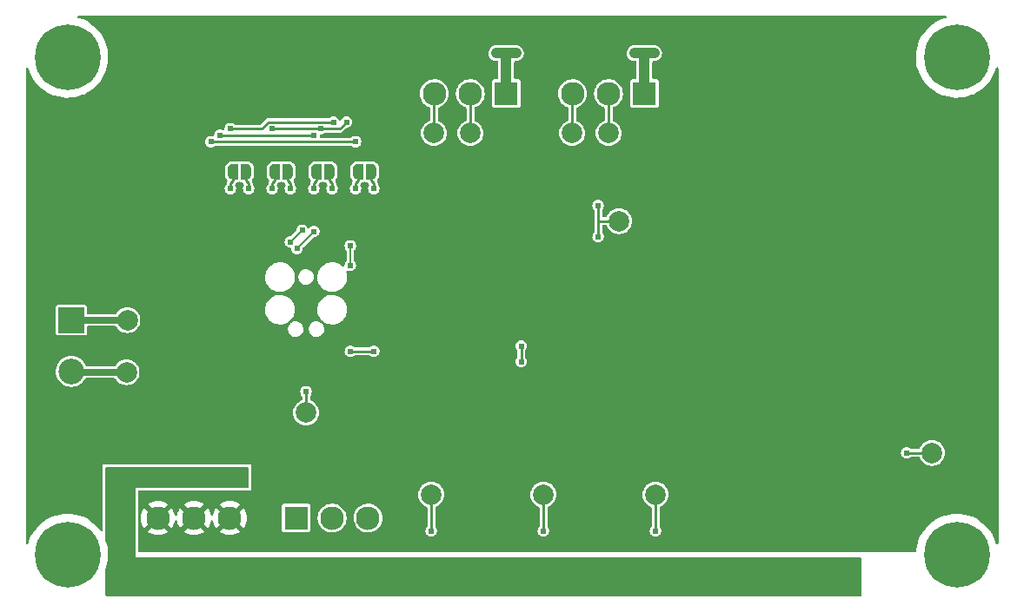
<source format=gbl>
G04 #@! TF.GenerationSoftware,KiCad,Pcbnew,6.0.10-86aedd382b~118~ubuntu18.04.1*
G04 #@! TF.CreationDate,2024-08-26T14:20:04-06:00*
G04 #@! TF.ProjectId,ckt-iiab,636b742d-6969-4616-922e-6b696361645f,rev?*
G04 #@! TF.SameCoordinates,Original*
G04 #@! TF.FileFunction,Copper,L2,Bot*
G04 #@! TF.FilePolarity,Positive*
%FSLAX46Y46*%
G04 Gerber Fmt 4.6, Leading zero omitted, Abs format (unit mm)*
G04 Created by KiCad (PCBNEW 6.0.10-86aedd382b~118~ubuntu18.04.1) date 2024-08-26 14:20:04*
%MOMM*%
%LPD*%
G01*
G04 APERTURE LIST*
G04 #@! TA.AperFunction,ComponentPad*
%ADD10R,2.300000X2.300000*%
G04 #@! TD*
G04 #@! TA.AperFunction,ComponentPad*
%ADD11C,2.300000*%
G04 #@! TD*
G04 #@! TA.AperFunction,ComponentPad*
%ADD12C,6.400000*%
G04 #@! TD*
G04 #@! TA.AperFunction,ComponentPad*
%ADD13R,2.500000X2.500000*%
G04 #@! TD*
G04 #@! TA.AperFunction,ComponentPad*
%ADD14C,2.500000*%
G04 #@! TD*
G04 #@! TA.AperFunction,SMDPad,CuDef*
%ADD15C,2.000000*%
G04 #@! TD*
G04 #@! TA.AperFunction,ViaPad*
%ADD16C,0.609600*%
G04 #@! TD*
G04 #@! TA.AperFunction,Conductor*
%ADD17C,0.254000*%
G04 #@! TD*
G04 #@! TA.AperFunction,Conductor*
%ADD18C,0.635000*%
G04 #@! TD*
G04 #@! TA.AperFunction,Conductor*
%ADD19C,0.203200*%
G04 #@! TD*
G04 #@! TA.AperFunction,Conductor*
%ADD20C,1.016000*%
G04 #@! TD*
G04 APERTURE END LIST*
D10*
X123261000Y-77724000D03*
D11*
X119761000Y-77724000D03*
X116261000Y-77724000D03*
D12*
X167132000Y-122682000D03*
X167132000Y-74168000D03*
X80518000Y-122682000D03*
X80518000Y-74168000D03*
D13*
X80899000Y-99822000D03*
D14*
X80899000Y-104822000D03*
D10*
X136723000Y-77724000D03*
D11*
X133223000Y-77724000D03*
X129723000Y-77724000D03*
D10*
X102799000Y-119126000D03*
D11*
X106299000Y-119126000D03*
X109799000Y-119126000D03*
X89337000Y-119126000D03*
X92837000Y-119126000D03*
X96337000Y-119126000D03*
D15*
X133223000Y-81592000D03*
X137795000Y-116840000D03*
X126873000Y-116840000D03*
X164719000Y-112776000D03*
G04 #@! TA.AperFunction,SMDPad,CuDef*
G36*
X105560000Y-84594000D02*
G01*
X106060000Y-84594000D01*
X106060000Y-84598967D01*
X106139941Y-84600432D01*
X106275256Y-84642707D01*
X106393266Y-84721262D01*
X106484486Y-84829781D01*
X106541581Y-84959540D01*
X106559164Y-85094000D01*
X106560000Y-85094000D01*
X106560000Y-85594000D01*
X106559164Y-85594000D01*
X106559963Y-85600109D01*
X106538152Y-85740186D01*
X106477904Y-85868511D01*
X106384060Y-85974769D01*
X106264165Y-86050417D01*
X106127858Y-86089374D01*
X106060000Y-86088959D01*
X106060000Y-86094000D01*
X105560000Y-86094000D01*
X105560000Y-84594000D01*
G37*
G04 #@! TD.AperFunction*
G04 #@! TA.AperFunction,SMDPad,CuDef*
G36*
X104760000Y-86088959D02*
G01*
X104686095Y-86088508D01*
X104550274Y-86047889D01*
X104431312Y-85970782D01*
X104338774Y-85863385D01*
X104280097Y-85734333D01*
X104260000Y-85594000D01*
X104260000Y-85094000D01*
X104260149Y-85081784D01*
X104283669Y-84941983D01*
X104345481Y-84814404D01*
X104440616Y-84709300D01*
X104561426Y-84635123D01*
X104698199Y-84597834D01*
X104760000Y-84598967D01*
X104760000Y-84594000D01*
X105260000Y-84594000D01*
X105260000Y-86094000D01*
X104760000Y-86094000D01*
X104760000Y-86088959D01*
G37*
G04 #@! TD.AperFunction*
X103759000Y-108839000D03*
G04 #@! TA.AperFunction,SMDPad,CuDef*
G36*
X109624000Y-84594000D02*
G01*
X110124000Y-84594000D01*
X110124000Y-84598967D01*
X110203941Y-84600432D01*
X110339256Y-84642707D01*
X110457266Y-84721262D01*
X110548486Y-84829781D01*
X110605581Y-84959540D01*
X110623164Y-85094000D01*
X110624000Y-85094000D01*
X110624000Y-85594000D01*
X110623164Y-85594000D01*
X110623963Y-85600109D01*
X110602152Y-85740186D01*
X110541904Y-85868511D01*
X110448060Y-85974769D01*
X110328165Y-86050417D01*
X110191858Y-86089374D01*
X110124000Y-86088959D01*
X110124000Y-86094000D01*
X109624000Y-86094000D01*
X109624000Y-84594000D01*
G37*
G04 #@! TD.AperFunction*
G04 #@! TA.AperFunction,SMDPad,CuDef*
G36*
X108824000Y-86088959D02*
G01*
X108750095Y-86088508D01*
X108614274Y-86047889D01*
X108495312Y-85970782D01*
X108402774Y-85863385D01*
X108344097Y-85734333D01*
X108324000Y-85594000D01*
X108324000Y-85094000D01*
X108324149Y-85081784D01*
X108347669Y-84941983D01*
X108409481Y-84814404D01*
X108504616Y-84709300D01*
X108625426Y-84635123D01*
X108762199Y-84597834D01*
X108824000Y-84598967D01*
X108824000Y-84594000D01*
X109324000Y-84594000D01*
X109324000Y-86094000D01*
X108824000Y-86094000D01*
X108824000Y-86088959D01*
G37*
G04 #@! TD.AperFunction*
X129667000Y-81592000D03*
X134239000Y-90170000D03*
X119761000Y-81592000D03*
G04 #@! TA.AperFunction,SMDPad,CuDef*
G36*
X101496000Y-84594000D02*
G01*
X101996000Y-84594000D01*
X101996000Y-84598967D01*
X102075941Y-84600432D01*
X102211256Y-84642707D01*
X102329266Y-84721262D01*
X102420486Y-84829781D01*
X102477581Y-84959540D01*
X102495164Y-85094000D01*
X102496000Y-85094000D01*
X102496000Y-85594000D01*
X102495164Y-85594000D01*
X102495963Y-85600109D01*
X102474152Y-85740186D01*
X102413904Y-85868511D01*
X102320060Y-85974769D01*
X102200165Y-86050417D01*
X102063858Y-86089374D01*
X101996000Y-86088959D01*
X101996000Y-86094000D01*
X101496000Y-86094000D01*
X101496000Y-84594000D01*
G37*
G04 #@! TD.AperFunction*
G04 #@! TA.AperFunction,SMDPad,CuDef*
G36*
X100696000Y-86088959D02*
G01*
X100622095Y-86088508D01*
X100486274Y-86047889D01*
X100367312Y-85970782D01*
X100274774Y-85863385D01*
X100216097Y-85734333D01*
X100196000Y-85594000D01*
X100196000Y-85094000D01*
X100196149Y-85081784D01*
X100219669Y-84941983D01*
X100281481Y-84814404D01*
X100376616Y-84709300D01*
X100497426Y-84635123D01*
X100634199Y-84597834D01*
X100696000Y-84598967D01*
X100696000Y-84594000D01*
X101196000Y-84594000D01*
X101196000Y-86094000D01*
X100696000Y-86094000D01*
X100696000Y-86088959D01*
G37*
G04 #@! TD.AperFunction*
X86360000Y-99822000D03*
X86280000Y-104902000D03*
X116205000Y-81592000D03*
X115951000Y-116840000D03*
G04 #@! TA.AperFunction,SMDPad,CuDef*
G36*
X97432000Y-84594000D02*
G01*
X97932000Y-84594000D01*
X97932000Y-84598967D01*
X98011941Y-84600432D01*
X98147256Y-84642707D01*
X98265266Y-84721262D01*
X98356486Y-84829781D01*
X98413581Y-84959540D01*
X98431164Y-85094000D01*
X98432000Y-85094000D01*
X98432000Y-85594000D01*
X98431164Y-85594000D01*
X98431963Y-85600109D01*
X98410152Y-85740186D01*
X98349904Y-85868511D01*
X98256060Y-85974769D01*
X98136165Y-86050417D01*
X97999858Y-86089374D01*
X97932000Y-86088959D01*
X97932000Y-86094000D01*
X97432000Y-86094000D01*
X97432000Y-84594000D01*
G37*
G04 #@! TD.AperFunction*
G04 #@! TA.AperFunction,SMDPad,CuDef*
G36*
X96632000Y-86088959D02*
G01*
X96558095Y-86088508D01*
X96422274Y-86047889D01*
X96303312Y-85970782D01*
X96210774Y-85863385D01*
X96152097Y-85734333D01*
X96132000Y-85594000D01*
X96132000Y-85094000D01*
X96132149Y-85081784D01*
X96155669Y-84941983D01*
X96217481Y-84814404D01*
X96312616Y-84709300D01*
X96433426Y-84635123D01*
X96570199Y-84597834D01*
X96632000Y-84598967D01*
X96632000Y-84594000D01*
X97132000Y-84594000D01*
X97132000Y-86094000D01*
X96632000Y-86094000D01*
X96632000Y-86088959D01*
G37*
G04 #@! TD.AperFunction*
D16*
X95377000Y-100711000D03*
X156197000Y-93358000D03*
X103759000Y-101473000D03*
X156197000Y-95898000D03*
X91440000Y-99822000D03*
X144653000Y-72771000D03*
X86487000Y-110236000D03*
X126111000Y-121539000D03*
X89662000Y-108712000D03*
X137033000Y-121539000D03*
X90551000Y-100711000D03*
X94488000Y-100711000D03*
X89662000Y-109601000D03*
X94488000Y-101600000D03*
X156197000Y-90818000D03*
X137795000Y-121539000D03*
X95377000Y-101600000D03*
X115951000Y-121539000D03*
X90551000Y-98933000D03*
X91440000Y-98933000D03*
X160655000Y-112776000D03*
X137541000Y-107569000D03*
X116840000Y-95758000D03*
X138303000Y-98679000D03*
X144653000Y-72009000D03*
X89662000Y-110617000D03*
X91440000Y-100711000D03*
X144653000Y-79121000D03*
X95377000Y-98933000D03*
X92329000Y-109601000D03*
X144653000Y-77597000D03*
X90551000Y-109601000D03*
X90551000Y-108712000D03*
X90551000Y-99822000D03*
X137541000Y-98679000D03*
X95377000Y-99822000D03*
X138303000Y-107569000D03*
X90551000Y-101600000D03*
X94488000Y-99822000D03*
X160655000Y-112014000D03*
X92329000Y-108712000D03*
X126873000Y-121539000D03*
X144653000Y-78359000D03*
X120904000Y-105410000D03*
X117602000Y-95758000D03*
X94488000Y-98933000D03*
X122682000Y-94488000D03*
X91440000Y-109601000D03*
X121920000Y-94488000D03*
X120904000Y-108585000D03*
X115189000Y-121539000D03*
X120904000Y-111760000D03*
X91440000Y-108712000D03*
X144653000Y-73533000D03*
X89662000Y-111633000D03*
X91440000Y-101600000D03*
X150495000Y-125095000D03*
X153543000Y-125984000D03*
X155575000Y-125095000D03*
X152527000Y-125095000D03*
X90678000Y-114681000D03*
X149479000Y-125984000D03*
X86106000Y-115570000D03*
X151511000Y-125984000D03*
X90678000Y-115570000D03*
X155575000Y-125984000D03*
X96266000Y-115570000D03*
X152527000Y-125984000D03*
X148463000Y-125984000D03*
X154559000Y-125984000D03*
X151511000Y-125095000D03*
X147447000Y-125095000D03*
X89535000Y-115570000D03*
X86106000Y-114681000D03*
X154559000Y-125095000D03*
X87249000Y-114681000D03*
X93980000Y-115570000D03*
X156591000Y-125095000D03*
X148463000Y-125095000D03*
X84963000Y-114681000D03*
X95123000Y-115570000D03*
X93980000Y-114681000D03*
X92964000Y-114681000D03*
X97409000Y-115570000D03*
X96266000Y-114681000D03*
X91821000Y-114681000D03*
X87249000Y-115570000D03*
X92964000Y-115570000D03*
X156591000Y-125984000D03*
X147447000Y-125984000D03*
X95123000Y-114681000D03*
X149479000Y-125095000D03*
X89535000Y-114681000D03*
X91821000Y-115570000D03*
X97409000Y-114681000D03*
X153543000Y-125095000D03*
X88392000Y-114681000D03*
X84963000Y-115570000D03*
X150495000Y-125984000D03*
X88392000Y-115570000D03*
X110363000Y-102870000D03*
X108077000Y-102870000D03*
X103759000Y-106807000D03*
X124714000Y-102362000D03*
X124714000Y-103886000D03*
X162269000Y-112776000D03*
X115951000Y-120396000D03*
X126873000Y-120396000D03*
X137795000Y-120396000D03*
X102870000Y-92837000D03*
X106299000Y-86995000D03*
X104521000Y-91186000D03*
X102235000Y-92202000D03*
X102235000Y-86995000D03*
X103378000Y-91059000D03*
X124206000Y-73787000D03*
X135763000Y-73787000D03*
X137668000Y-73787000D03*
X122301000Y-73787000D03*
X136723000Y-73787000D03*
X123261000Y-73787000D03*
X108077000Y-92583000D03*
X108077000Y-94488000D03*
X110363000Y-86995000D03*
X94488000Y-82423000D03*
X108585000Y-86995000D03*
X108585000Y-82423000D03*
X95377000Y-81788000D03*
X104521000Y-86995000D03*
X104521000Y-81788000D03*
X107696000Y-80518000D03*
X100457000Y-81153000D03*
X105156000Y-81153000D03*
X100457000Y-86995000D03*
X96393000Y-86995000D03*
X106426000Y-80518000D03*
X96393000Y-81153000D03*
X98171000Y-86995000D03*
X132207000Y-88646000D03*
X132207000Y-91694000D03*
D17*
X108077000Y-102870000D02*
X110363000Y-102870000D01*
X103759000Y-106807000D02*
X103759000Y-108839000D01*
D18*
X86360000Y-99822000D02*
X80899000Y-99822000D01*
X86280000Y-104902000D02*
X80899000Y-104902000D01*
D17*
X162269000Y-112776000D02*
X164719000Y-112776000D01*
X124714000Y-103886000D02*
X124714000Y-102362000D01*
X115951000Y-120396000D02*
X115951000Y-116840000D01*
X126873000Y-120396000D02*
X126873000Y-116840000D01*
X137795000Y-120396000D02*
X137795000Y-116840000D01*
X106299000Y-86995000D02*
X106299000Y-86487000D01*
D19*
X104521000Y-91186000D02*
X102870000Y-92837000D01*
D17*
X106045000Y-85359000D02*
X106060000Y-85344000D01*
X106045000Y-86233000D02*
X106045000Y-85359000D01*
X106299000Y-86487000D02*
X106045000Y-86233000D01*
X102235000Y-86487000D02*
X101981000Y-86233000D01*
X101981000Y-86233000D02*
X101981000Y-85359000D01*
X101981000Y-85359000D02*
X101996000Y-85344000D01*
D19*
X102235000Y-92202000D02*
X103378000Y-91059000D01*
D17*
X102235000Y-86995000D02*
X102235000Y-86487000D01*
D20*
X136723000Y-77724000D02*
X136723000Y-73787000D01*
X135763000Y-73787000D02*
X137668000Y-73787000D01*
X122301000Y-73787000D02*
X124206000Y-73787000D01*
X123261000Y-77724000D02*
X123261000Y-73787000D01*
D17*
X110363000Y-86995000D02*
X110363000Y-86487000D01*
X110109000Y-86233000D02*
X110109000Y-85344000D01*
D19*
X108077000Y-94488000D02*
X108077000Y-92583000D01*
D17*
X110363000Y-86487000D02*
X110109000Y-86233000D01*
X108585000Y-86995000D02*
X108585000Y-86487000D01*
X108839000Y-86233000D02*
X108839000Y-85344000D01*
X108585000Y-86487000D02*
X108839000Y-86233000D01*
X119761000Y-81592000D02*
X119761000Y-77724000D01*
X108585000Y-82423000D02*
X94488000Y-82423000D01*
X104521000Y-86487000D02*
X104521000Y-86995000D01*
X104760000Y-86248000D02*
X104521000Y-86487000D01*
X104521000Y-81788000D02*
X95377000Y-81788000D01*
X104760000Y-85344000D02*
X104760000Y-86248000D01*
X116205000Y-81592000D02*
X116205000Y-77780000D01*
X133223000Y-81592000D02*
X133223000Y-77724000D01*
X100696000Y-85344000D02*
X100696000Y-86248000D01*
X107061000Y-81153000D02*
X105156000Y-81153000D01*
X100457000Y-86487000D02*
X100457000Y-86995000D01*
X105156000Y-81153000D02*
X100457000Y-81153000D01*
X100696000Y-86248000D02*
X100457000Y-86487000D01*
X107696000Y-80518000D02*
X107061000Y-81153000D01*
X96632000Y-86248000D02*
X96393000Y-86487000D01*
X96632000Y-85344000D02*
X96632000Y-86248000D01*
X96393000Y-86487000D02*
X96393000Y-86995000D01*
X106426000Y-80518000D02*
X100076000Y-80518000D01*
X129667000Y-81621000D02*
X129667000Y-77753000D01*
X100076000Y-80518000D02*
X99441000Y-81153000D01*
X99441000Y-81153000D02*
X96393000Y-81153000D01*
X97917000Y-86233000D02*
X97917000Y-85359000D01*
X98171000Y-86995000D02*
X98171000Y-86487000D01*
X98171000Y-86487000D02*
X97917000Y-86233000D01*
X97917000Y-85359000D02*
X97932000Y-85344000D01*
X134239000Y-90170000D02*
X132207000Y-90170000D01*
X132207000Y-88646000D02*
X132207000Y-90170000D01*
X132207000Y-90170000D02*
X132207000Y-91694000D01*
G04 #@! TA.AperFunction,Conductor*
G36*
X98113121Y-114193002D02*
G01*
X98159614Y-114246658D01*
X98171000Y-114299000D01*
X98171000Y-116079000D01*
X98150998Y-116147121D01*
X98097342Y-116193614D01*
X98045000Y-116205000D01*
X87122000Y-116205000D01*
X87122000Y-122936000D01*
X157735000Y-122936000D01*
X157803121Y-122956002D01*
X157849614Y-123009658D01*
X157861000Y-123062000D01*
X157861000Y-126620000D01*
X157840998Y-126688121D01*
X157787342Y-126734614D01*
X157735000Y-126746000D01*
X84327000Y-126746000D01*
X84258879Y-126725998D01*
X84212386Y-126672342D01*
X84201000Y-126620000D01*
X84201000Y-124167855D01*
X84209527Y-124122290D01*
X84281341Y-123937144D01*
X84281344Y-123937135D01*
X84282456Y-123934268D01*
X84386690Y-123560945D01*
X84453996Y-123179232D01*
X84471172Y-122956002D01*
X84483582Y-122794726D01*
X84483582Y-122794717D01*
X84483732Y-122792773D01*
X84485279Y-122682000D01*
X84466345Y-122294861D01*
X84409723Y-121911418D01*
X84315954Y-121535330D01*
X84297112Y-121482414D01*
X84208301Y-121233007D01*
X84201000Y-121190740D01*
X84201000Y-114299000D01*
X84221002Y-114230879D01*
X84274658Y-114184386D01*
X84327000Y-114173000D01*
X98045000Y-114173000D01*
X98113121Y-114193002D01*
G37*
G04 #@! TD.AperFunction*
G04 #@! TA.AperFunction,Conductor*
G36*
X166090324Y-70124002D02*
G01*
X166136817Y-70177658D01*
X166146921Y-70247932D01*
X166117427Y-70312512D01*
X166051831Y-70352467D01*
X166011873Y-70362134D01*
X165645831Y-70489603D01*
X165293975Y-70652183D01*
X164959664Y-70848323D01*
X164801505Y-70963232D01*
X164648569Y-71074346D01*
X164648563Y-71074351D01*
X164646088Y-71076149D01*
X164356240Y-71333488D01*
X164354161Y-71335733D01*
X164354154Y-71335740D01*
X164094974Y-71615629D01*
X164092888Y-71617882D01*
X163858545Y-71926618D01*
X163655447Y-72256749D01*
X163485534Y-72605123D01*
X163350427Y-72968414D01*
X163251416Y-73343156D01*
X163189445Y-73725772D01*
X163189252Y-73728845D01*
X163189251Y-73728851D01*
X163166334Y-74093116D01*
X163165108Y-74112608D01*
X163165216Y-74115697D01*
X163176041Y-74425684D01*
X163178635Y-74499973D01*
X163179041Y-74503017D01*
X163179042Y-74503027D01*
X163187912Y-74569502D01*
X163229898Y-74884170D01*
X163230598Y-74887154D01*
X163230599Y-74887160D01*
X163316671Y-75254127D01*
X163318407Y-75261530D01*
X163443317Y-75628453D01*
X163603437Y-75981435D01*
X163797238Y-76317108D01*
X163799027Y-76319606D01*
X163799029Y-76319610D01*
X163964081Y-76550152D01*
X164022869Y-76632267D01*
X164024896Y-76634582D01*
X164024898Y-76634585D01*
X164225836Y-76864114D01*
X164278178Y-76923904D01*
X164280426Y-76926015D01*
X164558473Y-77187118D01*
X164558480Y-77187124D01*
X164560728Y-77189235D01*
X164563178Y-77191122D01*
X164563183Y-77191126D01*
X164623227Y-77237366D01*
X164867820Y-77425728D01*
X164870419Y-77427352D01*
X164870429Y-77427359D01*
X165012142Y-77515910D01*
X165196525Y-77631125D01*
X165543704Y-77803467D01*
X165741961Y-77878778D01*
X165903157Y-77940011D01*
X165903162Y-77940013D01*
X165906043Y-77941107D01*
X166280085Y-78042731D01*
X166283128Y-78043246D01*
X166283134Y-78043247D01*
X166659217Y-78106857D01*
X166659224Y-78106858D01*
X166662258Y-78107371D01*
X166665329Y-78107586D01*
X166665331Y-78107586D01*
X167045850Y-78134195D01*
X167045858Y-78134195D01*
X167048916Y-78134409D01*
X167299605Y-78127406D01*
X167433292Y-78123672D01*
X167433295Y-78123672D01*
X167436366Y-78123586D01*
X167439419Y-78123200D01*
X167439423Y-78123200D01*
X167623387Y-78099960D01*
X167820911Y-78075007D01*
X167823915Y-78074325D01*
X167823918Y-78074324D01*
X168195884Y-77989816D01*
X168195890Y-77989814D01*
X168198880Y-77989135D01*
X168343258Y-77941107D01*
X168563742Y-77867762D01*
X168563748Y-77867760D01*
X168566666Y-77866789D01*
X168706439Y-77804558D01*
X168917957Y-77710384D01*
X168917963Y-77710381D01*
X168920757Y-77709137D01*
X168955207Y-77689567D01*
X169255100Y-77519203D01*
X169255099Y-77519203D01*
X169257774Y-77517684D01*
X169388131Y-77425728D01*
X169571970Y-77296045D01*
X169571978Y-77296039D01*
X169574501Y-77294259D01*
X169596994Y-77274844D01*
X169865575Y-77043010D01*
X169867913Y-77040992D01*
X170135211Y-76760302D01*
X170184581Y-76697112D01*
X170371932Y-76457313D01*
X170371934Y-76457310D01*
X170373842Y-76454868D01*
X170375498Y-76452258D01*
X170375504Y-76452250D01*
X170579875Y-76130212D01*
X170579879Y-76130205D01*
X170581529Y-76127605D01*
X170756290Y-75781638D01*
X170757397Y-75778784D01*
X170757401Y-75778775D01*
X170895341Y-75423144D01*
X170895344Y-75423135D01*
X170896456Y-75420268D01*
X170948642Y-75233359D01*
X170986226Y-75173127D01*
X171050408Y-75142776D01*
X171120810Y-75151942D01*
X171175081Y-75197716D01*
X171196000Y-75267243D01*
X171196000Y-121576196D01*
X171175998Y-121644317D01*
X171122342Y-121690810D01*
X171052068Y-121700914D01*
X170987488Y-121671420D01*
X170947743Y-121606678D01*
X170930702Y-121538332D01*
X170929954Y-121535330D01*
X170911112Y-121482414D01*
X170800964Y-121173086D01*
X170799932Y-121170187D01*
X170634899Y-120819475D01*
X170603914Y-120767496D01*
X170469495Y-120542007D01*
X170436431Y-120486541D01*
X170206421Y-120174563D01*
X170204365Y-120172280D01*
X170204358Y-120172271D01*
X169949134Y-119888816D01*
X169949126Y-119888808D01*
X169947065Y-119886519D01*
X169660839Y-119625159D01*
X169350474Y-119392977D01*
X169299858Y-119362323D01*
X169021562Y-119193780D01*
X169021553Y-119193775D01*
X169018934Y-119192189D01*
X168669382Y-119024712D01*
X168666481Y-119023656D01*
X168308044Y-118893195D01*
X168308041Y-118893194D01*
X168305156Y-118892144D01*
X168302194Y-118891384D01*
X168302186Y-118891381D01*
X167932701Y-118796514D01*
X167932695Y-118796513D01*
X167929732Y-118795752D01*
X167546694Y-118736454D01*
X167159697Y-118714818D01*
X167156619Y-118714947D01*
X167156615Y-118714947D01*
X166905318Y-118725480D01*
X166772435Y-118731049D01*
X166769391Y-118731477D01*
X166769389Y-118731477D01*
X166730617Y-118736926D01*
X166388606Y-118784992D01*
X166011873Y-118876134D01*
X165645831Y-119003603D01*
X165293975Y-119166183D01*
X164959664Y-119362323D01*
X164801505Y-119477232D01*
X164648569Y-119588346D01*
X164648563Y-119588351D01*
X164646088Y-119590149D01*
X164643802Y-119592178D01*
X164643799Y-119592181D01*
X164584862Y-119644508D01*
X164356240Y-119847488D01*
X164354161Y-119849733D01*
X164354154Y-119849740D01*
X164119773Y-120102849D01*
X164092888Y-120131882D01*
X163858545Y-120440618D01*
X163856934Y-120443236D01*
X163856931Y-120443241D01*
X163757250Y-120605271D01*
X163655447Y-120770749D01*
X163485534Y-121119123D01*
X163350427Y-121482414D01*
X163251416Y-121857156D01*
X163189445Y-122239772D01*
X163189252Y-122242843D01*
X163189251Y-122242850D01*
X163185032Y-122309912D01*
X163160792Y-122376642D01*
X163104323Y-122419674D01*
X163059281Y-122428000D01*
X87502000Y-122428000D01*
X87433879Y-122407998D01*
X87387386Y-122354342D01*
X87376000Y-122302000D01*
X87376000Y-120468204D01*
X88360151Y-120468204D01*
X88364720Y-120474735D01*
X88577736Y-120605271D01*
X88586530Y-120609752D01*
X88818492Y-120705834D01*
X88827877Y-120708883D01*
X89072017Y-120767496D01*
X89081764Y-120769039D01*
X89332070Y-120788739D01*
X89341930Y-120788739D01*
X89592236Y-120769039D01*
X89601983Y-120767496D01*
X89846123Y-120708883D01*
X89855508Y-120705834D01*
X90087470Y-120609752D01*
X90096264Y-120605271D01*
X90307875Y-120475596D01*
X90312699Y-120468204D01*
X91860151Y-120468204D01*
X91864720Y-120474735D01*
X92077736Y-120605271D01*
X92086530Y-120609752D01*
X92318492Y-120705834D01*
X92327877Y-120708883D01*
X92572017Y-120767496D01*
X92581764Y-120769039D01*
X92832070Y-120788739D01*
X92841930Y-120788739D01*
X93092236Y-120769039D01*
X93101983Y-120767496D01*
X93346123Y-120708883D01*
X93355508Y-120705834D01*
X93587470Y-120609752D01*
X93596264Y-120605271D01*
X93807875Y-120475596D01*
X93812699Y-120468204D01*
X95360151Y-120468204D01*
X95364720Y-120474735D01*
X95577736Y-120605271D01*
X95586530Y-120609752D01*
X95818492Y-120705834D01*
X95827877Y-120708883D01*
X96072017Y-120767496D01*
X96081764Y-120769039D01*
X96332070Y-120788739D01*
X96341930Y-120788739D01*
X96592236Y-120769039D01*
X96601983Y-120767496D01*
X96846123Y-120708883D01*
X96855508Y-120705834D01*
X97087470Y-120609752D01*
X97096264Y-120605271D01*
X97307875Y-120475596D01*
X97313922Y-120466330D01*
X97307915Y-120456125D01*
X96349812Y-119498022D01*
X96335868Y-119490408D01*
X96334035Y-119490539D01*
X96327420Y-119494790D01*
X95367544Y-120454666D01*
X95360151Y-120468204D01*
X93812699Y-120468204D01*
X93813922Y-120466330D01*
X93807915Y-120456125D01*
X92849812Y-119498022D01*
X92835868Y-119490408D01*
X92834035Y-119490539D01*
X92827420Y-119494790D01*
X91867544Y-120454666D01*
X91860151Y-120468204D01*
X90312699Y-120468204D01*
X90313922Y-120466330D01*
X90307915Y-120456125D01*
X89349812Y-119498022D01*
X89335868Y-119490408D01*
X89334035Y-119490539D01*
X89327420Y-119494790D01*
X88367544Y-120454666D01*
X88360151Y-120468204D01*
X87376000Y-120468204D01*
X87376000Y-119130930D01*
X87674261Y-119130930D01*
X87693961Y-119381236D01*
X87695504Y-119390983D01*
X87754117Y-119635123D01*
X87757166Y-119644508D01*
X87853248Y-119876470D01*
X87857729Y-119885264D01*
X87987404Y-120096875D01*
X87996670Y-120102922D01*
X88006875Y-120096915D01*
X88964978Y-119138812D01*
X88971356Y-119127132D01*
X89701408Y-119127132D01*
X89701539Y-119128965D01*
X89705790Y-119135580D01*
X90665666Y-120095456D01*
X90679204Y-120102849D01*
X90685735Y-120098280D01*
X90816271Y-119885264D01*
X90820752Y-119876470D01*
X90916834Y-119644508D01*
X90919883Y-119635123D01*
X90964481Y-119449358D01*
X90999833Y-119387789D01*
X91062860Y-119355106D01*
X91133551Y-119361686D01*
X91189462Y-119405441D01*
X91209519Y-119449358D01*
X91254117Y-119635123D01*
X91257166Y-119644508D01*
X91353248Y-119876470D01*
X91357729Y-119885264D01*
X91487404Y-120096875D01*
X91496670Y-120102922D01*
X91506875Y-120096915D01*
X92464978Y-119138812D01*
X92471356Y-119127132D01*
X93201408Y-119127132D01*
X93201539Y-119128965D01*
X93205790Y-119135580D01*
X94165666Y-120095456D01*
X94179204Y-120102849D01*
X94185735Y-120098280D01*
X94316271Y-119885264D01*
X94320752Y-119876470D01*
X94416834Y-119644508D01*
X94419883Y-119635123D01*
X94464481Y-119449358D01*
X94499833Y-119387789D01*
X94562860Y-119355106D01*
X94633551Y-119361686D01*
X94689462Y-119405441D01*
X94709519Y-119449358D01*
X94754117Y-119635123D01*
X94757166Y-119644508D01*
X94853248Y-119876470D01*
X94857729Y-119885264D01*
X94987404Y-120096875D01*
X94996670Y-120102922D01*
X95006875Y-120096915D01*
X95964978Y-119138812D01*
X95971356Y-119127132D01*
X96701408Y-119127132D01*
X96701539Y-119128965D01*
X96705790Y-119135580D01*
X97665666Y-120095456D01*
X97679204Y-120102849D01*
X97685735Y-120098280D01*
X97816271Y-119885264D01*
X97820752Y-119876470D01*
X97916834Y-119644508D01*
X97919883Y-119635123D01*
X97978496Y-119390983D01*
X97980039Y-119381236D01*
X97999739Y-119130930D01*
X97999739Y-119121070D01*
X97980039Y-118870764D01*
X97978496Y-118861017D01*
X97919883Y-118616877D01*
X97916834Y-118607492D01*
X97820752Y-118375530D01*
X97816271Y-118366736D01*
X97686596Y-118155125D01*
X97677330Y-118149078D01*
X97667125Y-118155085D01*
X96709022Y-119113188D01*
X96701408Y-119127132D01*
X95971356Y-119127132D01*
X95972592Y-119124868D01*
X95972461Y-119123035D01*
X95968210Y-119116420D01*
X95008334Y-118156544D01*
X94994796Y-118149151D01*
X94988265Y-118153720D01*
X94857729Y-118366736D01*
X94853248Y-118375530D01*
X94757166Y-118607492D01*
X94754117Y-118616877D01*
X94709519Y-118802642D01*
X94674167Y-118864211D01*
X94611140Y-118896894D01*
X94540449Y-118890314D01*
X94484538Y-118846559D01*
X94464481Y-118802642D01*
X94419883Y-118616877D01*
X94416834Y-118607492D01*
X94320752Y-118375530D01*
X94316271Y-118366736D01*
X94186596Y-118155125D01*
X94177330Y-118149078D01*
X94167125Y-118155085D01*
X93209022Y-119113188D01*
X93201408Y-119127132D01*
X92471356Y-119127132D01*
X92472592Y-119124868D01*
X92472461Y-119123035D01*
X92468210Y-119116420D01*
X91508334Y-118156544D01*
X91494796Y-118149151D01*
X91488265Y-118153720D01*
X91357729Y-118366736D01*
X91353248Y-118375530D01*
X91257166Y-118607492D01*
X91254117Y-118616877D01*
X91209519Y-118802642D01*
X91174167Y-118864211D01*
X91111140Y-118896894D01*
X91040449Y-118890314D01*
X90984538Y-118846559D01*
X90964481Y-118802642D01*
X90919883Y-118616877D01*
X90916834Y-118607492D01*
X90820752Y-118375530D01*
X90816271Y-118366736D01*
X90686596Y-118155125D01*
X90677330Y-118149078D01*
X90667125Y-118155085D01*
X89709022Y-119113188D01*
X89701408Y-119127132D01*
X88971356Y-119127132D01*
X88972592Y-119124868D01*
X88972461Y-119123035D01*
X88968210Y-119116420D01*
X88008334Y-118156544D01*
X87994796Y-118149151D01*
X87988265Y-118153720D01*
X87857729Y-118366736D01*
X87853248Y-118375530D01*
X87757166Y-118607492D01*
X87754117Y-118616877D01*
X87695504Y-118861017D01*
X87693961Y-118870764D01*
X87674261Y-119121070D01*
X87674261Y-119130930D01*
X87376000Y-119130930D01*
X87376000Y-117785670D01*
X88360078Y-117785670D01*
X88366085Y-117795875D01*
X89324188Y-118753978D01*
X89338132Y-118761592D01*
X89339965Y-118761461D01*
X89346580Y-118757210D01*
X90306456Y-117797334D01*
X90312826Y-117785670D01*
X91860078Y-117785670D01*
X91866085Y-117795875D01*
X92824188Y-118753978D01*
X92838132Y-118761592D01*
X92839965Y-118761461D01*
X92846580Y-118757210D01*
X93806456Y-117797334D01*
X93812826Y-117785670D01*
X95360078Y-117785670D01*
X95366085Y-117795875D01*
X96324188Y-118753978D01*
X96338132Y-118761592D01*
X96339965Y-118761461D01*
X96346580Y-118757210D01*
X97152857Y-117950933D01*
X101394500Y-117950933D01*
X101394501Y-120301066D01*
X101409266Y-120375301D01*
X101416161Y-120385620D01*
X101416162Y-120385622D01*
X101423757Y-120396988D01*
X101465516Y-120459484D01*
X101549699Y-120515734D01*
X101623933Y-120530500D01*
X102798810Y-120530500D01*
X103974066Y-120530499D01*
X104009818Y-120523388D01*
X104036126Y-120518156D01*
X104036128Y-120518155D01*
X104048301Y-120515734D01*
X104058621Y-120508839D01*
X104058622Y-120508838D01*
X104122168Y-120466377D01*
X104132484Y-120459484D01*
X104188734Y-120375301D01*
X104203500Y-120301067D01*
X104203499Y-119091567D01*
X104890107Y-119091567D01*
X104890404Y-119096720D01*
X104890404Y-119096723D01*
X104896253Y-119198167D01*
X104903401Y-119322139D01*
X104904538Y-119327185D01*
X104904539Y-119327191D01*
X104922174Y-119405441D01*
X104954176Y-119547442D01*
X105041066Y-119761428D01*
X105161740Y-119958349D01*
X105165124Y-119962255D01*
X105165125Y-119962257D01*
X105195310Y-119997103D01*
X105312955Y-120132916D01*
X105490651Y-120280442D01*
X105495103Y-120283044D01*
X105495108Y-120283047D01*
X105685598Y-120394360D01*
X105690056Y-120396965D01*
X105905814Y-120479355D01*
X105910880Y-120480386D01*
X105910881Y-120480386D01*
X105941134Y-120486541D01*
X106132132Y-120525400D01*
X106262323Y-120530174D01*
X106357767Y-120533674D01*
X106357771Y-120533674D01*
X106362931Y-120533863D01*
X106368051Y-120533207D01*
X106368053Y-120533207D01*
X106439088Y-120524107D01*
X106592013Y-120504517D01*
X106596961Y-120503032D01*
X106596968Y-120503031D01*
X106808276Y-120439635D01*
X106808275Y-120439635D01*
X106813226Y-120438150D01*
X107020629Y-120336544D01*
X107024834Y-120333544D01*
X107024840Y-120333541D01*
X107204449Y-120205427D01*
X107204451Y-120205425D01*
X107208653Y-120202428D01*
X107372247Y-120039404D01*
X107394552Y-120008364D01*
X107504000Y-119856050D01*
X107507018Y-119851850D01*
X107609347Y-119644803D01*
X107626500Y-119588346D01*
X107674982Y-119428775D01*
X107674983Y-119428769D01*
X107676486Y-119423823D01*
X107706631Y-119194845D01*
X107708080Y-119135580D01*
X107708232Y-119129364D01*
X107708232Y-119129360D01*
X107708314Y-119126000D01*
X107705483Y-119091567D01*
X108390107Y-119091567D01*
X108390404Y-119096720D01*
X108390404Y-119096723D01*
X108396253Y-119198167D01*
X108403401Y-119322139D01*
X108404538Y-119327185D01*
X108404539Y-119327191D01*
X108422174Y-119405441D01*
X108454176Y-119547442D01*
X108541066Y-119761428D01*
X108661740Y-119958349D01*
X108665124Y-119962255D01*
X108665125Y-119962257D01*
X108695310Y-119997103D01*
X108812955Y-120132916D01*
X108990651Y-120280442D01*
X108995103Y-120283044D01*
X108995108Y-120283047D01*
X109185598Y-120394360D01*
X109190056Y-120396965D01*
X109405814Y-120479355D01*
X109410880Y-120480386D01*
X109410881Y-120480386D01*
X109441134Y-120486541D01*
X109632132Y-120525400D01*
X109762323Y-120530174D01*
X109857767Y-120533674D01*
X109857771Y-120533674D01*
X109862931Y-120533863D01*
X109868051Y-120533207D01*
X109868053Y-120533207D01*
X109939088Y-120524107D01*
X110092013Y-120504517D01*
X110096961Y-120503032D01*
X110096968Y-120503031D01*
X110308276Y-120439635D01*
X110308275Y-120439635D01*
X110313226Y-120438150D01*
X110520629Y-120336544D01*
X110524834Y-120333544D01*
X110524840Y-120333541D01*
X110704449Y-120205427D01*
X110704451Y-120205425D01*
X110708653Y-120202428D01*
X110872247Y-120039404D01*
X110894552Y-120008364D01*
X111004000Y-119856050D01*
X111007018Y-119851850D01*
X111109347Y-119644803D01*
X111126500Y-119588346D01*
X111174982Y-119428775D01*
X111174983Y-119428769D01*
X111176486Y-119423823D01*
X111206631Y-119194845D01*
X111208080Y-119135580D01*
X111208232Y-119129364D01*
X111208232Y-119129360D01*
X111208314Y-119126000D01*
X111189390Y-118895822D01*
X111133126Y-118671826D01*
X111041033Y-118460028D01*
X110915585Y-118266114D01*
X110760150Y-118095293D01*
X110669051Y-118023347D01*
X110582956Y-117955353D01*
X110582951Y-117955350D01*
X110578902Y-117952152D01*
X110574386Y-117949659D01*
X110574383Y-117949657D01*
X110381234Y-117843033D01*
X110381230Y-117843031D01*
X110376710Y-117840536D01*
X110371841Y-117838812D01*
X110371837Y-117838810D01*
X110163878Y-117765168D01*
X110163874Y-117765167D01*
X110159003Y-117763442D01*
X110153913Y-117762535D01*
X110153908Y-117762534D01*
X110006435Y-117736266D01*
X109931628Y-117722941D01*
X109845124Y-117721884D01*
X109705861Y-117720182D01*
X109705859Y-117720182D01*
X109700691Y-117720119D01*
X109472394Y-117755053D01*
X109252869Y-117826805D01*
X109048010Y-117933448D01*
X109043877Y-117936551D01*
X109043874Y-117936553D01*
X108910716Y-118036531D01*
X108863319Y-118072118D01*
X108703757Y-118239090D01*
X108573609Y-118429881D01*
X108476369Y-118639366D01*
X108414649Y-118861921D01*
X108390107Y-119091567D01*
X107705483Y-119091567D01*
X107689390Y-118895822D01*
X107633126Y-118671826D01*
X107541033Y-118460028D01*
X107415585Y-118266114D01*
X107260150Y-118095293D01*
X107169051Y-118023347D01*
X107082956Y-117955353D01*
X107082951Y-117955350D01*
X107078902Y-117952152D01*
X107074386Y-117949659D01*
X107074383Y-117949657D01*
X106881234Y-117843033D01*
X106881230Y-117843031D01*
X106876710Y-117840536D01*
X106871841Y-117838812D01*
X106871837Y-117838810D01*
X106663878Y-117765168D01*
X106663874Y-117765167D01*
X106659003Y-117763442D01*
X106653913Y-117762535D01*
X106653908Y-117762534D01*
X106506435Y-117736266D01*
X106431628Y-117722941D01*
X106345124Y-117721884D01*
X106205861Y-117720182D01*
X106205859Y-117720182D01*
X106200691Y-117720119D01*
X105972394Y-117755053D01*
X105752869Y-117826805D01*
X105548010Y-117933448D01*
X105543877Y-117936551D01*
X105543874Y-117936553D01*
X105410716Y-118036531D01*
X105363319Y-118072118D01*
X105203757Y-118239090D01*
X105073609Y-118429881D01*
X104976369Y-118639366D01*
X104914649Y-118861921D01*
X104890107Y-119091567D01*
X104203499Y-119091567D01*
X104203499Y-117950934D01*
X104188734Y-117876699D01*
X104164571Y-117840536D01*
X104139377Y-117802832D01*
X104132484Y-117792516D01*
X104048301Y-117736266D01*
X103974067Y-117721500D01*
X102799190Y-117721500D01*
X101623934Y-117721501D01*
X101588182Y-117728612D01*
X101561874Y-117733844D01*
X101561872Y-117733845D01*
X101549699Y-117736266D01*
X101539379Y-117743161D01*
X101539378Y-117743162D01*
X101489629Y-117776404D01*
X101465516Y-117792516D01*
X101409266Y-117876699D01*
X101394500Y-117950933D01*
X97152857Y-117950933D01*
X97306456Y-117797334D01*
X97313849Y-117783796D01*
X97309280Y-117777265D01*
X97096264Y-117646729D01*
X97087470Y-117642248D01*
X96855508Y-117546166D01*
X96846123Y-117543117D01*
X96601983Y-117484504D01*
X96592236Y-117482961D01*
X96341930Y-117463261D01*
X96332070Y-117463261D01*
X96081764Y-117482961D01*
X96072017Y-117484504D01*
X95827877Y-117543117D01*
X95818492Y-117546166D01*
X95586530Y-117642248D01*
X95577736Y-117646729D01*
X95366125Y-117776404D01*
X95360078Y-117785670D01*
X93812826Y-117785670D01*
X93813849Y-117783796D01*
X93809280Y-117777265D01*
X93596264Y-117646729D01*
X93587470Y-117642248D01*
X93355508Y-117546166D01*
X93346123Y-117543117D01*
X93101983Y-117484504D01*
X93092236Y-117482961D01*
X92841930Y-117463261D01*
X92832070Y-117463261D01*
X92581764Y-117482961D01*
X92572017Y-117484504D01*
X92327877Y-117543117D01*
X92318492Y-117546166D01*
X92086530Y-117642248D01*
X92077736Y-117646729D01*
X91866125Y-117776404D01*
X91860078Y-117785670D01*
X90312826Y-117785670D01*
X90313849Y-117783796D01*
X90309280Y-117777265D01*
X90096264Y-117646729D01*
X90087470Y-117642248D01*
X89855508Y-117546166D01*
X89846123Y-117543117D01*
X89601983Y-117484504D01*
X89592236Y-117482961D01*
X89341930Y-117463261D01*
X89332070Y-117463261D01*
X89081764Y-117482961D01*
X89072017Y-117484504D01*
X88827877Y-117543117D01*
X88818492Y-117546166D01*
X88586530Y-117642248D01*
X88577736Y-117646729D01*
X88366125Y-117776404D01*
X88360078Y-117785670D01*
X87376000Y-117785670D01*
X87376000Y-116840000D01*
X114691708Y-116840000D01*
X114710839Y-117058674D01*
X114767653Y-117270703D01*
X114769978Y-117275688D01*
X114858095Y-117464659D01*
X114858098Y-117464664D01*
X114860421Y-117469646D01*
X114863577Y-117474153D01*
X114863578Y-117474155D01*
X114870825Y-117484504D01*
X114986326Y-117649457D01*
X115141543Y-117804674D01*
X115146051Y-117807831D01*
X115146054Y-117807833D01*
X115190294Y-117838810D01*
X115321354Y-117930579D01*
X115326336Y-117932902D01*
X115326341Y-117932905D01*
X115496750Y-118012367D01*
X115550035Y-118059284D01*
X115569500Y-118126562D01*
X115569500Y-119931660D01*
X115549498Y-119999781D01*
X115543473Y-120008350D01*
X115462453Y-120113937D01*
X115406096Y-120249993D01*
X115405019Y-120258177D01*
X115405018Y-120258179D01*
X115391202Y-120363126D01*
X115386874Y-120396000D01*
X115387952Y-120404188D01*
X115403935Y-120525589D01*
X115406096Y-120542007D01*
X115462453Y-120678063D01*
X115552103Y-120794897D01*
X115668937Y-120884547D01*
X115804993Y-120940904D01*
X115813177Y-120941981D01*
X115813179Y-120941982D01*
X115942812Y-120959048D01*
X115951000Y-120960126D01*
X115959188Y-120959048D01*
X116088821Y-120941982D01*
X116088823Y-120941981D01*
X116097007Y-120940904D01*
X116233063Y-120884547D01*
X116349897Y-120794897D01*
X116439547Y-120678063D01*
X116495904Y-120542007D01*
X116498066Y-120525589D01*
X116514048Y-120404188D01*
X116515126Y-120396000D01*
X116510798Y-120363126D01*
X116496982Y-120258179D01*
X116496981Y-120258177D01*
X116495904Y-120249993D01*
X116439547Y-120113937D01*
X116358536Y-120008362D01*
X116332937Y-119942144D01*
X116332500Y-119931660D01*
X116332500Y-118126562D01*
X116352502Y-118058441D01*
X116405250Y-118012367D01*
X116575659Y-117932905D01*
X116575664Y-117932902D01*
X116580646Y-117930579D01*
X116711706Y-117838810D01*
X116755946Y-117807833D01*
X116755949Y-117807831D01*
X116760457Y-117804674D01*
X116915674Y-117649457D01*
X117031176Y-117484504D01*
X117038422Y-117474155D01*
X117038423Y-117474153D01*
X117041579Y-117469646D01*
X117043902Y-117464664D01*
X117043905Y-117464659D01*
X117132022Y-117275688D01*
X117134347Y-117270703D01*
X117191161Y-117058674D01*
X117210292Y-116840000D01*
X125613708Y-116840000D01*
X125632839Y-117058674D01*
X125689653Y-117270703D01*
X125691978Y-117275688D01*
X125780095Y-117464659D01*
X125780098Y-117464664D01*
X125782421Y-117469646D01*
X125785577Y-117474153D01*
X125785578Y-117474155D01*
X125792825Y-117484504D01*
X125908326Y-117649457D01*
X126063543Y-117804674D01*
X126068051Y-117807831D01*
X126068054Y-117807833D01*
X126112294Y-117838810D01*
X126243354Y-117930579D01*
X126248336Y-117932902D01*
X126248341Y-117932905D01*
X126418750Y-118012367D01*
X126472035Y-118059284D01*
X126491500Y-118126562D01*
X126491500Y-119931660D01*
X126471498Y-119999781D01*
X126465473Y-120008350D01*
X126384453Y-120113937D01*
X126328096Y-120249993D01*
X126327019Y-120258177D01*
X126327018Y-120258179D01*
X126313202Y-120363126D01*
X126308874Y-120396000D01*
X126309952Y-120404188D01*
X126325935Y-120525589D01*
X126328096Y-120542007D01*
X126384453Y-120678063D01*
X126474103Y-120794897D01*
X126590937Y-120884547D01*
X126726993Y-120940904D01*
X126735177Y-120941981D01*
X126735179Y-120941982D01*
X126864812Y-120959048D01*
X126873000Y-120960126D01*
X126881188Y-120959048D01*
X127010821Y-120941982D01*
X127010823Y-120941981D01*
X127019007Y-120940904D01*
X127155063Y-120884547D01*
X127271897Y-120794897D01*
X127361547Y-120678063D01*
X127417904Y-120542007D01*
X127420066Y-120525589D01*
X127436048Y-120404188D01*
X127437126Y-120396000D01*
X127432798Y-120363126D01*
X127418982Y-120258179D01*
X127418981Y-120258177D01*
X127417904Y-120249993D01*
X127361547Y-120113937D01*
X127280536Y-120008362D01*
X127254937Y-119942144D01*
X127254500Y-119931660D01*
X127254500Y-118126562D01*
X127274502Y-118058441D01*
X127327250Y-118012367D01*
X127497659Y-117932905D01*
X127497664Y-117932902D01*
X127502646Y-117930579D01*
X127633706Y-117838810D01*
X127677946Y-117807833D01*
X127677949Y-117807831D01*
X127682457Y-117804674D01*
X127837674Y-117649457D01*
X127953176Y-117484504D01*
X127960422Y-117474155D01*
X127960423Y-117474153D01*
X127963579Y-117469646D01*
X127965902Y-117464664D01*
X127965905Y-117464659D01*
X128054022Y-117275688D01*
X128056347Y-117270703D01*
X128113161Y-117058674D01*
X128132292Y-116840000D01*
X136535708Y-116840000D01*
X136554839Y-117058674D01*
X136611653Y-117270703D01*
X136613978Y-117275688D01*
X136702095Y-117464659D01*
X136702098Y-117464664D01*
X136704421Y-117469646D01*
X136707577Y-117474153D01*
X136707578Y-117474155D01*
X136714825Y-117484504D01*
X136830326Y-117649457D01*
X136985543Y-117804674D01*
X136990051Y-117807831D01*
X136990054Y-117807833D01*
X137034294Y-117838810D01*
X137165354Y-117930579D01*
X137170336Y-117932902D01*
X137170341Y-117932905D01*
X137340750Y-118012367D01*
X137394035Y-118059284D01*
X137413500Y-118126562D01*
X137413500Y-119931660D01*
X137393498Y-119999781D01*
X137387473Y-120008350D01*
X137306453Y-120113937D01*
X137250096Y-120249993D01*
X137249019Y-120258177D01*
X137249018Y-120258179D01*
X137235202Y-120363126D01*
X137230874Y-120396000D01*
X137231952Y-120404188D01*
X137247935Y-120525589D01*
X137250096Y-120542007D01*
X137306453Y-120678063D01*
X137396103Y-120794897D01*
X137512937Y-120884547D01*
X137648993Y-120940904D01*
X137657177Y-120941981D01*
X137657179Y-120941982D01*
X137786812Y-120959048D01*
X137795000Y-120960126D01*
X137803188Y-120959048D01*
X137932821Y-120941982D01*
X137932823Y-120941981D01*
X137941007Y-120940904D01*
X138077063Y-120884547D01*
X138193897Y-120794897D01*
X138283547Y-120678063D01*
X138339904Y-120542007D01*
X138342066Y-120525589D01*
X138358048Y-120404188D01*
X138359126Y-120396000D01*
X138354798Y-120363126D01*
X138340982Y-120258179D01*
X138340981Y-120258177D01*
X138339904Y-120249993D01*
X138283547Y-120113937D01*
X138202536Y-120008362D01*
X138176937Y-119942144D01*
X138176500Y-119931660D01*
X138176500Y-118126562D01*
X138196502Y-118058441D01*
X138249250Y-118012367D01*
X138419659Y-117932905D01*
X138419664Y-117932902D01*
X138424646Y-117930579D01*
X138555706Y-117838810D01*
X138599946Y-117807833D01*
X138599949Y-117807831D01*
X138604457Y-117804674D01*
X138759674Y-117649457D01*
X138875176Y-117484504D01*
X138882422Y-117474155D01*
X138882423Y-117474153D01*
X138885579Y-117469646D01*
X138887902Y-117464664D01*
X138887905Y-117464659D01*
X138976022Y-117275688D01*
X138978347Y-117270703D01*
X139035161Y-117058674D01*
X139054292Y-116840000D01*
X139035161Y-116621326D01*
X138978347Y-116409297D01*
X138934896Y-116316116D01*
X138887905Y-116215341D01*
X138887902Y-116215336D01*
X138885579Y-116210354D01*
X138832204Y-116134126D01*
X138762833Y-116035054D01*
X138762831Y-116035051D01*
X138759674Y-116030543D01*
X138604457Y-115875326D01*
X138599949Y-115872169D01*
X138599946Y-115872167D01*
X138429155Y-115752578D01*
X138429153Y-115752577D01*
X138424646Y-115749421D01*
X138419664Y-115747098D01*
X138419659Y-115747095D01*
X138318884Y-115700104D01*
X138225703Y-115656653D01*
X138013674Y-115599839D01*
X137795000Y-115580708D01*
X137576326Y-115599839D01*
X137364297Y-115656653D01*
X137271116Y-115700104D01*
X137170341Y-115747095D01*
X137170336Y-115747098D01*
X137165354Y-115749421D01*
X137160847Y-115752577D01*
X137160845Y-115752578D01*
X136990054Y-115872167D01*
X136990051Y-115872169D01*
X136985543Y-115875326D01*
X136830326Y-116030543D01*
X136827169Y-116035051D01*
X136827167Y-116035054D01*
X136757796Y-116134126D01*
X136704421Y-116210354D01*
X136702098Y-116215336D01*
X136702095Y-116215341D01*
X136655104Y-116316116D01*
X136611653Y-116409297D01*
X136554839Y-116621326D01*
X136535708Y-116840000D01*
X128132292Y-116840000D01*
X128113161Y-116621326D01*
X128056347Y-116409297D01*
X128012896Y-116316116D01*
X127965905Y-116215341D01*
X127965902Y-116215336D01*
X127963579Y-116210354D01*
X127910204Y-116134126D01*
X127840833Y-116035054D01*
X127840831Y-116035051D01*
X127837674Y-116030543D01*
X127682457Y-115875326D01*
X127677949Y-115872169D01*
X127677946Y-115872167D01*
X127507155Y-115752578D01*
X127507153Y-115752577D01*
X127502646Y-115749421D01*
X127497664Y-115747098D01*
X127497659Y-115747095D01*
X127396884Y-115700104D01*
X127303703Y-115656653D01*
X127091674Y-115599839D01*
X126873000Y-115580708D01*
X126654326Y-115599839D01*
X126442297Y-115656653D01*
X126349116Y-115700104D01*
X126248341Y-115747095D01*
X126248336Y-115747098D01*
X126243354Y-115749421D01*
X126238847Y-115752577D01*
X126238845Y-115752578D01*
X126068054Y-115872167D01*
X126068051Y-115872169D01*
X126063543Y-115875326D01*
X125908326Y-116030543D01*
X125905169Y-116035051D01*
X125905167Y-116035054D01*
X125835796Y-116134126D01*
X125782421Y-116210354D01*
X125780098Y-116215336D01*
X125780095Y-116215341D01*
X125733104Y-116316116D01*
X125689653Y-116409297D01*
X125632839Y-116621326D01*
X125613708Y-116840000D01*
X117210292Y-116840000D01*
X117191161Y-116621326D01*
X117134347Y-116409297D01*
X117090896Y-116316116D01*
X117043905Y-116215341D01*
X117043902Y-116215336D01*
X117041579Y-116210354D01*
X116988204Y-116134126D01*
X116918833Y-116035054D01*
X116918831Y-116035051D01*
X116915674Y-116030543D01*
X116760457Y-115875326D01*
X116755949Y-115872169D01*
X116755946Y-115872167D01*
X116585155Y-115752578D01*
X116585153Y-115752577D01*
X116580646Y-115749421D01*
X116575664Y-115747098D01*
X116575659Y-115747095D01*
X116474884Y-115700104D01*
X116381703Y-115656653D01*
X116169674Y-115599839D01*
X115951000Y-115580708D01*
X115732326Y-115599839D01*
X115520297Y-115656653D01*
X115427116Y-115700104D01*
X115326341Y-115747095D01*
X115326336Y-115747098D01*
X115321354Y-115749421D01*
X115316847Y-115752577D01*
X115316845Y-115752578D01*
X115146054Y-115872167D01*
X115146051Y-115872169D01*
X115141543Y-115875326D01*
X114986326Y-116030543D01*
X114983169Y-116035051D01*
X114983167Y-116035054D01*
X114913796Y-116134126D01*
X114860421Y-116210354D01*
X114858098Y-116215336D01*
X114858095Y-116215341D01*
X114811104Y-116316116D01*
X114767653Y-116409297D01*
X114710839Y-116621326D01*
X114691708Y-116840000D01*
X87376000Y-116840000D01*
X87376000Y-116585000D01*
X87396002Y-116516879D01*
X87449658Y-116470386D01*
X87502000Y-116459000D01*
X98425000Y-116459000D01*
X98425000Y-113919000D01*
X83947000Y-113919000D01*
X83947000Y-120272270D01*
X83926998Y-120340391D01*
X83873342Y-120386884D01*
X83803068Y-120396988D01*
X83738488Y-120367494D01*
X83719583Y-120347041D01*
X83654068Y-120258179D01*
X83592421Y-120174563D01*
X83590365Y-120172280D01*
X83590358Y-120172271D01*
X83335134Y-119888816D01*
X83335126Y-119888808D01*
X83333065Y-119886519D01*
X83046839Y-119625159D01*
X82736474Y-119392977D01*
X82685858Y-119362323D01*
X82407562Y-119193780D01*
X82407553Y-119193775D01*
X82404934Y-119192189D01*
X82055382Y-119024712D01*
X82052481Y-119023656D01*
X81694044Y-118893195D01*
X81694041Y-118893194D01*
X81691156Y-118892144D01*
X81688194Y-118891384D01*
X81688186Y-118891381D01*
X81318701Y-118796514D01*
X81318695Y-118796513D01*
X81315732Y-118795752D01*
X80932694Y-118736454D01*
X80545697Y-118714818D01*
X80542619Y-118714947D01*
X80542615Y-118714947D01*
X80291318Y-118725480D01*
X80158435Y-118731049D01*
X80155391Y-118731477D01*
X80155389Y-118731477D01*
X80116617Y-118736926D01*
X79774606Y-118784992D01*
X79397873Y-118876134D01*
X79031831Y-119003603D01*
X78679975Y-119166183D01*
X78345664Y-119362323D01*
X78187505Y-119477232D01*
X78034569Y-119588346D01*
X78034563Y-119588351D01*
X78032088Y-119590149D01*
X78029802Y-119592178D01*
X78029799Y-119592181D01*
X77970862Y-119644508D01*
X77742240Y-119847488D01*
X77740161Y-119849733D01*
X77740154Y-119849740D01*
X77505773Y-120102849D01*
X77478888Y-120131882D01*
X77244545Y-120440618D01*
X77242934Y-120443236D01*
X77242931Y-120443241D01*
X77143250Y-120605271D01*
X77041447Y-120770749D01*
X76871534Y-121119123D01*
X76736427Y-121482414D01*
X76735641Y-121485389D01*
X76701820Y-121613396D01*
X76665080Y-121674147D01*
X76601328Y-121705392D01*
X76530805Y-121697209D01*
X76475900Y-121652198D01*
X76454000Y-121581210D01*
X76454000Y-112776000D01*
X161704874Y-112776000D01*
X161724096Y-112922007D01*
X161780453Y-113058063D01*
X161870103Y-113174897D01*
X161986937Y-113264547D01*
X162122993Y-113320904D01*
X162131177Y-113321981D01*
X162131179Y-113321982D01*
X162260812Y-113339048D01*
X162269000Y-113340126D01*
X162277188Y-113339048D01*
X162406821Y-113321982D01*
X162406823Y-113321981D01*
X162415007Y-113320904D01*
X162551063Y-113264547D01*
X162656638Y-113183536D01*
X162722856Y-113157937D01*
X162733340Y-113157500D01*
X163432438Y-113157500D01*
X163500559Y-113177502D01*
X163546633Y-113230250D01*
X163626095Y-113400659D01*
X163626098Y-113400664D01*
X163628421Y-113405646D01*
X163754326Y-113585457D01*
X163909543Y-113740674D01*
X163914051Y-113743831D01*
X163914054Y-113743833D01*
X164084845Y-113863422D01*
X164089354Y-113866579D01*
X164094336Y-113868902D01*
X164094341Y-113868905D01*
X164195116Y-113915896D01*
X164288297Y-113959347D01*
X164500326Y-114016161D01*
X164719000Y-114035292D01*
X164937674Y-114016161D01*
X165149703Y-113959347D01*
X165242884Y-113915896D01*
X165343659Y-113868905D01*
X165343664Y-113868902D01*
X165348646Y-113866579D01*
X165353155Y-113863422D01*
X165523946Y-113743833D01*
X165523949Y-113743831D01*
X165528457Y-113740674D01*
X165683674Y-113585457D01*
X165809579Y-113405646D01*
X165811902Y-113400664D01*
X165811905Y-113400659D01*
X165900022Y-113211688D01*
X165902347Y-113206703D01*
X165959161Y-112994674D01*
X165978292Y-112776000D01*
X165959161Y-112557326D01*
X165902347Y-112345297D01*
X165840131Y-112211874D01*
X165811905Y-112151341D01*
X165811902Y-112151336D01*
X165809579Y-112146354D01*
X165683674Y-111966543D01*
X165528457Y-111811326D01*
X165523949Y-111808169D01*
X165523946Y-111808167D01*
X165353155Y-111688578D01*
X165353153Y-111688577D01*
X165348646Y-111685421D01*
X165343664Y-111683098D01*
X165343659Y-111683095D01*
X165242884Y-111636104D01*
X165149703Y-111592653D01*
X164937674Y-111535839D01*
X164719000Y-111516708D01*
X164500326Y-111535839D01*
X164288297Y-111592653D01*
X164195116Y-111636104D01*
X164094341Y-111683095D01*
X164094336Y-111683098D01*
X164089354Y-111685421D01*
X164084847Y-111688577D01*
X164084845Y-111688578D01*
X163914054Y-111808167D01*
X163914051Y-111808169D01*
X163909543Y-111811326D01*
X163754326Y-111966543D01*
X163628421Y-112146354D01*
X163626098Y-112151336D01*
X163626095Y-112151341D01*
X163546633Y-112321750D01*
X163499716Y-112375035D01*
X163432438Y-112394500D01*
X162733340Y-112394500D01*
X162665219Y-112374498D01*
X162656650Y-112368473D01*
X162551063Y-112287453D01*
X162415007Y-112231096D01*
X162406823Y-112230019D01*
X162406821Y-112230018D01*
X162277188Y-112212952D01*
X162269000Y-112211874D01*
X162260812Y-112212952D01*
X162131179Y-112230018D01*
X162131177Y-112230019D01*
X162122993Y-112231096D01*
X161986937Y-112287453D01*
X161870103Y-112377103D01*
X161780453Y-112493937D01*
X161724096Y-112629993D01*
X161704874Y-112776000D01*
X76454000Y-112776000D01*
X76454000Y-108839000D01*
X102499708Y-108839000D01*
X102518839Y-109057674D01*
X102575653Y-109269703D01*
X102577978Y-109274688D01*
X102666095Y-109463659D01*
X102666098Y-109463664D01*
X102668421Y-109468646D01*
X102794326Y-109648457D01*
X102949543Y-109803674D01*
X102954051Y-109806831D01*
X102954054Y-109806833D01*
X103124845Y-109926422D01*
X103129354Y-109929579D01*
X103134336Y-109931902D01*
X103134341Y-109931905D01*
X103235116Y-109978896D01*
X103328297Y-110022347D01*
X103540326Y-110079161D01*
X103759000Y-110098292D01*
X103977674Y-110079161D01*
X104189703Y-110022347D01*
X104282884Y-109978896D01*
X104383659Y-109931905D01*
X104383664Y-109931902D01*
X104388646Y-109929579D01*
X104393155Y-109926422D01*
X104563946Y-109806833D01*
X104563949Y-109806831D01*
X104568457Y-109803674D01*
X104723674Y-109648457D01*
X104849579Y-109468646D01*
X104851902Y-109463664D01*
X104851905Y-109463659D01*
X104940022Y-109274688D01*
X104942347Y-109269703D01*
X104999161Y-109057674D01*
X105018292Y-108839000D01*
X104999161Y-108620326D01*
X104942347Y-108408297D01*
X104898896Y-108315116D01*
X104851905Y-108214341D01*
X104851902Y-108214336D01*
X104849579Y-108209354D01*
X104723674Y-108029543D01*
X104568457Y-107874326D01*
X104563949Y-107871169D01*
X104563946Y-107871167D01*
X104393155Y-107751578D01*
X104393153Y-107751577D01*
X104388646Y-107748421D01*
X104383664Y-107746098D01*
X104383659Y-107746095D01*
X104213250Y-107666633D01*
X104159965Y-107619716D01*
X104140500Y-107552438D01*
X104140500Y-107271340D01*
X104160502Y-107203219D01*
X104166527Y-107194650D01*
X104247547Y-107089063D01*
X104303904Y-106953007D01*
X104323126Y-106807000D01*
X104303904Y-106660993D01*
X104247547Y-106524937D01*
X104157897Y-106408103D01*
X104041063Y-106318453D01*
X103905007Y-106262096D01*
X103896823Y-106261019D01*
X103896821Y-106261018D01*
X103767188Y-106243952D01*
X103759000Y-106242874D01*
X103750812Y-106243952D01*
X103621179Y-106261018D01*
X103621177Y-106261019D01*
X103612993Y-106262096D01*
X103476937Y-106318453D01*
X103360103Y-106408103D01*
X103270453Y-106524937D01*
X103214096Y-106660993D01*
X103194874Y-106807000D01*
X103214096Y-106953007D01*
X103270453Y-107089063D01*
X103351464Y-107194638D01*
X103377063Y-107260856D01*
X103377500Y-107271340D01*
X103377500Y-107552438D01*
X103357498Y-107620559D01*
X103304750Y-107666633D01*
X103134341Y-107746095D01*
X103134336Y-107746098D01*
X103129354Y-107748421D01*
X103124847Y-107751577D01*
X103124845Y-107751578D01*
X102954054Y-107871167D01*
X102954051Y-107871169D01*
X102949543Y-107874326D01*
X102794326Y-108029543D01*
X102668421Y-108209354D01*
X102666098Y-108214336D01*
X102666095Y-108214341D01*
X102619104Y-108315116D01*
X102575653Y-108408297D01*
X102518839Y-108620326D01*
X102499708Y-108839000D01*
X76454000Y-108839000D01*
X76454000Y-104822000D01*
X79389848Y-104822000D01*
X79408428Y-105058083D01*
X79409582Y-105062890D01*
X79409583Y-105062896D01*
X79444540Y-105208501D01*
X79463711Y-105288354D01*
X79465604Y-105292925D01*
X79465605Y-105292927D01*
X79548894Y-105494002D01*
X79554336Y-105507141D01*
X79678070Y-105709057D01*
X79831868Y-105889132D01*
X80011943Y-106042930D01*
X80213859Y-106166664D01*
X80218429Y-106168557D01*
X80218433Y-106168559D01*
X80428073Y-106255395D01*
X80428075Y-106255396D01*
X80432646Y-106257289D01*
X80512499Y-106276460D01*
X80658104Y-106311417D01*
X80658110Y-106311418D01*
X80662917Y-106312572D01*
X80899000Y-106331152D01*
X81135083Y-106312572D01*
X81139890Y-106311418D01*
X81139896Y-106311417D01*
X81285501Y-106276460D01*
X81365354Y-106257289D01*
X81369925Y-106255396D01*
X81369927Y-106255395D01*
X81579567Y-106168559D01*
X81579571Y-106168557D01*
X81584141Y-106166664D01*
X81786057Y-106042930D01*
X81966132Y-105889132D01*
X82119930Y-105709057D01*
X82161833Y-105640678D01*
X82227104Y-105534165D01*
X82279752Y-105486534D01*
X82334537Y-105474000D01*
X85083946Y-105474000D01*
X85152067Y-105494002D01*
X85188547Y-105532258D01*
X85189421Y-105531646D01*
X85310693Y-105704840D01*
X85315326Y-105711457D01*
X85470543Y-105866674D01*
X85475051Y-105869831D01*
X85475054Y-105869833D01*
X85502616Y-105889132D01*
X85650354Y-105992579D01*
X85655336Y-105994902D01*
X85655341Y-105994905D01*
X85751436Y-106039714D01*
X85849297Y-106085347D01*
X86061326Y-106142161D01*
X86280000Y-106161292D01*
X86498674Y-106142161D01*
X86710703Y-106085347D01*
X86808564Y-106039714D01*
X86904659Y-105994905D01*
X86904664Y-105994902D01*
X86909646Y-105992579D01*
X87057384Y-105889132D01*
X87084946Y-105869833D01*
X87084949Y-105869831D01*
X87089457Y-105866674D01*
X87244674Y-105711457D01*
X87249308Y-105704840D01*
X87367422Y-105536155D01*
X87367423Y-105536153D01*
X87370579Y-105531646D01*
X87372902Y-105526664D01*
X87372905Y-105526659D01*
X87461022Y-105337688D01*
X87463347Y-105332703D01*
X87520161Y-105120674D01*
X87539292Y-104902000D01*
X87520161Y-104683326D01*
X87463347Y-104471297D01*
X87411662Y-104360458D01*
X87372905Y-104277341D01*
X87372902Y-104277336D01*
X87370579Y-104272354D01*
X87278907Y-104141433D01*
X87247833Y-104097054D01*
X87247831Y-104097051D01*
X87244674Y-104092543D01*
X87089457Y-103937326D01*
X87084949Y-103934169D01*
X87084946Y-103934167D01*
X87016156Y-103886000D01*
X124149874Y-103886000D01*
X124150952Y-103894188D01*
X124156873Y-103939160D01*
X124169096Y-104032007D01*
X124225453Y-104168063D01*
X124315103Y-104284897D01*
X124431937Y-104374547D01*
X124567993Y-104430904D01*
X124576177Y-104431981D01*
X124576179Y-104431982D01*
X124705812Y-104449048D01*
X124714000Y-104450126D01*
X124722188Y-104449048D01*
X124851821Y-104431982D01*
X124851823Y-104431981D01*
X124860007Y-104430904D01*
X124996063Y-104374547D01*
X125112897Y-104284897D01*
X125202547Y-104168063D01*
X125258904Y-104032007D01*
X125271128Y-103939160D01*
X125277048Y-103894188D01*
X125278126Y-103886000D01*
X125268308Y-103811421D01*
X125259982Y-103748179D01*
X125259981Y-103748177D01*
X125258904Y-103739993D01*
X125202547Y-103603937D01*
X125121536Y-103498362D01*
X125095937Y-103432144D01*
X125095500Y-103421660D01*
X125095500Y-102826340D01*
X125115502Y-102758219D01*
X125121527Y-102749650D01*
X125202547Y-102644063D01*
X125258904Y-102508007D01*
X125263763Y-102471103D01*
X125277048Y-102370188D01*
X125278126Y-102362000D01*
X125258904Y-102215993D01*
X125202547Y-102079937D01*
X125112897Y-101963103D01*
X124996063Y-101873453D01*
X124860007Y-101817096D01*
X124851823Y-101816019D01*
X124851821Y-101816018D01*
X124722188Y-101798952D01*
X124714000Y-101797874D01*
X124705812Y-101798952D01*
X124576179Y-101816018D01*
X124576177Y-101816019D01*
X124567993Y-101817096D01*
X124431937Y-101873453D01*
X124315103Y-101963103D01*
X124225453Y-102079937D01*
X124169096Y-102215993D01*
X124149874Y-102362000D01*
X124150952Y-102370188D01*
X124164238Y-102471103D01*
X124169096Y-102508007D01*
X124225453Y-102644063D01*
X124306464Y-102749638D01*
X124332063Y-102815856D01*
X124332500Y-102826340D01*
X124332500Y-103421660D01*
X124312498Y-103489781D01*
X124306473Y-103498350D01*
X124225453Y-103603937D01*
X124169096Y-103739993D01*
X124168019Y-103748177D01*
X124168018Y-103748179D01*
X124159692Y-103811421D01*
X124149874Y-103886000D01*
X87016156Y-103886000D01*
X86914155Y-103814578D01*
X86914153Y-103814577D01*
X86909646Y-103811421D01*
X86904664Y-103809098D01*
X86904659Y-103809095D01*
X86803884Y-103762104D01*
X86710703Y-103718653D01*
X86498674Y-103661839D01*
X86280000Y-103642708D01*
X86061326Y-103661839D01*
X85849297Y-103718653D01*
X85756116Y-103762104D01*
X85655341Y-103809095D01*
X85655336Y-103809098D01*
X85650354Y-103811421D01*
X85645847Y-103814577D01*
X85645845Y-103814578D01*
X85475054Y-103934167D01*
X85475051Y-103934169D01*
X85470543Y-103937326D01*
X85315326Y-104092543D01*
X85312169Y-104097051D01*
X85312167Y-104097054D01*
X85281093Y-104141433D01*
X85189421Y-104272354D01*
X85188287Y-104271560D01*
X85141671Y-104315999D01*
X85083946Y-104330000D01*
X82407856Y-104330000D01*
X82339735Y-104309998D01*
X82291447Y-104252218D01*
X82245559Y-104141433D01*
X82245557Y-104141429D01*
X82243664Y-104136859D01*
X82119930Y-103934943D01*
X81966132Y-103754868D01*
X81786057Y-103601070D01*
X81584141Y-103477336D01*
X81579571Y-103475443D01*
X81579567Y-103475441D01*
X81369927Y-103388605D01*
X81369925Y-103388604D01*
X81365354Y-103386711D01*
X81285501Y-103367540D01*
X81139896Y-103332583D01*
X81139890Y-103332582D01*
X81135083Y-103331428D01*
X80899000Y-103312848D01*
X80662917Y-103331428D01*
X80658110Y-103332582D01*
X80658104Y-103332583D01*
X80512499Y-103367540D01*
X80432646Y-103386711D01*
X80428075Y-103388604D01*
X80428073Y-103388605D01*
X80218433Y-103475441D01*
X80218429Y-103475443D01*
X80213859Y-103477336D01*
X80011943Y-103601070D01*
X79831868Y-103754868D01*
X79678070Y-103934943D01*
X79554336Y-104136859D01*
X79552443Y-104141429D01*
X79552441Y-104141433D01*
X79498212Y-104272354D01*
X79463711Y-104355646D01*
X79462556Y-104360458D01*
X79437143Y-104466312D01*
X79408428Y-104585917D01*
X79389848Y-104822000D01*
X76454000Y-104822000D01*
X76454000Y-102870000D01*
X107512874Y-102870000D01*
X107532096Y-103016007D01*
X107588453Y-103152063D01*
X107678103Y-103268897D01*
X107794937Y-103358547D01*
X107930993Y-103414904D01*
X107939177Y-103415981D01*
X107939179Y-103415982D01*
X108068812Y-103433048D01*
X108077000Y-103434126D01*
X108085188Y-103433048D01*
X108214821Y-103415982D01*
X108214823Y-103415981D01*
X108223007Y-103414904D01*
X108359063Y-103358547D01*
X108464638Y-103277536D01*
X108530856Y-103251937D01*
X108541340Y-103251500D01*
X109898660Y-103251500D01*
X109966781Y-103271502D01*
X109975350Y-103277527D01*
X110080937Y-103358547D01*
X110216993Y-103414904D01*
X110225177Y-103415981D01*
X110225179Y-103415982D01*
X110354812Y-103433048D01*
X110363000Y-103434126D01*
X110371188Y-103433048D01*
X110500821Y-103415982D01*
X110500823Y-103415981D01*
X110509007Y-103414904D01*
X110645063Y-103358547D01*
X110761897Y-103268897D01*
X110851547Y-103152063D01*
X110907904Y-103016007D01*
X110927126Y-102870000D01*
X110914520Y-102774246D01*
X110908982Y-102732179D01*
X110908981Y-102732177D01*
X110907904Y-102723993D01*
X110851547Y-102587937D01*
X110761897Y-102471103D01*
X110645063Y-102381453D01*
X110509007Y-102325096D01*
X110500823Y-102324019D01*
X110500821Y-102324018D01*
X110371188Y-102306952D01*
X110363000Y-102305874D01*
X110354812Y-102306952D01*
X110225179Y-102324018D01*
X110225177Y-102324019D01*
X110216993Y-102325096D01*
X110080937Y-102381453D01*
X109975362Y-102462464D01*
X109909144Y-102488063D01*
X109898660Y-102488500D01*
X108541340Y-102488500D01*
X108473219Y-102468498D01*
X108464650Y-102462473D01*
X108359063Y-102381453D01*
X108223007Y-102325096D01*
X108214823Y-102324019D01*
X108214821Y-102324018D01*
X108085188Y-102306952D01*
X108077000Y-102305874D01*
X108068812Y-102306952D01*
X107939179Y-102324018D01*
X107939177Y-102324019D01*
X107930993Y-102325096D01*
X107794937Y-102381453D01*
X107678103Y-102471103D01*
X107588453Y-102587937D01*
X107532096Y-102723993D01*
X107531019Y-102732177D01*
X107531018Y-102732179D01*
X107525480Y-102774246D01*
X107512874Y-102870000D01*
X76454000Y-102870000D01*
X76454000Y-98546933D01*
X79394500Y-98546933D01*
X79394501Y-101097066D01*
X79409266Y-101171301D01*
X79416161Y-101181620D01*
X79416162Y-101181622D01*
X79446207Y-101226586D01*
X79465516Y-101255484D01*
X79549699Y-101311734D01*
X79623933Y-101326500D01*
X80898793Y-101326500D01*
X82174066Y-101326499D01*
X82209818Y-101319388D01*
X82236126Y-101314156D01*
X82236128Y-101314155D01*
X82248301Y-101311734D01*
X82258621Y-101304839D01*
X82258622Y-101304838D01*
X82322168Y-101262377D01*
X82332484Y-101255484D01*
X82388734Y-101171301D01*
X82403500Y-101097067D01*
X82403500Y-100520000D01*
X82423502Y-100451879D01*
X82477158Y-100405386D01*
X82529500Y-100394000D01*
X85163946Y-100394000D01*
X85232067Y-100414002D01*
X85268547Y-100452258D01*
X85269421Y-100451646D01*
X85359732Y-100580623D01*
X85395326Y-100631457D01*
X85550543Y-100786674D01*
X85555051Y-100789831D01*
X85555054Y-100789833D01*
X85627674Y-100840682D01*
X85730354Y-100912579D01*
X85735336Y-100914902D01*
X85735341Y-100914905D01*
X85761016Y-100926877D01*
X85929297Y-101005347D01*
X86141326Y-101062161D01*
X86360000Y-101081292D01*
X86578674Y-101062161D01*
X86790703Y-101005347D01*
X86958984Y-100926877D01*
X86984659Y-100914905D01*
X86984664Y-100914902D01*
X86989646Y-100912579D01*
X87092326Y-100840682D01*
X87164946Y-100789833D01*
X87164949Y-100789831D01*
X87169457Y-100786674D01*
X87208307Y-100747824D01*
X101989201Y-100747824D01*
X101990441Y-100755040D01*
X101990441Y-100755042D01*
X101996419Y-100789833D01*
X102018810Y-100920141D01*
X102021676Y-100926875D01*
X102021676Y-100926877D01*
X102079241Y-101062161D01*
X102087267Y-101081024D01*
X102190898Y-101221843D01*
X102324146Y-101335045D01*
X102479862Y-101414558D01*
X102486967Y-101416297D01*
X102486971Y-101416298D01*
X102568084Y-101436146D01*
X102649693Y-101456115D01*
X102655295Y-101456463D01*
X102655298Y-101456463D01*
X102658795Y-101456680D01*
X102658805Y-101456680D01*
X102660734Y-101456800D01*
X102786779Y-101456800D01*
X102878182Y-101446144D01*
X102909393Y-101442505D01*
X102909395Y-101442505D01*
X102916665Y-101441657D01*
X102923543Y-101439161D01*
X102923545Y-101439160D01*
X103074136Y-101384498D01*
X103081015Y-101382001D01*
X103227233Y-101286136D01*
X103347475Y-101159205D01*
X103351150Y-101152878D01*
X103351153Y-101152874D01*
X103431615Y-101014347D01*
X103435292Y-101008017D01*
X103464198Y-100912579D01*
X103483851Y-100847688D01*
X103485973Y-100840682D01*
X103491734Y-100747824D01*
X104021201Y-100747824D01*
X104022441Y-100755040D01*
X104022441Y-100755042D01*
X104028419Y-100789833D01*
X104050810Y-100920141D01*
X104053676Y-100926875D01*
X104053676Y-100926877D01*
X104111241Y-101062161D01*
X104119267Y-101081024D01*
X104222898Y-101221843D01*
X104356146Y-101335045D01*
X104511862Y-101414558D01*
X104518967Y-101416297D01*
X104518971Y-101416298D01*
X104600084Y-101436146D01*
X104681693Y-101456115D01*
X104687295Y-101456463D01*
X104687298Y-101456463D01*
X104690795Y-101456680D01*
X104690805Y-101456680D01*
X104692734Y-101456800D01*
X104818779Y-101456800D01*
X104910182Y-101446144D01*
X104941393Y-101442505D01*
X104941395Y-101442505D01*
X104948665Y-101441657D01*
X104955543Y-101439161D01*
X104955545Y-101439160D01*
X105106136Y-101384498D01*
X105113015Y-101382001D01*
X105259233Y-101286136D01*
X105379475Y-101159205D01*
X105383150Y-101152878D01*
X105383153Y-101152874D01*
X105463615Y-101014347D01*
X105467292Y-101008017D01*
X105496198Y-100912579D01*
X105515851Y-100847688D01*
X105517973Y-100840682D01*
X105528799Y-100666176D01*
X105499190Y-100493859D01*
X105483147Y-100456155D01*
X105433600Y-100339713D01*
X105433599Y-100339711D01*
X105430733Y-100332976D01*
X105327102Y-100192157D01*
X105321518Y-100187413D01*
X105307057Y-100175127D01*
X105268093Y-100115778D01*
X105267789Y-100084551D01*
X105256709Y-100088972D01*
X105187570Y-100075746D01*
X105044654Y-100002769D01*
X105044652Y-100002768D01*
X105038138Y-99999442D01*
X105031033Y-99997703D01*
X105031029Y-99997702D01*
X104937597Y-99974840D01*
X104868307Y-99957885D01*
X104862705Y-99957537D01*
X104862702Y-99957537D01*
X104859205Y-99957320D01*
X104859195Y-99957320D01*
X104857266Y-99957200D01*
X104731221Y-99957200D01*
X104639818Y-99967856D01*
X104608607Y-99971495D01*
X104608605Y-99971495D01*
X104601335Y-99972343D01*
X104594457Y-99974839D01*
X104594455Y-99974840D01*
X104443864Y-100029502D01*
X104436985Y-100031999D01*
X104290767Y-100127864D01*
X104170525Y-100254795D01*
X104166850Y-100261122D01*
X104166847Y-100261126D01*
X104125114Y-100332976D01*
X104082708Y-100405983D01*
X104080587Y-100412987D01*
X104080585Y-100412991D01*
X104040992Y-100543719D01*
X104032027Y-100573318D01*
X104021201Y-100747824D01*
X103491734Y-100747824D01*
X103496799Y-100666176D01*
X103467190Y-100493859D01*
X103451147Y-100456155D01*
X103401600Y-100339713D01*
X103401599Y-100339711D01*
X103398733Y-100332976D01*
X103295102Y-100192157D01*
X103161854Y-100078955D01*
X103006138Y-99999442D01*
X102999033Y-99997703D01*
X102999029Y-99997702D01*
X102905597Y-99974840D01*
X102836307Y-99957885D01*
X102830705Y-99957537D01*
X102830702Y-99957537D01*
X102827205Y-99957320D01*
X102827195Y-99957320D01*
X102825266Y-99957200D01*
X102699221Y-99957200D01*
X102607818Y-99967856D01*
X102576607Y-99971495D01*
X102576605Y-99971495D01*
X102569335Y-99972343D01*
X102562457Y-99974839D01*
X102562455Y-99974840D01*
X102411864Y-100029502D01*
X102404985Y-100031999D01*
X102332975Y-100079211D01*
X102322736Y-100085924D01*
X102254801Y-100106547D01*
X102251619Y-100105644D01*
X102222423Y-100166230D01*
X102138525Y-100254795D01*
X102134850Y-100261122D01*
X102134847Y-100261126D01*
X102093114Y-100332976D01*
X102050708Y-100405983D01*
X102048587Y-100412987D01*
X102048585Y-100412991D01*
X102008992Y-100543719D01*
X102000027Y-100573318D01*
X101989201Y-100747824D01*
X87208307Y-100747824D01*
X87324674Y-100631457D01*
X87360269Y-100580623D01*
X87447422Y-100456155D01*
X87447423Y-100456153D01*
X87450579Y-100451646D01*
X87452902Y-100446664D01*
X87452905Y-100446659D01*
X87541022Y-100257688D01*
X87543347Y-100252703D01*
X87600161Y-100040674D01*
X87619292Y-99822000D01*
X87600161Y-99603326D01*
X87543347Y-99391297D01*
X87468133Y-99229998D01*
X87452905Y-99197341D01*
X87452902Y-99197336D01*
X87450579Y-99192354D01*
X87439462Y-99176477D01*
X87327833Y-99017054D01*
X87327831Y-99017051D01*
X87324674Y-99012543D01*
X87215061Y-98902930D01*
X99775633Y-98902930D01*
X99811498Y-99137314D01*
X99813106Y-99142233D01*
X99813106Y-99142234D01*
X99843754Y-99235999D01*
X99885164Y-99362693D01*
X99994650Y-99573014D01*
X99997753Y-99577147D01*
X99997755Y-99577150D01*
X100021521Y-99608803D01*
X100137017Y-99762630D01*
X100308441Y-99926446D01*
X100312713Y-99929360D01*
X100312714Y-99929361D01*
X100354019Y-99957537D01*
X100504319Y-100060065D01*
X100509008Y-100062241D01*
X100509014Y-100062245D01*
X100714696Y-100157719D01*
X100714700Y-100157720D01*
X100719391Y-100159898D01*
X100947879Y-100223264D01*
X100953013Y-100223813D01*
X100953015Y-100223813D01*
X101138112Y-100243594D01*
X101138119Y-100243594D01*
X101141447Y-100243950D01*
X101279110Y-100243950D01*
X101281683Y-100243738D01*
X101281694Y-100243738D01*
X101450164Y-100229887D01*
X101450170Y-100229886D01*
X101455315Y-100229463D01*
X101622724Y-100187413D01*
X101680273Y-100172958D01*
X101680277Y-100172957D01*
X101685284Y-100171699D01*
X101690017Y-100169641D01*
X101690020Y-100169640D01*
X101897993Y-100079211D01*
X101897996Y-100079209D01*
X101902730Y-100077151D01*
X102033359Y-99992643D01*
X102062510Y-99973785D01*
X102130570Y-99953578D01*
X102132999Y-99954283D01*
X102157678Y-99898912D01*
X102168851Y-99887359D01*
X102273368Y-99792256D01*
X102273370Y-99792254D01*
X102277190Y-99788778D01*
X102280389Y-99784727D01*
X102280393Y-99784723D01*
X102420945Y-99606753D01*
X102420947Y-99606749D01*
X102424147Y-99602698D01*
X102538739Y-99395114D01*
X102608775Y-99197341D01*
X102616163Y-99176477D01*
X102616164Y-99176473D01*
X102617889Y-99171602D01*
X102618797Y-99166506D01*
X102658565Y-98943253D01*
X102658565Y-98943249D01*
X102659471Y-98938165D01*
X102659901Y-98902930D01*
X104855633Y-98902930D01*
X104891498Y-99137314D01*
X104893106Y-99142233D01*
X104893106Y-99142234D01*
X104923754Y-99235999D01*
X104965164Y-99362693D01*
X105074650Y-99573014D01*
X105077753Y-99577147D01*
X105077755Y-99577150D01*
X105101521Y-99608803D01*
X105217017Y-99762630D01*
X105279145Y-99822000D01*
X105331922Y-99872435D01*
X105367352Y-99933959D01*
X105366274Y-99956073D01*
X105369491Y-99954566D01*
X105439860Y-99963985D01*
X105459633Y-99975010D01*
X105584319Y-100060065D01*
X105589008Y-100062241D01*
X105589014Y-100062245D01*
X105794696Y-100157719D01*
X105794700Y-100157720D01*
X105799391Y-100159898D01*
X106027879Y-100223264D01*
X106033013Y-100223813D01*
X106033015Y-100223813D01*
X106218112Y-100243594D01*
X106218119Y-100243594D01*
X106221447Y-100243950D01*
X106359110Y-100243950D01*
X106361683Y-100243738D01*
X106361694Y-100243738D01*
X106530164Y-100229887D01*
X106530170Y-100229886D01*
X106535315Y-100229463D01*
X106702724Y-100187413D01*
X106760273Y-100172958D01*
X106760277Y-100172957D01*
X106765284Y-100171699D01*
X106770017Y-100169641D01*
X106770020Y-100169640D01*
X106977993Y-100079211D01*
X106977996Y-100079209D01*
X106982730Y-100077151D01*
X107181814Y-99948358D01*
X107197639Y-99933959D01*
X107353368Y-99792256D01*
X107353370Y-99792254D01*
X107357190Y-99788778D01*
X107360389Y-99784727D01*
X107360393Y-99784723D01*
X107500945Y-99606753D01*
X107500947Y-99606749D01*
X107504147Y-99602698D01*
X107618739Y-99395114D01*
X107688775Y-99197341D01*
X107696163Y-99176477D01*
X107696164Y-99176473D01*
X107697889Y-99171602D01*
X107698797Y-99166506D01*
X107738565Y-98943253D01*
X107738565Y-98943249D01*
X107739471Y-98938165D01*
X107742367Y-98701070D01*
X107706502Y-98466686D01*
X107704894Y-98461766D01*
X107634442Y-98246220D01*
X107634441Y-98246218D01*
X107632836Y-98241307D01*
X107523350Y-98030986D01*
X107498019Y-97997247D01*
X107384088Y-97845505D01*
X107384086Y-97845502D01*
X107380983Y-97841370D01*
X107209559Y-97677554D01*
X107173320Y-97652833D01*
X107017960Y-97546854D01*
X107017961Y-97546854D01*
X107013681Y-97543935D01*
X107008992Y-97541759D01*
X107008986Y-97541755D01*
X106803304Y-97446281D01*
X106803300Y-97446280D01*
X106798609Y-97444102D01*
X106570121Y-97380736D01*
X106564987Y-97380187D01*
X106564985Y-97380187D01*
X106379888Y-97360406D01*
X106379881Y-97360406D01*
X106376553Y-97360050D01*
X106238890Y-97360050D01*
X106236317Y-97360262D01*
X106236306Y-97360262D01*
X106067836Y-97374113D01*
X106067830Y-97374114D01*
X106062685Y-97374537D01*
X105947701Y-97403419D01*
X105837727Y-97431042D01*
X105837723Y-97431043D01*
X105832716Y-97432301D01*
X105827983Y-97434359D01*
X105827980Y-97434360D01*
X105620007Y-97524789D01*
X105620004Y-97524791D01*
X105615270Y-97526849D01*
X105416186Y-97655642D01*
X105412363Y-97659121D01*
X105412360Y-97659123D01*
X105244632Y-97811744D01*
X105240810Y-97815222D01*
X105237611Y-97819273D01*
X105237607Y-97819277D01*
X105097055Y-97997247D01*
X105093853Y-98001302D01*
X104979261Y-98208886D01*
X104977537Y-98213755D01*
X104977535Y-98213759D01*
X104918091Y-98381623D01*
X104900111Y-98432398D01*
X104899204Y-98437491D01*
X104899203Y-98437494D01*
X104862957Y-98640978D01*
X104858529Y-98665835D01*
X104858466Y-98670998D01*
X104856229Y-98854167D01*
X104855633Y-98902930D01*
X102659901Y-98902930D01*
X102662367Y-98701070D01*
X102626502Y-98466686D01*
X102624894Y-98461766D01*
X102554442Y-98246220D01*
X102554441Y-98246218D01*
X102552836Y-98241307D01*
X102443350Y-98030986D01*
X102418019Y-97997247D01*
X102304088Y-97845505D01*
X102304086Y-97845502D01*
X102300983Y-97841370D01*
X102129559Y-97677554D01*
X102093320Y-97652833D01*
X101937960Y-97546854D01*
X101937961Y-97546854D01*
X101933681Y-97543935D01*
X101928992Y-97541759D01*
X101928986Y-97541755D01*
X101723304Y-97446281D01*
X101723300Y-97446280D01*
X101718609Y-97444102D01*
X101490121Y-97380736D01*
X101484987Y-97380187D01*
X101484985Y-97380187D01*
X101299888Y-97360406D01*
X101299881Y-97360406D01*
X101296553Y-97360050D01*
X101158890Y-97360050D01*
X101156317Y-97360262D01*
X101156306Y-97360262D01*
X100987836Y-97374113D01*
X100987830Y-97374114D01*
X100982685Y-97374537D01*
X100867701Y-97403419D01*
X100757727Y-97431042D01*
X100757723Y-97431043D01*
X100752716Y-97432301D01*
X100747983Y-97434359D01*
X100747980Y-97434360D01*
X100540007Y-97524789D01*
X100540004Y-97524791D01*
X100535270Y-97526849D01*
X100336186Y-97655642D01*
X100332363Y-97659121D01*
X100332360Y-97659123D01*
X100164632Y-97811744D01*
X100160810Y-97815222D01*
X100157611Y-97819273D01*
X100157607Y-97819277D01*
X100017055Y-97997247D01*
X100013853Y-98001302D01*
X99899261Y-98208886D01*
X99897537Y-98213755D01*
X99897535Y-98213759D01*
X99838091Y-98381623D01*
X99820111Y-98432398D01*
X99819204Y-98437491D01*
X99819203Y-98437494D01*
X99782957Y-98640978D01*
X99778529Y-98665835D01*
X99778466Y-98670998D01*
X99776229Y-98854167D01*
X99775633Y-98902930D01*
X87215061Y-98902930D01*
X87169457Y-98857326D01*
X87164949Y-98854169D01*
X87164946Y-98854167D01*
X86994155Y-98734578D01*
X86994153Y-98734577D01*
X86989646Y-98731421D01*
X86984664Y-98729098D01*
X86984659Y-98729095D01*
X86883884Y-98682104D01*
X86790703Y-98638653D01*
X86578674Y-98581839D01*
X86360000Y-98562708D01*
X86141326Y-98581839D01*
X85929297Y-98638653D01*
X85836116Y-98682104D01*
X85735341Y-98729095D01*
X85735336Y-98729098D01*
X85730354Y-98731421D01*
X85725847Y-98734577D01*
X85725845Y-98734578D01*
X85555054Y-98854167D01*
X85555051Y-98854169D01*
X85550543Y-98857326D01*
X85395326Y-99012543D01*
X85269421Y-99192354D01*
X85268287Y-99191560D01*
X85221671Y-99235999D01*
X85163946Y-99250000D01*
X82529499Y-99250000D01*
X82461378Y-99229998D01*
X82414885Y-99176342D01*
X82403499Y-99124000D01*
X82403499Y-98546934D01*
X82388734Y-98472699D01*
X82365211Y-98437494D01*
X82339377Y-98398832D01*
X82332484Y-98388516D01*
X82248301Y-98332266D01*
X82174067Y-98317500D01*
X80899207Y-98317500D01*
X79623934Y-98317501D01*
X79588182Y-98324612D01*
X79561874Y-98329844D01*
X79561872Y-98329845D01*
X79549699Y-98332266D01*
X79539379Y-98339161D01*
X79539378Y-98339162D01*
X79478985Y-98379516D01*
X79465516Y-98388516D01*
X79409266Y-98472699D01*
X79394500Y-98546933D01*
X76454000Y-98546933D01*
X76454000Y-95727930D01*
X99775633Y-95727930D01*
X99811498Y-95962314D01*
X99813106Y-95967233D01*
X99813106Y-95967234D01*
X99868250Y-96135944D01*
X99885164Y-96187693D01*
X99994650Y-96398014D01*
X99997753Y-96402147D01*
X99997755Y-96402150D01*
X100133912Y-96583495D01*
X100137017Y-96587630D01*
X100308441Y-96751446D01*
X100312713Y-96754360D01*
X100312714Y-96754361D01*
X100446431Y-96845576D01*
X100504319Y-96885065D01*
X100509008Y-96887241D01*
X100509014Y-96887245D01*
X100714696Y-96982719D01*
X100714700Y-96982720D01*
X100719391Y-96984898D01*
X100947879Y-97048264D01*
X100953013Y-97048813D01*
X100953015Y-97048813D01*
X101138112Y-97068594D01*
X101138119Y-97068594D01*
X101141447Y-97068950D01*
X101279110Y-97068950D01*
X101281683Y-97068738D01*
X101281694Y-97068738D01*
X101450164Y-97054887D01*
X101450170Y-97054886D01*
X101455315Y-97054463D01*
X101570300Y-97025581D01*
X101680273Y-96997958D01*
X101680277Y-96997957D01*
X101685284Y-96996699D01*
X101690017Y-96994641D01*
X101690020Y-96994640D01*
X101897993Y-96904211D01*
X101897996Y-96904209D01*
X101902730Y-96902151D01*
X102101814Y-96773358D01*
X102122692Y-96754361D01*
X102273368Y-96617256D01*
X102273370Y-96617254D01*
X102277190Y-96613778D01*
X102280389Y-96609727D01*
X102280393Y-96609723D01*
X102420945Y-96431753D01*
X102420947Y-96431749D01*
X102424147Y-96427698D01*
X102538739Y-96220114D01*
X102542269Y-96210148D01*
X102616163Y-96001477D01*
X102616164Y-96001473D01*
X102617889Y-95996602D01*
X102618797Y-95991506D01*
X102658565Y-95768253D01*
X102658565Y-95768249D01*
X102659471Y-95763165D01*
X102660636Y-95667824D01*
X103005201Y-95667824D01*
X103034810Y-95840141D01*
X103037676Y-95846875D01*
X103037676Y-95846877D01*
X103086796Y-95962314D01*
X103103267Y-96001024D01*
X103206898Y-96141843D01*
X103340146Y-96255045D01*
X103495862Y-96334558D01*
X103502967Y-96336297D01*
X103502971Y-96336298D01*
X103584084Y-96356146D01*
X103665693Y-96376115D01*
X103671295Y-96376463D01*
X103671298Y-96376463D01*
X103674795Y-96376680D01*
X103674805Y-96376680D01*
X103676734Y-96376800D01*
X103802779Y-96376800D01*
X103894182Y-96366144D01*
X103925393Y-96362505D01*
X103925395Y-96362505D01*
X103932665Y-96361657D01*
X103939543Y-96359161D01*
X103939545Y-96359160D01*
X104090136Y-96304498D01*
X104097015Y-96302001D01*
X104243233Y-96206136D01*
X104363475Y-96079205D01*
X104367150Y-96072878D01*
X104367153Y-96072874D01*
X104447615Y-95934347D01*
X104451292Y-95928017D01*
X104501973Y-95760682D01*
X104504005Y-95727930D01*
X104855633Y-95727930D01*
X104891498Y-95962314D01*
X104893106Y-95967233D01*
X104893106Y-95967234D01*
X104948250Y-96135944D01*
X104965164Y-96187693D01*
X105074650Y-96398014D01*
X105077753Y-96402147D01*
X105077755Y-96402150D01*
X105213912Y-96583495D01*
X105217017Y-96587630D01*
X105388441Y-96751446D01*
X105392713Y-96754360D01*
X105392714Y-96754361D01*
X105526431Y-96845576D01*
X105584319Y-96885065D01*
X105589008Y-96887241D01*
X105589014Y-96887245D01*
X105794696Y-96982719D01*
X105794700Y-96982720D01*
X105799391Y-96984898D01*
X106027879Y-97048264D01*
X106033013Y-97048813D01*
X106033015Y-97048813D01*
X106218112Y-97068594D01*
X106218119Y-97068594D01*
X106221447Y-97068950D01*
X106359110Y-97068950D01*
X106361683Y-97068738D01*
X106361694Y-97068738D01*
X106530164Y-97054887D01*
X106530170Y-97054886D01*
X106535315Y-97054463D01*
X106650300Y-97025581D01*
X106760273Y-96997958D01*
X106760277Y-96997957D01*
X106765284Y-96996699D01*
X106770017Y-96994641D01*
X106770020Y-96994640D01*
X106977993Y-96904211D01*
X106977996Y-96904209D01*
X106982730Y-96902151D01*
X107181814Y-96773358D01*
X107202692Y-96754361D01*
X107353368Y-96617256D01*
X107353370Y-96617254D01*
X107357190Y-96613778D01*
X107360389Y-96609727D01*
X107360393Y-96609723D01*
X107500945Y-96431753D01*
X107500947Y-96431749D01*
X107504147Y-96427698D01*
X107618739Y-96220114D01*
X107622269Y-96210148D01*
X107696163Y-96001477D01*
X107696164Y-96001473D01*
X107697889Y-95996602D01*
X107698797Y-95991506D01*
X107738565Y-95768253D01*
X107738565Y-95768249D01*
X107739471Y-95763165D01*
X107742367Y-95526070D01*
X107706502Y-95291686D01*
X107696961Y-95262494D01*
X107658630Y-95145223D01*
X107656479Y-95074259D01*
X107693035Y-95013397D01*
X107756692Y-94981960D01*
X107826613Y-94989668D01*
X107930993Y-95032904D01*
X107939177Y-95033981D01*
X107939179Y-95033982D01*
X108068812Y-95051048D01*
X108077000Y-95052126D01*
X108085188Y-95051048D01*
X108214821Y-95033982D01*
X108214823Y-95033981D01*
X108223007Y-95032904D01*
X108359063Y-94976547D01*
X108475897Y-94886897D01*
X108565547Y-94770063D01*
X108621904Y-94634007D01*
X108627719Y-94589842D01*
X108640048Y-94496188D01*
X108641126Y-94488000D01*
X108621904Y-94341993D01*
X108565547Y-94205937D01*
X108475897Y-94089103D01*
X108469859Y-94084470D01*
X108435979Y-94022419D01*
X108433100Y-93995639D01*
X108433100Y-93075361D01*
X108453102Y-93007240D01*
X108469680Y-92986667D01*
X108475897Y-92981897D01*
X108565547Y-92865063D01*
X108621904Y-92729007D01*
X108626968Y-92690547D01*
X108640048Y-92591188D01*
X108641126Y-92583000D01*
X108621904Y-92436993D01*
X108565547Y-92300937D01*
X108475897Y-92184103D01*
X108359063Y-92094453D01*
X108223007Y-92038096D01*
X108214823Y-92037019D01*
X108214821Y-92037018D01*
X108085188Y-92019952D01*
X108077000Y-92018874D01*
X108068812Y-92019952D01*
X107939179Y-92037018D01*
X107939177Y-92037019D01*
X107930993Y-92038096D01*
X107794937Y-92094453D01*
X107678103Y-92184103D01*
X107588453Y-92300937D01*
X107532096Y-92436993D01*
X107512874Y-92583000D01*
X107513952Y-92591188D01*
X107527033Y-92690547D01*
X107532096Y-92729007D01*
X107588453Y-92865063D01*
X107678103Y-92981897D01*
X107684141Y-92986530D01*
X107718021Y-93048581D01*
X107720900Y-93075361D01*
X107720900Y-93995639D01*
X107700898Y-94063760D01*
X107684320Y-94084333D01*
X107678103Y-94089103D01*
X107588453Y-94205937D01*
X107532096Y-94341993D01*
X107512874Y-94488000D01*
X107513952Y-94496188D01*
X107513952Y-94498748D01*
X107493950Y-94566869D01*
X107440294Y-94613362D01*
X107370020Y-94623466D01*
X107300901Y-94589842D01*
X107276861Y-94566869D01*
X107209559Y-94502554D01*
X107176221Y-94479812D01*
X107017960Y-94371854D01*
X107017961Y-94371854D01*
X107013681Y-94368935D01*
X107008992Y-94366759D01*
X107008986Y-94366755D01*
X106803304Y-94271281D01*
X106803300Y-94271280D01*
X106798609Y-94269102D01*
X106570121Y-94205736D01*
X106564987Y-94205187D01*
X106564985Y-94205187D01*
X106379888Y-94185406D01*
X106379881Y-94185406D01*
X106376553Y-94185050D01*
X106238890Y-94185050D01*
X106236317Y-94185262D01*
X106236306Y-94185262D01*
X106067836Y-94199113D01*
X106067830Y-94199114D01*
X106062685Y-94199537D01*
X105947701Y-94228419D01*
X105837727Y-94256042D01*
X105837723Y-94256043D01*
X105832716Y-94257301D01*
X105827983Y-94259359D01*
X105827980Y-94259360D01*
X105620007Y-94349789D01*
X105620004Y-94349791D01*
X105615270Y-94351849D01*
X105416186Y-94480642D01*
X105412363Y-94484121D01*
X105412360Y-94484123D01*
X105256636Y-94625821D01*
X105240810Y-94640222D01*
X105237611Y-94644273D01*
X105237607Y-94644277D01*
X105133095Y-94776613D01*
X105093853Y-94826302D01*
X104979261Y-95033886D01*
X104977537Y-95038755D01*
X104977535Y-95038759D01*
X104901837Y-95252523D01*
X104900111Y-95257398D01*
X104899204Y-95262491D01*
X104899203Y-95262494D01*
X104872241Y-95413859D01*
X104858529Y-95490835D01*
X104855633Y-95727930D01*
X104504005Y-95727930D01*
X104512799Y-95586176D01*
X104483190Y-95413859D01*
X104433383Y-95296806D01*
X104417600Y-95259713D01*
X104417599Y-95259711D01*
X104414733Y-95252976D01*
X104311102Y-95112157D01*
X104177854Y-94998955D01*
X104022138Y-94919442D01*
X104015033Y-94917703D01*
X104015029Y-94917702D01*
X103921597Y-94894840D01*
X103852307Y-94877885D01*
X103846705Y-94877537D01*
X103846702Y-94877537D01*
X103843205Y-94877320D01*
X103843195Y-94877320D01*
X103841266Y-94877200D01*
X103715221Y-94877200D01*
X103632047Y-94886897D01*
X103592607Y-94891495D01*
X103592605Y-94891495D01*
X103585335Y-94892343D01*
X103578457Y-94894839D01*
X103578455Y-94894840D01*
X103427864Y-94949502D01*
X103420985Y-94951999D01*
X103274767Y-95047864D01*
X103154525Y-95174795D01*
X103150850Y-95181122D01*
X103150847Y-95181126D01*
X103109377Y-95252523D01*
X103066708Y-95325983D01*
X103016027Y-95493318D01*
X103005201Y-95667824D01*
X102660636Y-95667824D01*
X102662367Y-95526070D01*
X102626502Y-95291686D01*
X102624894Y-95286766D01*
X102554442Y-95071220D01*
X102554441Y-95071218D01*
X102552836Y-95066307D01*
X102443350Y-94855986D01*
X102418019Y-94822247D01*
X102304088Y-94670505D01*
X102304086Y-94670502D01*
X102300983Y-94666370D01*
X102129559Y-94502554D01*
X102096221Y-94479812D01*
X101937960Y-94371854D01*
X101937961Y-94371854D01*
X101933681Y-94368935D01*
X101928992Y-94366759D01*
X101928986Y-94366755D01*
X101723304Y-94271281D01*
X101723300Y-94271280D01*
X101718609Y-94269102D01*
X101490121Y-94205736D01*
X101484987Y-94205187D01*
X101484985Y-94205187D01*
X101299888Y-94185406D01*
X101299881Y-94185406D01*
X101296553Y-94185050D01*
X101158890Y-94185050D01*
X101156317Y-94185262D01*
X101156306Y-94185262D01*
X100987836Y-94199113D01*
X100987830Y-94199114D01*
X100982685Y-94199537D01*
X100867701Y-94228419D01*
X100757727Y-94256042D01*
X100757723Y-94256043D01*
X100752716Y-94257301D01*
X100747983Y-94259359D01*
X100747980Y-94259360D01*
X100540007Y-94349789D01*
X100540004Y-94349791D01*
X100535270Y-94351849D01*
X100336186Y-94480642D01*
X100332363Y-94484121D01*
X100332360Y-94484123D01*
X100176636Y-94625821D01*
X100160810Y-94640222D01*
X100157611Y-94644273D01*
X100157607Y-94644277D01*
X100053095Y-94776613D01*
X100013853Y-94826302D01*
X99899261Y-95033886D01*
X99897537Y-95038755D01*
X99897535Y-95038759D01*
X99821837Y-95252523D01*
X99820111Y-95257398D01*
X99819204Y-95262491D01*
X99819203Y-95262494D01*
X99792241Y-95413859D01*
X99778529Y-95490835D01*
X99775633Y-95727930D01*
X76454000Y-95727930D01*
X76454000Y-92202000D01*
X101670874Y-92202000D01*
X101671952Y-92210188D01*
X101681132Y-92279915D01*
X101690096Y-92348007D01*
X101746453Y-92484063D01*
X101836103Y-92600897D01*
X101952937Y-92690547D01*
X102088993Y-92746904D01*
X102097175Y-92747981D01*
X102097178Y-92747982D01*
X102201773Y-92761752D01*
X102266700Y-92790475D01*
X102305791Y-92849740D01*
X102310248Y-92870227D01*
X102310431Y-92871613D01*
X102325096Y-92983007D01*
X102381453Y-93119063D01*
X102471103Y-93235897D01*
X102587937Y-93325547D01*
X102723993Y-93381904D01*
X102732177Y-93382981D01*
X102732179Y-93382982D01*
X102861812Y-93400048D01*
X102870000Y-93401126D01*
X102878188Y-93400048D01*
X103007821Y-93382982D01*
X103007823Y-93382981D01*
X103016007Y-93381904D01*
X103152063Y-93325547D01*
X103268897Y-93235897D01*
X103358547Y-93119063D01*
X103414904Y-92983007D01*
X103434126Y-92837000D01*
X103433133Y-92829455D01*
X103453050Y-92761622D01*
X103469953Y-92740648D01*
X104424648Y-91785953D01*
X104486960Y-91751927D01*
X104513230Y-91749103D01*
X104521000Y-91750126D01*
X104529188Y-91749048D01*
X104658821Y-91731982D01*
X104658823Y-91731981D01*
X104667007Y-91730904D01*
X104756100Y-91694000D01*
X131642874Y-91694000D01*
X131643952Y-91702188D01*
X131657238Y-91803103D01*
X131662096Y-91840007D01*
X131718453Y-91976063D01*
X131808103Y-92092897D01*
X131924937Y-92182547D01*
X132060993Y-92238904D01*
X132069177Y-92239981D01*
X132069179Y-92239982D01*
X132198812Y-92257048D01*
X132207000Y-92258126D01*
X132215188Y-92257048D01*
X132344821Y-92239982D01*
X132344823Y-92239981D01*
X132353007Y-92238904D01*
X132489063Y-92182547D01*
X132605897Y-92092897D01*
X132695547Y-91976063D01*
X132751904Y-91840007D01*
X132756763Y-91803103D01*
X132770048Y-91702188D01*
X132771126Y-91694000D01*
X132761795Y-91623126D01*
X132752982Y-91556179D01*
X132752981Y-91556177D01*
X132751904Y-91547993D01*
X132695547Y-91411937D01*
X132614536Y-91306362D01*
X132588937Y-91240144D01*
X132588500Y-91229660D01*
X132588500Y-90677500D01*
X132608502Y-90609379D01*
X132662158Y-90562886D01*
X132714500Y-90551500D01*
X132952438Y-90551500D01*
X133020559Y-90571502D01*
X133066633Y-90624250D01*
X133146095Y-90794659D01*
X133146098Y-90794664D01*
X133148421Y-90799646D01*
X133151577Y-90804153D01*
X133151578Y-90804155D01*
X133222448Y-90905367D01*
X133274326Y-90979457D01*
X133429543Y-91134674D01*
X133434051Y-91137831D01*
X133434054Y-91137833D01*
X133604845Y-91257422D01*
X133609354Y-91260579D01*
X133614336Y-91262902D01*
X133614341Y-91262905D01*
X133707541Y-91306364D01*
X133808297Y-91353347D01*
X134020326Y-91410161D01*
X134239000Y-91429292D01*
X134457674Y-91410161D01*
X134669703Y-91353347D01*
X134770459Y-91306364D01*
X134863659Y-91262905D01*
X134863664Y-91262902D01*
X134868646Y-91260579D01*
X134873155Y-91257422D01*
X135043946Y-91137833D01*
X135043949Y-91137831D01*
X135048457Y-91134674D01*
X135203674Y-90979457D01*
X135255553Y-90905367D01*
X135326422Y-90804155D01*
X135326423Y-90804153D01*
X135329579Y-90799646D01*
X135331902Y-90794664D01*
X135331905Y-90794659D01*
X135391594Y-90666653D01*
X135422347Y-90600703D01*
X135479161Y-90388674D01*
X135498292Y-90170000D01*
X135479161Y-89951326D01*
X135422347Y-89739297D01*
X135378896Y-89646116D01*
X135331905Y-89545341D01*
X135331902Y-89545336D01*
X135329579Y-89540354D01*
X135203674Y-89360543D01*
X135048457Y-89205326D01*
X135043949Y-89202169D01*
X135043946Y-89202167D01*
X134873155Y-89082578D01*
X134873153Y-89082577D01*
X134868646Y-89079421D01*
X134863664Y-89077098D01*
X134863659Y-89077095D01*
X134762884Y-89030104D01*
X134669703Y-88986653D01*
X134457674Y-88929839D01*
X134239000Y-88910708D01*
X134020326Y-88929839D01*
X133808297Y-88986653D01*
X133715116Y-89030104D01*
X133614341Y-89077095D01*
X133614336Y-89077098D01*
X133609354Y-89079421D01*
X133604847Y-89082577D01*
X133604845Y-89082578D01*
X133434054Y-89202167D01*
X133434051Y-89202169D01*
X133429543Y-89205326D01*
X133274326Y-89360543D01*
X133148421Y-89540354D01*
X133146098Y-89545336D01*
X133146095Y-89545341D01*
X133066633Y-89715750D01*
X133019716Y-89769035D01*
X132952438Y-89788500D01*
X132714500Y-89788500D01*
X132646379Y-89768498D01*
X132599886Y-89714842D01*
X132588500Y-89662500D01*
X132588500Y-89110340D01*
X132608502Y-89042219D01*
X132614527Y-89033650D01*
X132695547Y-88928063D01*
X132751904Y-88792007D01*
X132771126Y-88646000D01*
X132751904Y-88499993D01*
X132695547Y-88363937D01*
X132605897Y-88247103D01*
X132489063Y-88157453D01*
X132353007Y-88101096D01*
X132344823Y-88100019D01*
X132344821Y-88100018D01*
X132215188Y-88082952D01*
X132207000Y-88081874D01*
X132198812Y-88082952D01*
X132069179Y-88100018D01*
X132069177Y-88100019D01*
X132060993Y-88101096D01*
X131924937Y-88157453D01*
X131808103Y-88247103D01*
X131718453Y-88363937D01*
X131662096Y-88499993D01*
X131642874Y-88646000D01*
X131662096Y-88792007D01*
X131718453Y-88928063D01*
X131799464Y-89033638D01*
X131825063Y-89099856D01*
X131825500Y-89110340D01*
X131825500Y-90147759D01*
X131825030Y-90158630D01*
X131821417Y-90200346D01*
X131823928Y-90210455D01*
X131824745Y-90220837D01*
X131824116Y-90220887D01*
X131825500Y-90232199D01*
X131825500Y-91229660D01*
X131805498Y-91297781D01*
X131799473Y-91306350D01*
X131718453Y-91411937D01*
X131662096Y-91547993D01*
X131661019Y-91556177D01*
X131661018Y-91556179D01*
X131652205Y-91623126D01*
X131642874Y-91694000D01*
X104756100Y-91694000D01*
X104803063Y-91674547D01*
X104919897Y-91584897D01*
X105009547Y-91468063D01*
X105065904Y-91332007D01*
X105070763Y-91295103D01*
X105084048Y-91194188D01*
X105085126Y-91186000D01*
X105069362Y-91066256D01*
X105066982Y-91048179D01*
X105066981Y-91048177D01*
X105065904Y-91039993D01*
X105009547Y-90903937D01*
X104919897Y-90787103D01*
X104803063Y-90697453D01*
X104667007Y-90641096D01*
X104658823Y-90640019D01*
X104658821Y-90640018D01*
X104529188Y-90622952D01*
X104521000Y-90621874D01*
X104512812Y-90622952D01*
X104383179Y-90640018D01*
X104383177Y-90640019D01*
X104374993Y-90641096D01*
X104238937Y-90697453D01*
X104122103Y-90787103D01*
X104109019Y-90804155D01*
X104091727Y-90826690D01*
X104034388Y-90868557D01*
X103963517Y-90872778D01*
X103901615Y-90838013D01*
X103875356Y-90798203D01*
X103869707Y-90784564D01*
X103869704Y-90784559D01*
X103866547Y-90776937D01*
X103776897Y-90660103D01*
X103660063Y-90570453D01*
X103524007Y-90514096D01*
X103515823Y-90513019D01*
X103515821Y-90513018D01*
X103386188Y-90495952D01*
X103378000Y-90494874D01*
X103369812Y-90495952D01*
X103240179Y-90513018D01*
X103240177Y-90513019D01*
X103231993Y-90514096D01*
X103095937Y-90570453D01*
X102979103Y-90660103D01*
X102889453Y-90776937D01*
X102833096Y-90912993D01*
X102813874Y-91059000D01*
X102814867Y-91066545D01*
X102794950Y-91134377D01*
X102778047Y-91155352D01*
X102331350Y-91602048D01*
X102269038Y-91636073D01*
X102242769Y-91638897D01*
X102235000Y-91637874D01*
X102226812Y-91638952D01*
X102097179Y-91656018D01*
X102097177Y-91656019D01*
X102088993Y-91657096D01*
X101952937Y-91713453D01*
X101836103Y-91803103D01*
X101746453Y-91919937D01*
X101690096Y-92055993D01*
X101689019Y-92064177D01*
X101689018Y-92064179D01*
X101684576Y-92097923D01*
X101670874Y-92202000D01*
X76454000Y-92202000D01*
X76454000Y-86995000D01*
X95828874Y-86995000D01*
X95848096Y-87141007D01*
X95904453Y-87277063D01*
X95994103Y-87393897D01*
X96110937Y-87483547D01*
X96246993Y-87539904D01*
X96255177Y-87540981D01*
X96255179Y-87540982D01*
X96384812Y-87558048D01*
X96393000Y-87559126D01*
X96401188Y-87558048D01*
X96530821Y-87540982D01*
X96530823Y-87540981D01*
X96539007Y-87539904D01*
X96675063Y-87483547D01*
X96791897Y-87393897D01*
X96881547Y-87277063D01*
X96937904Y-87141007D01*
X96957126Y-86995000D01*
X96937904Y-86848993D01*
X96881547Y-86712937D01*
X96874637Y-86703931D01*
X96873692Y-86701488D01*
X96872392Y-86699236D01*
X96872743Y-86699033D01*
X96849038Y-86637711D01*
X96863304Y-86568163D01*
X96887232Y-86537346D01*
X96892304Y-86534071D01*
X96913229Y-86507528D01*
X96917206Y-86503053D01*
X96917135Y-86502992D01*
X96920488Y-86499035D01*
X96924171Y-86495352D01*
X96935455Y-86479561D01*
X96939018Y-86474815D01*
X96941289Y-86471935D01*
X96954396Y-86455308D01*
X96964488Y-86442507D01*
X96964489Y-86442506D01*
X96970934Y-86434330D01*
X96973985Y-86425643D01*
X96979334Y-86418157D01*
X96979831Y-86416495D01*
X97027876Y-86368726D01*
X97087944Y-86353486D01*
X97132000Y-86353486D01*
X97231301Y-86333734D01*
X97237331Y-86329705D01*
X97304373Y-86322497D01*
X97324905Y-86328527D01*
X97332699Y-86333734D01*
X97432000Y-86353486D01*
X97472353Y-86353486D01*
X97540474Y-86373488D01*
X97585937Y-86424945D01*
X97600560Y-86455398D01*
X97604170Y-86459692D01*
X97606102Y-86461624D01*
X97607889Y-86463573D01*
X97607918Y-86463626D01*
X97607788Y-86463745D01*
X97608289Y-86464313D01*
X97611388Y-86470057D01*
X97641211Y-86497625D01*
X97651207Y-86506865D01*
X97654773Y-86510295D01*
X97680283Y-86535805D01*
X97714309Y-86598117D01*
X97709244Y-86668932D01*
X97691151Y-86701601D01*
X97682453Y-86712937D01*
X97626096Y-86848993D01*
X97606874Y-86995000D01*
X97626096Y-87141007D01*
X97682453Y-87277063D01*
X97772103Y-87393897D01*
X97888937Y-87483547D01*
X98024993Y-87539904D01*
X98033177Y-87540981D01*
X98033179Y-87540982D01*
X98162812Y-87558048D01*
X98171000Y-87559126D01*
X98179188Y-87558048D01*
X98308821Y-87540982D01*
X98308823Y-87540981D01*
X98317007Y-87539904D01*
X98453063Y-87483547D01*
X98569897Y-87393897D01*
X98659547Y-87277063D01*
X98715904Y-87141007D01*
X98735126Y-86995000D01*
X99892874Y-86995000D01*
X99912096Y-87141007D01*
X99968453Y-87277063D01*
X100058103Y-87393897D01*
X100174937Y-87483547D01*
X100310993Y-87539904D01*
X100319177Y-87540981D01*
X100319179Y-87540982D01*
X100448812Y-87558048D01*
X100457000Y-87559126D01*
X100465188Y-87558048D01*
X100594821Y-87540982D01*
X100594823Y-87540981D01*
X100603007Y-87539904D01*
X100739063Y-87483547D01*
X100855897Y-87393897D01*
X100945547Y-87277063D01*
X101001904Y-87141007D01*
X101021126Y-86995000D01*
X101001904Y-86848993D01*
X100945547Y-86712937D01*
X100938637Y-86703931D01*
X100937692Y-86701488D01*
X100936392Y-86699236D01*
X100936743Y-86699033D01*
X100913038Y-86637711D01*
X100927304Y-86568163D01*
X100951232Y-86537346D01*
X100956304Y-86534071D01*
X100977229Y-86507528D01*
X100981206Y-86503053D01*
X100981135Y-86502992D01*
X100984488Y-86499035D01*
X100988171Y-86495352D01*
X100999455Y-86479561D01*
X101003018Y-86474815D01*
X101005289Y-86471935D01*
X101018396Y-86455308D01*
X101028488Y-86442507D01*
X101028489Y-86442506D01*
X101034934Y-86434330D01*
X101037985Y-86425643D01*
X101043334Y-86418157D01*
X101043831Y-86416495D01*
X101091876Y-86368726D01*
X101151944Y-86353486D01*
X101196000Y-86353486D01*
X101295301Y-86333734D01*
X101301331Y-86329705D01*
X101368373Y-86322497D01*
X101388905Y-86328527D01*
X101396699Y-86333734D01*
X101496000Y-86353486D01*
X101536353Y-86353486D01*
X101604474Y-86373488D01*
X101649937Y-86424945D01*
X101664560Y-86455398D01*
X101668170Y-86459692D01*
X101670102Y-86461624D01*
X101671889Y-86463573D01*
X101671918Y-86463626D01*
X101671788Y-86463745D01*
X101672289Y-86464313D01*
X101675388Y-86470057D01*
X101705211Y-86497625D01*
X101715207Y-86506865D01*
X101718773Y-86510295D01*
X101744283Y-86535805D01*
X101778309Y-86598117D01*
X101773244Y-86668932D01*
X101755151Y-86701601D01*
X101746453Y-86712937D01*
X101690096Y-86848993D01*
X101670874Y-86995000D01*
X101690096Y-87141007D01*
X101746453Y-87277063D01*
X101836103Y-87393897D01*
X101952937Y-87483547D01*
X102088993Y-87539904D01*
X102097177Y-87540981D01*
X102097179Y-87540982D01*
X102226812Y-87558048D01*
X102235000Y-87559126D01*
X102243188Y-87558048D01*
X102372821Y-87540982D01*
X102372823Y-87540981D01*
X102381007Y-87539904D01*
X102517063Y-87483547D01*
X102633897Y-87393897D01*
X102723547Y-87277063D01*
X102779904Y-87141007D01*
X102799126Y-86995000D01*
X103956874Y-86995000D01*
X103976096Y-87141007D01*
X104032453Y-87277063D01*
X104122103Y-87393897D01*
X104238937Y-87483547D01*
X104374993Y-87539904D01*
X104383177Y-87540981D01*
X104383179Y-87540982D01*
X104512812Y-87558048D01*
X104521000Y-87559126D01*
X104529188Y-87558048D01*
X104658821Y-87540982D01*
X104658823Y-87540981D01*
X104667007Y-87539904D01*
X104803063Y-87483547D01*
X104919897Y-87393897D01*
X105009547Y-87277063D01*
X105065904Y-87141007D01*
X105085126Y-86995000D01*
X105065904Y-86848993D01*
X105009547Y-86712937D01*
X105002637Y-86703931D01*
X105001692Y-86701488D01*
X105000392Y-86699236D01*
X105000743Y-86699033D01*
X104977038Y-86637711D01*
X104991304Y-86568163D01*
X105015232Y-86537346D01*
X105020304Y-86534071D01*
X105041229Y-86507528D01*
X105045206Y-86503053D01*
X105045135Y-86502992D01*
X105048488Y-86499035D01*
X105052171Y-86495352D01*
X105063455Y-86479561D01*
X105067018Y-86474815D01*
X105069289Y-86471935D01*
X105082396Y-86455308D01*
X105092488Y-86442507D01*
X105092489Y-86442506D01*
X105098934Y-86434330D01*
X105101985Y-86425643D01*
X105107334Y-86418157D01*
X105107831Y-86416495D01*
X105155876Y-86368726D01*
X105215944Y-86353486D01*
X105260000Y-86353486D01*
X105359301Y-86333734D01*
X105365331Y-86329705D01*
X105432373Y-86322497D01*
X105452905Y-86328527D01*
X105460699Y-86333734D01*
X105560000Y-86353486D01*
X105600353Y-86353486D01*
X105668474Y-86373488D01*
X105713937Y-86424945D01*
X105728560Y-86455398D01*
X105732170Y-86459692D01*
X105734102Y-86461624D01*
X105735889Y-86463573D01*
X105735918Y-86463626D01*
X105735788Y-86463745D01*
X105736289Y-86464313D01*
X105739388Y-86470057D01*
X105769211Y-86497625D01*
X105779207Y-86506865D01*
X105782773Y-86510295D01*
X105808283Y-86535805D01*
X105842309Y-86598117D01*
X105837244Y-86668932D01*
X105819151Y-86701601D01*
X105810453Y-86712937D01*
X105754096Y-86848993D01*
X105734874Y-86995000D01*
X105754096Y-87141007D01*
X105810453Y-87277063D01*
X105900103Y-87393897D01*
X106016937Y-87483547D01*
X106152993Y-87539904D01*
X106161177Y-87540981D01*
X106161179Y-87540982D01*
X106290812Y-87558048D01*
X106299000Y-87559126D01*
X106307188Y-87558048D01*
X106436821Y-87540982D01*
X106436823Y-87540981D01*
X106445007Y-87539904D01*
X106581063Y-87483547D01*
X106697897Y-87393897D01*
X106787547Y-87277063D01*
X106843904Y-87141007D01*
X106863126Y-86995000D01*
X108020874Y-86995000D01*
X108040096Y-87141007D01*
X108096453Y-87277063D01*
X108186103Y-87393897D01*
X108302937Y-87483547D01*
X108438993Y-87539904D01*
X108447177Y-87540981D01*
X108447179Y-87540982D01*
X108576812Y-87558048D01*
X108585000Y-87559126D01*
X108593188Y-87558048D01*
X108722821Y-87540982D01*
X108722823Y-87540981D01*
X108731007Y-87539904D01*
X108867063Y-87483547D01*
X108983897Y-87393897D01*
X109073547Y-87277063D01*
X109129904Y-87141007D01*
X109149126Y-86995000D01*
X109129904Y-86848993D01*
X109073547Y-86712937D01*
X109065802Y-86702844D01*
X109064438Y-86699316D01*
X109064392Y-86699236D01*
X109064405Y-86699229D01*
X109040202Y-86636626D01*
X109054466Y-86567077D01*
X109084876Y-86533952D01*
X109082853Y-86531729D01*
X109090557Y-86524719D01*
X109099304Y-86519071D01*
X109105748Y-86510896D01*
X109105751Y-86510894D01*
X109120229Y-86492528D01*
X109124208Y-86488050D01*
X109124137Y-86487990D01*
X109127490Y-86484033D01*
X109131171Y-86480352D01*
X109138528Y-86470057D01*
X109142469Y-86464543D01*
X109146032Y-86459798D01*
X109171484Y-86427512D01*
X109177934Y-86419330D01*
X109179115Y-86415967D01*
X109226630Y-86368725D01*
X109286697Y-86353486D01*
X109324000Y-86353486D01*
X109423301Y-86333734D01*
X109429331Y-86329705D01*
X109496373Y-86322497D01*
X109516905Y-86328527D01*
X109524699Y-86333734D01*
X109624000Y-86353486D01*
X109664353Y-86353486D01*
X109732474Y-86373488D01*
X109777937Y-86424945D01*
X109792560Y-86455398D01*
X109796170Y-86459692D01*
X109798102Y-86461624D01*
X109799889Y-86463573D01*
X109799918Y-86463626D01*
X109799788Y-86463745D01*
X109800289Y-86464313D01*
X109803388Y-86470057D01*
X109833211Y-86497625D01*
X109843207Y-86506865D01*
X109846773Y-86510295D01*
X109872283Y-86535805D01*
X109906309Y-86598117D01*
X109901244Y-86668932D01*
X109883151Y-86701601D01*
X109874453Y-86712937D01*
X109818096Y-86848993D01*
X109798874Y-86995000D01*
X109818096Y-87141007D01*
X109874453Y-87277063D01*
X109964103Y-87393897D01*
X110080937Y-87483547D01*
X110216993Y-87539904D01*
X110225177Y-87540981D01*
X110225179Y-87540982D01*
X110354812Y-87558048D01*
X110363000Y-87559126D01*
X110371188Y-87558048D01*
X110500821Y-87540982D01*
X110500823Y-87540981D01*
X110509007Y-87539904D01*
X110645063Y-87483547D01*
X110761897Y-87393897D01*
X110851547Y-87277063D01*
X110907904Y-87141007D01*
X110927126Y-86995000D01*
X110907904Y-86848993D01*
X110851547Y-86712937D01*
X110772297Y-86609657D01*
X110746698Y-86543439D01*
X110747831Y-86525857D01*
X110746663Y-86525802D01*
X110747153Y-86515400D01*
X110749345Y-86505220D01*
X110745373Y-86471658D01*
X110745021Y-86465680D01*
X110744928Y-86465688D01*
X110744500Y-86460510D01*
X110744500Y-86455308D01*
X110741312Y-86436154D01*
X110740477Y-86430289D01*
X110735642Y-86389433D01*
X110735642Y-86389432D01*
X110734418Y-86379093D01*
X110730433Y-86370794D01*
X110728922Y-86361717D01*
X110704442Y-86316349D01*
X110701761Y-86311086D01*
X110682872Y-86271750D01*
X110679440Y-86264602D01*
X110675830Y-86260308D01*
X110674852Y-86259330D01*
X110673797Y-86257696D01*
X110653646Y-86189619D01*
X110673500Y-86121455D01*
X110685205Y-86105936D01*
X110737726Y-86046467D01*
X110737726Y-86046466D01*
X110740696Y-86043104D01*
X110781087Y-85981614D01*
X110786787Y-85969475D01*
X110840050Y-85856029D01*
X110840051Y-85856027D01*
X110841956Y-85851969D01*
X110863467Y-85781609D01*
X110864876Y-85772563D01*
X110867690Y-85754484D01*
X110885501Y-85640091D01*
X110885586Y-85633202D01*
X110886254Y-85578484D01*
X110886400Y-85566527D01*
X110884550Y-85552379D01*
X110883486Y-85536042D01*
X110883486Y-85162783D01*
X110884553Y-85148993D01*
X110884439Y-85148983D01*
X110884813Y-85144512D01*
X110885501Y-85140091D01*
X110885586Y-85133197D01*
X110886254Y-85078484D01*
X110886400Y-85066527D01*
X110882436Y-85036208D01*
X110868412Y-84928966D01*
X110867830Y-84924513D01*
X110848044Y-84853649D01*
X110790361Y-84722556D01*
X110773004Y-84694670D01*
X110753848Y-84663894D01*
X110753844Y-84663888D01*
X110751484Y-84660097D01*
X110748608Y-84656676D01*
X110748604Y-84656670D01*
X110662212Y-84553894D01*
X110662211Y-84553893D01*
X110659327Y-84550462D01*
X110637794Y-84531209D01*
X110607827Y-84504415D01*
X110607822Y-84504411D01*
X110604480Y-84501423D01*
X110600747Y-84498938D01*
X110600743Y-84498935D01*
X110488983Y-84424541D01*
X110488977Y-84424538D01*
X110485255Y-84422060D01*
X110418850Y-84390386D01*
X110414575Y-84389051D01*
X110414569Y-84389048D01*
X110286431Y-84349015D01*
X110286426Y-84349014D01*
X110282144Y-84347676D01*
X110209519Y-84335914D01*
X110082456Y-84333585D01*
X110070794Y-84333371D01*
X110066320Y-84333289D01*
X110061878Y-84333842D01*
X110057398Y-84334079D01*
X110057392Y-84333973D01*
X110048668Y-84334514D01*
X109624000Y-84334514D01*
X109524699Y-84354266D01*
X109518669Y-84358295D01*
X109451627Y-84365503D01*
X109431095Y-84359473D01*
X109423301Y-84354266D01*
X109324000Y-84334514D01*
X108834309Y-84334514D01*
X108832000Y-84334493D01*
X108770793Y-84333371D01*
X108766320Y-84333289D01*
X108693310Y-84342383D01*
X108555130Y-84380056D01*
X108531258Y-84390386D01*
X108491734Y-84407489D01*
X108491729Y-84407491D01*
X108487610Y-84409274D01*
X108365558Y-84484214D01*
X108308952Y-84531209D01*
X108305953Y-84534522D01*
X108305949Y-84534526D01*
X108288418Y-84553894D01*
X108212838Y-84637393D01*
X108210331Y-84641109D01*
X108210330Y-84641111D01*
X108199836Y-84656670D01*
X108171696Y-84698389D01*
X108109249Y-84827281D01*
X108086881Y-84897369D01*
X108063119Y-85038607D01*
X108059542Y-85078484D01*
X108059391Y-85090826D01*
X108061993Y-85130786D01*
X108062337Y-85133190D01*
X108062338Y-85133197D01*
X108063241Y-85139500D01*
X108064514Y-85157363D01*
X108064514Y-85520429D01*
X108063491Y-85536398D01*
X108063119Y-85538607D01*
X108059542Y-85578484D01*
X108059391Y-85590826D01*
X108061993Y-85630786D01*
X108082297Y-85772563D01*
X108083552Y-85776856D01*
X108083553Y-85776859D01*
X108084942Y-85781609D01*
X108102946Y-85843178D01*
X108162226Y-85973557D01*
X108201864Y-86035538D01*
X108211281Y-86046467D01*
X108266298Y-86110318D01*
X108295611Y-86174980D01*
X108285312Y-86245226D01*
X108269794Y-86270571D01*
X108246066Y-86300670D01*
X108243015Y-86309357D01*
X108237666Y-86316843D01*
X108234683Y-86326819D01*
X108234682Y-86326820D01*
X108222902Y-86366211D01*
X108221072Y-86371843D01*
X108203984Y-86420502D01*
X108203500Y-86426091D01*
X108203500Y-86428802D01*
X108203385Y-86431469D01*
X108203366Y-86431532D01*
X108203192Y-86431525D01*
X108203145Y-86432271D01*
X108201275Y-86438524D01*
X108202514Y-86470057D01*
X108203403Y-86492678D01*
X108203500Y-86497625D01*
X108203500Y-86530660D01*
X108183498Y-86598781D01*
X108177473Y-86607350D01*
X108096453Y-86712937D01*
X108040096Y-86848993D01*
X108020874Y-86995000D01*
X106863126Y-86995000D01*
X106843904Y-86848993D01*
X106787547Y-86712937D01*
X106708297Y-86609657D01*
X106682698Y-86543439D01*
X106683831Y-86525857D01*
X106682663Y-86525802D01*
X106683153Y-86515400D01*
X106685345Y-86505220D01*
X106681373Y-86471658D01*
X106681021Y-86465680D01*
X106680928Y-86465688D01*
X106680500Y-86460510D01*
X106680500Y-86455308D01*
X106677312Y-86436154D01*
X106676477Y-86430289D01*
X106671642Y-86389433D01*
X106671642Y-86389432D01*
X106670418Y-86379093D01*
X106666433Y-86370794D01*
X106664922Y-86361717D01*
X106640442Y-86316349D01*
X106637761Y-86311086D01*
X106618872Y-86271750D01*
X106615440Y-86264602D01*
X106611830Y-86260308D01*
X106610852Y-86259330D01*
X106609797Y-86257696D01*
X106589646Y-86189619D01*
X106609500Y-86121455D01*
X106621205Y-86105936D01*
X106673726Y-86046467D01*
X106673726Y-86046466D01*
X106676696Y-86043104D01*
X106717087Y-85981614D01*
X106722787Y-85969475D01*
X106776050Y-85856029D01*
X106776051Y-85856027D01*
X106777956Y-85851969D01*
X106799467Y-85781609D01*
X106800876Y-85772563D01*
X106803690Y-85754484D01*
X106821501Y-85640091D01*
X106821586Y-85633202D01*
X106822254Y-85578484D01*
X106822400Y-85566527D01*
X106820550Y-85552379D01*
X106819486Y-85536042D01*
X106819486Y-85162783D01*
X106820553Y-85148993D01*
X106820439Y-85148983D01*
X106820813Y-85144512D01*
X106821501Y-85140091D01*
X106821586Y-85133197D01*
X106822254Y-85078484D01*
X106822400Y-85066527D01*
X106818436Y-85036208D01*
X106804412Y-84928966D01*
X106803830Y-84924513D01*
X106784044Y-84853649D01*
X106726361Y-84722556D01*
X106709004Y-84694670D01*
X106689848Y-84663894D01*
X106689844Y-84663888D01*
X106687484Y-84660097D01*
X106684608Y-84656676D01*
X106684604Y-84656670D01*
X106598212Y-84553894D01*
X106598211Y-84553893D01*
X106595327Y-84550462D01*
X106573794Y-84531209D01*
X106543827Y-84504415D01*
X106543822Y-84504411D01*
X106540480Y-84501423D01*
X106536747Y-84498938D01*
X106536743Y-84498935D01*
X106424983Y-84424541D01*
X106424977Y-84424538D01*
X106421255Y-84422060D01*
X106354850Y-84390386D01*
X106350575Y-84389051D01*
X106350569Y-84389048D01*
X106222431Y-84349015D01*
X106222426Y-84349014D01*
X106218144Y-84347676D01*
X106145519Y-84335914D01*
X106018456Y-84333585D01*
X106006794Y-84333371D01*
X106002320Y-84333289D01*
X105997878Y-84333842D01*
X105993398Y-84334079D01*
X105993392Y-84333973D01*
X105984668Y-84334514D01*
X105560000Y-84334514D01*
X105460699Y-84354266D01*
X105454669Y-84358295D01*
X105387627Y-84365503D01*
X105367095Y-84359473D01*
X105359301Y-84354266D01*
X105260000Y-84334514D01*
X104770309Y-84334514D01*
X104768000Y-84334493D01*
X104706793Y-84333371D01*
X104702320Y-84333289D01*
X104629310Y-84342383D01*
X104491130Y-84380056D01*
X104467258Y-84390386D01*
X104427734Y-84407489D01*
X104427729Y-84407491D01*
X104423610Y-84409274D01*
X104301558Y-84484214D01*
X104244952Y-84531209D01*
X104241953Y-84534522D01*
X104241949Y-84534526D01*
X104224418Y-84553894D01*
X104148838Y-84637393D01*
X104146331Y-84641109D01*
X104146330Y-84641111D01*
X104135836Y-84656670D01*
X104107696Y-84698389D01*
X104045249Y-84827281D01*
X104022881Y-84897369D01*
X103999119Y-85038607D01*
X103995542Y-85078484D01*
X103995391Y-85090826D01*
X103997993Y-85130786D01*
X103998337Y-85133190D01*
X103998338Y-85133197D01*
X103999241Y-85139500D01*
X104000514Y-85157363D01*
X104000514Y-85520429D01*
X103999491Y-85536398D01*
X103999119Y-85538607D01*
X103995542Y-85578484D01*
X103995391Y-85590826D01*
X103997993Y-85630786D01*
X104018297Y-85772563D01*
X104019552Y-85776856D01*
X104019553Y-85776859D01*
X104020942Y-85781609D01*
X104038946Y-85843178D01*
X104098226Y-85973557D01*
X104137864Y-86035538D01*
X104147281Y-86046467D01*
X104202298Y-86110318D01*
X104231611Y-86174980D01*
X104221312Y-86245226D01*
X104205794Y-86270571D01*
X104182066Y-86300670D01*
X104179015Y-86309357D01*
X104173666Y-86316843D01*
X104170683Y-86326819D01*
X104170682Y-86326820D01*
X104158902Y-86366211D01*
X104157072Y-86371843D01*
X104139984Y-86420502D01*
X104139500Y-86426091D01*
X104139500Y-86428802D01*
X104139385Y-86431469D01*
X104139366Y-86431532D01*
X104139192Y-86431525D01*
X104139145Y-86432271D01*
X104137275Y-86438524D01*
X104138514Y-86470057D01*
X104139403Y-86492678D01*
X104139500Y-86497625D01*
X104139500Y-86530660D01*
X104119498Y-86598781D01*
X104113473Y-86607350D01*
X104032453Y-86712937D01*
X103976096Y-86848993D01*
X103956874Y-86995000D01*
X102799126Y-86995000D01*
X102779904Y-86848993D01*
X102723547Y-86712937D01*
X102644297Y-86609657D01*
X102618698Y-86543439D01*
X102619831Y-86525857D01*
X102618663Y-86525802D01*
X102619153Y-86515400D01*
X102621345Y-86505220D01*
X102617373Y-86471658D01*
X102617021Y-86465680D01*
X102616928Y-86465688D01*
X102616500Y-86460510D01*
X102616500Y-86455308D01*
X102613312Y-86436154D01*
X102612477Y-86430289D01*
X102607642Y-86389433D01*
X102607642Y-86389432D01*
X102606418Y-86379093D01*
X102602433Y-86370794D01*
X102600922Y-86361717D01*
X102576442Y-86316349D01*
X102573761Y-86311086D01*
X102554872Y-86271750D01*
X102551440Y-86264602D01*
X102547830Y-86260308D01*
X102546852Y-86259330D01*
X102545797Y-86257696D01*
X102525646Y-86189619D01*
X102545500Y-86121455D01*
X102557205Y-86105936D01*
X102609726Y-86046467D01*
X102609726Y-86046466D01*
X102612696Y-86043104D01*
X102653087Y-85981614D01*
X102658787Y-85969475D01*
X102712050Y-85856029D01*
X102712051Y-85856027D01*
X102713956Y-85851969D01*
X102735467Y-85781609D01*
X102736876Y-85772563D01*
X102739690Y-85754484D01*
X102757501Y-85640091D01*
X102757586Y-85633202D01*
X102758254Y-85578484D01*
X102758400Y-85566527D01*
X102756550Y-85552379D01*
X102755486Y-85536042D01*
X102755486Y-85162783D01*
X102756553Y-85148993D01*
X102756439Y-85148983D01*
X102756813Y-85144512D01*
X102757501Y-85140091D01*
X102757586Y-85133197D01*
X102758254Y-85078484D01*
X102758400Y-85066527D01*
X102754436Y-85036208D01*
X102740412Y-84928966D01*
X102739830Y-84924513D01*
X102720044Y-84853649D01*
X102662361Y-84722556D01*
X102645004Y-84694670D01*
X102625848Y-84663894D01*
X102625844Y-84663888D01*
X102623484Y-84660097D01*
X102620608Y-84656676D01*
X102620604Y-84656670D01*
X102534212Y-84553894D01*
X102534211Y-84553893D01*
X102531327Y-84550462D01*
X102509794Y-84531209D01*
X102479827Y-84504415D01*
X102479822Y-84504411D01*
X102476480Y-84501423D01*
X102472747Y-84498938D01*
X102472743Y-84498935D01*
X102360983Y-84424541D01*
X102360977Y-84424538D01*
X102357255Y-84422060D01*
X102290850Y-84390386D01*
X102286575Y-84389051D01*
X102286569Y-84389048D01*
X102158431Y-84349015D01*
X102158426Y-84349014D01*
X102154144Y-84347676D01*
X102081519Y-84335914D01*
X101954456Y-84333585D01*
X101942794Y-84333371D01*
X101938320Y-84333289D01*
X101933878Y-84333842D01*
X101929398Y-84334079D01*
X101929392Y-84333973D01*
X101920668Y-84334514D01*
X101496000Y-84334514D01*
X101396699Y-84354266D01*
X101390669Y-84358295D01*
X101323627Y-84365503D01*
X101303095Y-84359473D01*
X101295301Y-84354266D01*
X101196000Y-84334514D01*
X100706309Y-84334514D01*
X100704000Y-84334493D01*
X100642793Y-84333371D01*
X100638320Y-84333289D01*
X100565310Y-84342383D01*
X100427130Y-84380056D01*
X100403258Y-84390386D01*
X100363734Y-84407489D01*
X100363729Y-84407491D01*
X100359610Y-84409274D01*
X100237558Y-84484214D01*
X100180952Y-84531209D01*
X100177953Y-84534522D01*
X100177949Y-84534526D01*
X100160418Y-84553894D01*
X100084838Y-84637393D01*
X100082331Y-84641109D01*
X100082330Y-84641111D01*
X100071836Y-84656670D01*
X100043696Y-84698389D01*
X99981249Y-84827281D01*
X99958881Y-84897369D01*
X99935119Y-85038607D01*
X99931542Y-85078484D01*
X99931391Y-85090826D01*
X99933993Y-85130786D01*
X99934337Y-85133190D01*
X99934338Y-85133197D01*
X99935241Y-85139500D01*
X99936514Y-85157363D01*
X99936514Y-85520429D01*
X99935491Y-85536398D01*
X99935119Y-85538607D01*
X99931542Y-85578484D01*
X99931391Y-85590826D01*
X99933993Y-85630786D01*
X99954297Y-85772563D01*
X99955552Y-85776856D01*
X99955553Y-85776859D01*
X99956942Y-85781609D01*
X99974946Y-85843178D01*
X100034226Y-85973557D01*
X100073864Y-86035538D01*
X100083281Y-86046467D01*
X100138298Y-86110318D01*
X100167611Y-86174980D01*
X100157312Y-86245226D01*
X100141794Y-86270571D01*
X100118066Y-86300670D01*
X100115015Y-86309357D01*
X100109666Y-86316843D01*
X100106683Y-86326819D01*
X100106682Y-86326820D01*
X100094902Y-86366211D01*
X100093072Y-86371843D01*
X100075984Y-86420502D01*
X100075500Y-86426091D01*
X100075500Y-86428802D01*
X100075385Y-86431469D01*
X100075366Y-86431532D01*
X100075192Y-86431525D01*
X100075145Y-86432271D01*
X100073275Y-86438524D01*
X100074514Y-86470057D01*
X100075403Y-86492678D01*
X100075500Y-86497625D01*
X100075500Y-86530660D01*
X100055498Y-86598781D01*
X100049473Y-86607350D01*
X99968453Y-86712937D01*
X99912096Y-86848993D01*
X99892874Y-86995000D01*
X98735126Y-86995000D01*
X98715904Y-86848993D01*
X98659547Y-86712937D01*
X98580297Y-86609657D01*
X98554698Y-86543439D01*
X98555831Y-86525857D01*
X98554663Y-86525802D01*
X98555153Y-86515400D01*
X98557345Y-86505220D01*
X98553373Y-86471658D01*
X98553021Y-86465680D01*
X98552928Y-86465688D01*
X98552500Y-86460510D01*
X98552500Y-86455308D01*
X98549312Y-86436154D01*
X98548477Y-86430289D01*
X98543642Y-86389433D01*
X98543642Y-86389432D01*
X98542418Y-86379093D01*
X98538433Y-86370794D01*
X98536922Y-86361717D01*
X98512442Y-86316349D01*
X98509761Y-86311086D01*
X98490872Y-86271750D01*
X98487440Y-86264602D01*
X98483830Y-86260308D01*
X98482852Y-86259330D01*
X98481797Y-86257696D01*
X98461646Y-86189619D01*
X98481500Y-86121455D01*
X98493205Y-86105936D01*
X98545726Y-86046467D01*
X98545726Y-86046466D01*
X98548696Y-86043104D01*
X98589087Y-85981614D01*
X98594787Y-85969475D01*
X98648050Y-85856029D01*
X98648051Y-85856027D01*
X98649956Y-85851969D01*
X98671467Y-85781609D01*
X98672876Y-85772563D01*
X98675690Y-85754484D01*
X98693501Y-85640091D01*
X98693586Y-85633202D01*
X98694254Y-85578484D01*
X98694400Y-85566527D01*
X98692550Y-85552379D01*
X98691486Y-85536042D01*
X98691486Y-85162783D01*
X98692553Y-85148993D01*
X98692439Y-85148983D01*
X98692813Y-85144512D01*
X98693501Y-85140091D01*
X98693586Y-85133197D01*
X98694254Y-85078484D01*
X98694400Y-85066527D01*
X98690436Y-85036208D01*
X98676412Y-84928966D01*
X98675830Y-84924513D01*
X98656044Y-84853649D01*
X98598361Y-84722556D01*
X98581004Y-84694670D01*
X98561848Y-84663894D01*
X98561844Y-84663888D01*
X98559484Y-84660097D01*
X98556608Y-84656676D01*
X98556604Y-84656670D01*
X98470212Y-84553894D01*
X98470211Y-84553893D01*
X98467327Y-84550462D01*
X98445794Y-84531209D01*
X98415827Y-84504415D01*
X98415822Y-84504411D01*
X98412480Y-84501423D01*
X98408747Y-84498938D01*
X98408743Y-84498935D01*
X98296983Y-84424541D01*
X98296977Y-84424538D01*
X98293255Y-84422060D01*
X98226850Y-84390386D01*
X98222575Y-84389051D01*
X98222569Y-84389048D01*
X98094431Y-84349015D01*
X98094426Y-84349014D01*
X98090144Y-84347676D01*
X98017519Y-84335914D01*
X97890456Y-84333585D01*
X97878794Y-84333371D01*
X97874320Y-84333289D01*
X97869878Y-84333842D01*
X97865398Y-84334079D01*
X97865392Y-84333973D01*
X97856668Y-84334514D01*
X97432000Y-84334514D01*
X97332699Y-84354266D01*
X97326669Y-84358295D01*
X97259627Y-84365503D01*
X97239095Y-84359473D01*
X97231301Y-84354266D01*
X97132000Y-84334514D01*
X96642309Y-84334514D01*
X96640000Y-84334493D01*
X96578793Y-84333371D01*
X96574320Y-84333289D01*
X96501310Y-84342383D01*
X96363130Y-84380056D01*
X96339258Y-84390386D01*
X96299734Y-84407489D01*
X96299729Y-84407491D01*
X96295610Y-84409274D01*
X96173558Y-84484214D01*
X96116952Y-84531209D01*
X96113953Y-84534522D01*
X96113949Y-84534526D01*
X96096418Y-84553894D01*
X96020838Y-84637393D01*
X96018331Y-84641109D01*
X96018330Y-84641111D01*
X96007836Y-84656670D01*
X95979696Y-84698389D01*
X95917249Y-84827281D01*
X95894881Y-84897369D01*
X95871119Y-85038607D01*
X95867542Y-85078484D01*
X95867391Y-85090826D01*
X95869993Y-85130786D01*
X95870337Y-85133190D01*
X95870338Y-85133197D01*
X95871241Y-85139500D01*
X95872514Y-85157363D01*
X95872514Y-85520429D01*
X95871491Y-85536398D01*
X95871119Y-85538607D01*
X95867542Y-85578484D01*
X95867391Y-85590826D01*
X95869993Y-85630786D01*
X95890297Y-85772563D01*
X95891552Y-85776856D01*
X95891553Y-85776859D01*
X95892942Y-85781609D01*
X95910946Y-85843178D01*
X95970226Y-85973557D01*
X96009864Y-86035538D01*
X96019281Y-86046467D01*
X96074298Y-86110318D01*
X96103611Y-86174980D01*
X96093312Y-86245226D01*
X96077794Y-86270571D01*
X96054066Y-86300670D01*
X96051015Y-86309357D01*
X96045666Y-86316843D01*
X96042683Y-86326819D01*
X96042682Y-86326820D01*
X96030902Y-86366211D01*
X96029072Y-86371843D01*
X96011984Y-86420502D01*
X96011500Y-86426091D01*
X96011500Y-86428802D01*
X96011385Y-86431469D01*
X96011366Y-86431532D01*
X96011192Y-86431525D01*
X96011145Y-86432271D01*
X96009275Y-86438524D01*
X96010514Y-86470057D01*
X96011403Y-86492678D01*
X96011500Y-86497625D01*
X96011500Y-86530660D01*
X95991498Y-86598781D01*
X95985473Y-86607350D01*
X95904453Y-86712937D01*
X95848096Y-86848993D01*
X95828874Y-86995000D01*
X76454000Y-86995000D01*
X76454000Y-82423000D01*
X93923874Y-82423000D01*
X93943096Y-82569007D01*
X93999453Y-82705063D01*
X94089103Y-82821897D01*
X94205937Y-82911547D01*
X94341993Y-82967904D01*
X94350177Y-82968981D01*
X94350179Y-82968982D01*
X94479812Y-82986048D01*
X94488000Y-82987126D01*
X94496188Y-82986048D01*
X94625821Y-82968982D01*
X94625823Y-82968981D01*
X94634007Y-82967904D01*
X94770063Y-82911547D01*
X94875638Y-82830536D01*
X94941856Y-82804937D01*
X94952340Y-82804500D01*
X108120660Y-82804500D01*
X108188781Y-82824502D01*
X108197350Y-82830527D01*
X108302937Y-82911547D01*
X108438993Y-82967904D01*
X108447177Y-82968981D01*
X108447179Y-82968982D01*
X108576812Y-82986048D01*
X108585000Y-82987126D01*
X108593188Y-82986048D01*
X108722821Y-82968982D01*
X108722823Y-82968981D01*
X108731007Y-82967904D01*
X108867063Y-82911547D01*
X108983897Y-82821897D01*
X109073547Y-82705063D01*
X109129904Y-82569007D01*
X109149126Y-82423000D01*
X109129904Y-82276993D01*
X109073547Y-82140937D01*
X108983897Y-82024103D01*
X108867063Y-81934453D01*
X108731007Y-81878096D01*
X108722823Y-81877019D01*
X108722821Y-81877018D01*
X108593188Y-81859952D01*
X108585000Y-81858874D01*
X108576812Y-81859952D01*
X108447179Y-81877018D01*
X108447177Y-81877019D01*
X108438993Y-81878096D01*
X108302937Y-81934453D01*
X108197362Y-82015464D01*
X108131144Y-82041063D01*
X108120660Y-82041500D01*
X105195428Y-82041500D01*
X105127307Y-82021498D01*
X105080814Y-81967842D01*
X105070506Y-81899054D01*
X105080752Y-81821228D01*
X105109474Y-81756301D01*
X105168740Y-81717209D01*
X105189227Y-81712752D01*
X105293822Y-81698982D01*
X105293825Y-81698981D01*
X105302007Y-81697904D01*
X105438063Y-81641547D01*
X105543638Y-81560536D01*
X105609856Y-81534937D01*
X105620340Y-81534500D01*
X107006865Y-81534500D01*
X107031164Y-81537086D01*
X107032602Y-81537154D01*
X107042780Y-81539345D01*
X107076341Y-81535373D01*
X107082320Y-81535021D01*
X107082312Y-81534928D01*
X107087490Y-81534500D01*
X107092692Y-81534500D01*
X107111846Y-81531312D01*
X107117704Y-81530478D01*
X107134318Y-81528512D01*
X107158567Y-81525642D01*
X107158568Y-81525642D01*
X107168907Y-81524418D01*
X107177206Y-81520433D01*
X107186283Y-81518922D01*
X107231651Y-81494442D01*
X107236914Y-81491761D01*
X107276250Y-81472873D01*
X107276254Y-81472870D01*
X107283398Y-81469440D01*
X107287692Y-81465830D01*
X107289624Y-81463898D01*
X107291573Y-81462111D01*
X107291626Y-81462082D01*
X107291745Y-81462212D01*
X107292313Y-81461711D01*
X107298057Y-81458612D01*
X107334868Y-81418790D01*
X107338297Y-81415225D01*
X107637421Y-81116101D01*
X107699733Y-81082075D01*
X107710070Y-81080274D01*
X107833821Y-81063982D01*
X107833823Y-81063981D01*
X107842007Y-81062904D01*
X107978063Y-81006547D01*
X108094897Y-80916897D01*
X108184547Y-80800063D01*
X108240904Y-80664007D01*
X108250654Y-80589952D01*
X108259048Y-80526188D01*
X108260126Y-80518000D01*
X108247176Y-80419633D01*
X108241982Y-80380179D01*
X108241981Y-80380177D01*
X108240904Y-80371993D01*
X108184547Y-80235937D01*
X108094897Y-80119103D01*
X107978063Y-80029453D01*
X107842007Y-79973096D01*
X107833823Y-79972019D01*
X107833821Y-79972018D01*
X107704188Y-79954952D01*
X107696000Y-79953874D01*
X107687812Y-79954952D01*
X107558179Y-79972018D01*
X107558177Y-79972019D01*
X107549993Y-79973096D01*
X107413937Y-80029453D01*
X107297103Y-80119103D01*
X107207453Y-80235937D01*
X107204296Y-80243559D01*
X107204293Y-80243564D01*
X107177409Y-80308468D01*
X107132860Y-80363749D01*
X107065497Y-80386170D01*
X106996706Y-80368612D01*
X106948327Y-80316649D01*
X106944591Y-80308468D01*
X106917707Y-80243564D01*
X106917704Y-80243559D01*
X106914547Y-80235937D01*
X106824897Y-80119103D01*
X106708063Y-80029453D01*
X106572007Y-79973096D01*
X106563823Y-79972019D01*
X106563821Y-79972018D01*
X106434188Y-79954952D01*
X106426000Y-79953874D01*
X106417812Y-79954952D01*
X106288179Y-79972018D01*
X106288177Y-79972019D01*
X106279993Y-79973096D01*
X106143937Y-80029453D01*
X106038362Y-80110464D01*
X105972144Y-80136063D01*
X105961660Y-80136500D01*
X100130140Y-80136500D01*
X100105824Y-80133913D01*
X100104401Y-80133846D01*
X100094220Y-80131654D01*
X100060681Y-80135624D01*
X100060652Y-80135627D01*
X100054678Y-80135979D01*
X100054686Y-80136072D01*
X100049508Y-80136500D01*
X100044308Y-80136500D01*
X100039179Y-80137354D01*
X100039176Y-80137354D01*
X100025165Y-80139686D01*
X100019286Y-80140523D01*
X99978433Y-80145358D01*
X99978432Y-80145358D01*
X99968093Y-80146582D01*
X99959794Y-80150567D01*
X99950717Y-80152078D01*
X99905349Y-80176558D01*
X99900086Y-80179239D01*
X99853602Y-80201560D01*
X99849308Y-80205169D01*
X99847382Y-80207095D01*
X99845424Y-80208891D01*
X99845367Y-80208921D01*
X99845249Y-80208792D01*
X99844684Y-80209290D01*
X99838943Y-80212388D01*
X99831874Y-80220035D01*
X99831873Y-80220036D01*
X99802146Y-80252195D01*
X99798716Y-80255761D01*
X99319882Y-80734595D01*
X99257570Y-80768621D01*
X99230787Y-80771500D01*
X96857340Y-80771500D01*
X96789219Y-80751498D01*
X96780650Y-80745473D01*
X96675063Y-80664453D01*
X96539007Y-80608096D01*
X96530823Y-80607019D01*
X96530821Y-80607018D01*
X96401188Y-80589952D01*
X96393000Y-80588874D01*
X96384812Y-80589952D01*
X96255179Y-80607018D01*
X96255177Y-80607019D01*
X96246993Y-80608096D01*
X96110937Y-80664453D01*
X95994103Y-80754103D01*
X95904453Y-80870937D01*
X95848096Y-81006993D01*
X95828874Y-81153000D01*
X95829952Y-81161188D01*
X95829952Y-81161193D01*
X95830575Y-81165926D01*
X95819634Y-81236074D01*
X95772505Y-81289172D01*
X95704150Y-81308360D01*
X95657435Y-81298778D01*
X95530636Y-81246256D01*
X95530635Y-81246256D01*
X95523007Y-81243096D01*
X95514823Y-81242019D01*
X95514821Y-81242018D01*
X95385188Y-81224952D01*
X95377000Y-81223874D01*
X95368812Y-81224952D01*
X95239179Y-81242018D01*
X95239177Y-81242019D01*
X95230993Y-81243096D01*
X95094937Y-81299453D01*
X94978103Y-81389103D01*
X94888453Y-81505937D01*
X94832096Y-81641993D01*
X94831019Y-81650177D01*
X94831018Y-81650179D01*
X94813810Y-81780892D01*
X94785088Y-81845819D01*
X94725823Y-81884911D01*
X94654831Y-81885756D01*
X94642478Y-81881481D01*
X94641631Y-81881254D01*
X94634007Y-81878096D01*
X94625823Y-81877019D01*
X94625821Y-81877018D01*
X94496188Y-81859952D01*
X94488000Y-81858874D01*
X94479812Y-81859952D01*
X94350179Y-81877018D01*
X94350177Y-81877019D01*
X94341993Y-81878096D01*
X94205937Y-81934453D01*
X94089103Y-82024103D01*
X93999453Y-82140937D01*
X93943096Y-82276993D01*
X93923874Y-82423000D01*
X76454000Y-82423000D01*
X76454000Y-75282901D01*
X76474002Y-75214780D01*
X76527658Y-75168287D01*
X76597932Y-75158183D01*
X76662512Y-75187677D01*
X76702670Y-75254126D01*
X76704407Y-75261530D01*
X76829317Y-75628453D01*
X76989437Y-75981435D01*
X77183238Y-76317108D01*
X77185027Y-76319606D01*
X77185029Y-76319610D01*
X77350081Y-76550152D01*
X77408869Y-76632267D01*
X77410896Y-76634582D01*
X77410898Y-76634585D01*
X77611836Y-76864114D01*
X77664178Y-76923904D01*
X77666426Y-76926015D01*
X77944473Y-77187118D01*
X77944480Y-77187124D01*
X77946728Y-77189235D01*
X77949178Y-77191122D01*
X77949183Y-77191126D01*
X78009227Y-77237366D01*
X78253820Y-77425728D01*
X78256419Y-77427352D01*
X78256429Y-77427359D01*
X78398142Y-77515910D01*
X78582525Y-77631125D01*
X78929704Y-77803467D01*
X79127961Y-77878778D01*
X79289157Y-77940011D01*
X79289162Y-77940013D01*
X79292043Y-77941107D01*
X79666085Y-78042731D01*
X79669128Y-78043246D01*
X79669134Y-78043247D01*
X80045217Y-78106857D01*
X80045224Y-78106858D01*
X80048258Y-78107371D01*
X80051329Y-78107586D01*
X80051331Y-78107586D01*
X80431850Y-78134195D01*
X80431858Y-78134195D01*
X80434916Y-78134409D01*
X80685605Y-78127406D01*
X80819292Y-78123672D01*
X80819295Y-78123672D01*
X80822366Y-78123586D01*
X80825419Y-78123200D01*
X80825423Y-78123200D01*
X81009387Y-78099960D01*
X81206911Y-78075007D01*
X81209915Y-78074325D01*
X81209918Y-78074324D01*
X81581884Y-77989816D01*
X81581890Y-77989814D01*
X81584880Y-77989135D01*
X81729258Y-77941107D01*
X81949742Y-77867762D01*
X81949748Y-77867760D01*
X81952666Y-77866789D01*
X82092439Y-77804558D01*
X82303957Y-77710384D01*
X82303963Y-77710381D01*
X82306757Y-77709137D01*
X82341207Y-77689567D01*
X114852107Y-77689567D01*
X114852404Y-77694720D01*
X114852404Y-77694723D01*
X114858253Y-77796167D01*
X114865401Y-77920139D01*
X114866538Y-77925185D01*
X114866539Y-77925191D01*
X114887161Y-78016694D01*
X114916176Y-78145442D01*
X115003066Y-78359428D01*
X115123740Y-78556349D01*
X115274955Y-78730916D01*
X115452651Y-78878442D01*
X115457103Y-78881044D01*
X115457108Y-78881047D01*
X115632641Y-78983620D01*
X115652056Y-78994965D01*
X115708383Y-79016474D01*
X115742449Y-79029483D01*
X115798952Y-79072471D01*
X115823245Y-79139182D01*
X115823500Y-79147193D01*
X115823500Y-80305438D01*
X115803498Y-80373559D01*
X115750750Y-80419633D01*
X115580341Y-80499095D01*
X115580336Y-80499098D01*
X115575354Y-80501421D01*
X115570847Y-80504577D01*
X115570845Y-80504578D01*
X115400054Y-80624167D01*
X115400051Y-80624169D01*
X115395543Y-80627326D01*
X115240326Y-80782543D01*
X115237169Y-80787051D01*
X115237167Y-80787054D01*
X115146250Y-80916897D01*
X115114421Y-80962354D01*
X115112098Y-80967336D01*
X115112095Y-80967341D01*
X115092341Y-81009705D01*
X115021653Y-81161297D01*
X114964839Y-81373326D01*
X114945708Y-81592000D01*
X114964839Y-81810674D01*
X115021653Y-82022703D01*
X115065104Y-82115884D01*
X115112095Y-82216659D01*
X115112098Y-82216664D01*
X115114421Y-82221646D01*
X115117577Y-82226153D01*
X115117578Y-82226155D01*
X115147836Y-82269367D01*
X115240326Y-82401457D01*
X115395543Y-82556674D01*
X115400051Y-82559831D01*
X115400054Y-82559833D01*
X115413156Y-82569007D01*
X115575354Y-82682579D01*
X115580336Y-82684902D01*
X115580341Y-82684905D01*
X115607219Y-82697438D01*
X115774297Y-82775347D01*
X115986326Y-82832161D01*
X116205000Y-82851292D01*
X116423674Y-82832161D01*
X116635703Y-82775347D01*
X116802781Y-82697438D01*
X116829659Y-82684905D01*
X116829664Y-82684902D01*
X116834646Y-82682579D01*
X116996844Y-82569007D01*
X117009946Y-82559833D01*
X117009949Y-82559831D01*
X117014457Y-82556674D01*
X117169674Y-82401457D01*
X117262165Y-82269367D01*
X117292422Y-82226155D01*
X117292423Y-82226153D01*
X117295579Y-82221646D01*
X117297902Y-82216664D01*
X117297905Y-82216659D01*
X117344896Y-82115884D01*
X117388347Y-82022703D01*
X117445161Y-81810674D01*
X117464292Y-81592000D01*
X117445161Y-81373326D01*
X117388347Y-81161297D01*
X117317659Y-81009705D01*
X117297905Y-80967341D01*
X117297902Y-80967336D01*
X117295579Y-80962354D01*
X117263750Y-80916897D01*
X117172833Y-80787054D01*
X117172831Y-80787051D01*
X117169674Y-80782543D01*
X117014457Y-80627326D01*
X117009949Y-80624169D01*
X117009946Y-80624167D01*
X116839155Y-80504578D01*
X116839153Y-80504577D01*
X116834646Y-80501421D01*
X116829664Y-80499098D01*
X116829659Y-80499095D01*
X116659250Y-80419633D01*
X116605965Y-80372716D01*
X116586500Y-80305438D01*
X116586500Y-79186517D01*
X116606502Y-79118396D01*
X116660158Y-79071903D01*
X116676293Y-79065831D01*
X116775226Y-79036150D01*
X116982629Y-78934544D01*
X116986834Y-78931544D01*
X116986840Y-78931541D01*
X117166449Y-78803427D01*
X117166451Y-78803425D01*
X117170653Y-78800428D01*
X117334247Y-78637404D01*
X117469018Y-78449850D01*
X117571347Y-78242803D01*
X117586397Y-78193267D01*
X117636982Y-78026775D01*
X117636983Y-78026769D01*
X117638486Y-78021823D01*
X117667233Y-77803467D01*
X117668194Y-77796167D01*
X117668194Y-77796161D01*
X117668631Y-77792845D01*
X117670314Y-77724000D01*
X117667483Y-77689567D01*
X118352107Y-77689567D01*
X118352404Y-77694720D01*
X118352404Y-77694723D01*
X118358253Y-77796167D01*
X118365401Y-77920139D01*
X118366538Y-77925185D01*
X118366539Y-77925191D01*
X118387161Y-78016694D01*
X118416176Y-78145442D01*
X118503066Y-78359428D01*
X118623740Y-78556349D01*
X118774955Y-78730916D01*
X118952651Y-78878442D01*
X118957103Y-78881044D01*
X118957108Y-78881047D01*
X119132641Y-78983620D01*
X119152056Y-78994965D01*
X119298449Y-79050867D01*
X119354952Y-79093854D01*
X119379245Y-79160566D01*
X119379500Y-79168577D01*
X119379500Y-80305438D01*
X119359498Y-80373559D01*
X119306750Y-80419633D01*
X119136341Y-80499095D01*
X119136336Y-80499098D01*
X119131354Y-80501421D01*
X119126847Y-80504577D01*
X119126845Y-80504578D01*
X118956054Y-80624167D01*
X118956051Y-80624169D01*
X118951543Y-80627326D01*
X118796326Y-80782543D01*
X118793169Y-80787051D01*
X118793167Y-80787054D01*
X118702250Y-80916897D01*
X118670421Y-80962354D01*
X118668098Y-80967336D01*
X118668095Y-80967341D01*
X118648341Y-81009705D01*
X118577653Y-81161297D01*
X118520839Y-81373326D01*
X118501708Y-81592000D01*
X118520839Y-81810674D01*
X118577653Y-82022703D01*
X118621104Y-82115884D01*
X118668095Y-82216659D01*
X118668098Y-82216664D01*
X118670421Y-82221646D01*
X118673577Y-82226153D01*
X118673578Y-82226155D01*
X118703836Y-82269367D01*
X118796326Y-82401457D01*
X118951543Y-82556674D01*
X118956051Y-82559831D01*
X118956054Y-82559833D01*
X118969156Y-82569007D01*
X119131354Y-82682579D01*
X119136336Y-82684902D01*
X119136341Y-82684905D01*
X119163219Y-82697438D01*
X119330297Y-82775347D01*
X119542326Y-82832161D01*
X119761000Y-82851292D01*
X119979674Y-82832161D01*
X120191703Y-82775347D01*
X120358781Y-82697438D01*
X120385659Y-82684905D01*
X120385664Y-82684902D01*
X120390646Y-82682579D01*
X120552844Y-82569007D01*
X120565946Y-82559833D01*
X120565949Y-82559831D01*
X120570457Y-82556674D01*
X120725674Y-82401457D01*
X120818165Y-82269367D01*
X120848422Y-82226155D01*
X120848423Y-82226153D01*
X120851579Y-82221646D01*
X120853902Y-82216664D01*
X120853905Y-82216659D01*
X120900896Y-82115884D01*
X120944347Y-82022703D01*
X121001161Y-81810674D01*
X121020292Y-81592000D01*
X121001161Y-81373326D01*
X120944347Y-81161297D01*
X120873659Y-81009705D01*
X120853905Y-80967341D01*
X120853902Y-80967336D01*
X120851579Y-80962354D01*
X120819750Y-80916897D01*
X120728833Y-80787054D01*
X120728831Y-80787051D01*
X120725674Y-80782543D01*
X120570457Y-80627326D01*
X120565949Y-80624169D01*
X120565946Y-80624167D01*
X120395155Y-80504578D01*
X120395153Y-80504577D01*
X120390646Y-80501421D01*
X120385664Y-80499098D01*
X120385659Y-80499095D01*
X120215250Y-80419633D01*
X120161965Y-80372716D01*
X120142500Y-80305438D01*
X120142500Y-79169717D01*
X120162502Y-79101596D01*
X120216158Y-79055103D01*
X120232292Y-79049032D01*
X120270260Y-79037641D01*
X120270272Y-79037636D01*
X120275226Y-79036150D01*
X120482629Y-78934544D01*
X120486834Y-78931544D01*
X120486840Y-78931541D01*
X120666449Y-78803427D01*
X120666451Y-78803425D01*
X120670653Y-78800428D01*
X120834247Y-78637404D01*
X120969018Y-78449850D01*
X121071347Y-78242803D01*
X121086397Y-78193267D01*
X121136982Y-78026775D01*
X121136983Y-78026769D01*
X121138486Y-78021823D01*
X121167233Y-77803467D01*
X121168194Y-77796167D01*
X121168194Y-77796161D01*
X121168631Y-77792845D01*
X121170314Y-77724000D01*
X121151390Y-77493822D01*
X121095126Y-77269826D01*
X121003033Y-77058028D01*
X120961023Y-76993090D01*
X120880393Y-76868454D01*
X120880391Y-76868451D01*
X120877585Y-76864114D01*
X120722150Y-76693293D01*
X120641707Y-76629763D01*
X120544956Y-76553353D01*
X120544951Y-76553350D01*
X120540902Y-76550152D01*
X120536386Y-76547659D01*
X120536383Y-76547657D01*
X120343234Y-76441033D01*
X120343230Y-76441031D01*
X120338710Y-76438536D01*
X120333841Y-76436812D01*
X120333837Y-76436810D01*
X120125878Y-76363168D01*
X120125874Y-76363167D01*
X120121003Y-76361442D01*
X120115913Y-76360535D01*
X120115908Y-76360534D01*
X119968435Y-76334266D01*
X119893628Y-76320941D01*
X119807124Y-76319884D01*
X119667861Y-76318182D01*
X119667859Y-76318182D01*
X119662691Y-76318119D01*
X119434394Y-76353053D01*
X119214869Y-76424805D01*
X119010010Y-76531448D01*
X119005877Y-76534551D01*
X119005874Y-76534553D01*
X118872644Y-76634585D01*
X118825319Y-76670118D01*
X118665757Y-76837090D01*
X118535609Y-77027881D01*
X118533435Y-77032565D01*
X118533433Y-77032568D01*
X118459833Y-77191126D01*
X118438369Y-77237366D01*
X118376649Y-77459921D01*
X118352107Y-77689567D01*
X117667483Y-77689567D01*
X117651390Y-77493822D01*
X117595126Y-77269826D01*
X117503033Y-77058028D01*
X117461023Y-76993090D01*
X117380393Y-76868454D01*
X117380391Y-76868451D01*
X117377585Y-76864114D01*
X117222150Y-76693293D01*
X117141707Y-76629763D01*
X117044956Y-76553353D01*
X117044951Y-76553350D01*
X117040902Y-76550152D01*
X117036386Y-76547659D01*
X117036383Y-76547657D01*
X116843234Y-76441033D01*
X116843230Y-76441031D01*
X116838710Y-76438536D01*
X116833841Y-76436812D01*
X116833837Y-76436810D01*
X116625878Y-76363168D01*
X116625874Y-76363167D01*
X116621003Y-76361442D01*
X116615913Y-76360535D01*
X116615908Y-76360534D01*
X116468435Y-76334266D01*
X116393628Y-76320941D01*
X116307124Y-76319884D01*
X116167861Y-76318182D01*
X116167859Y-76318182D01*
X116162691Y-76318119D01*
X115934394Y-76353053D01*
X115714869Y-76424805D01*
X115510010Y-76531448D01*
X115505877Y-76534551D01*
X115505874Y-76534553D01*
X115372644Y-76634585D01*
X115325319Y-76670118D01*
X115165757Y-76837090D01*
X115035609Y-77027881D01*
X115033435Y-77032565D01*
X115033433Y-77032568D01*
X114959833Y-77191126D01*
X114938369Y-77237366D01*
X114876649Y-77459921D01*
X114852107Y-77689567D01*
X82341207Y-77689567D01*
X82641100Y-77519203D01*
X82641099Y-77519203D01*
X82643774Y-77517684D01*
X82774131Y-77425728D01*
X82957970Y-77296045D01*
X82957978Y-77296039D01*
X82960501Y-77294259D01*
X82982994Y-77274844D01*
X83251575Y-77043010D01*
X83253913Y-77040992D01*
X83521211Y-76760302D01*
X83570581Y-76697112D01*
X83757932Y-76457313D01*
X83757934Y-76457310D01*
X83759842Y-76454868D01*
X83761498Y-76452258D01*
X83761504Y-76452250D01*
X83965875Y-76130212D01*
X83965879Y-76130205D01*
X83967529Y-76127605D01*
X84142290Y-75781638D01*
X84143397Y-75778784D01*
X84143401Y-75778775D01*
X84281341Y-75423144D01*
X84281344Y-75423135D01*
X84282456Y-75420268D01*
X84386690Y-75046945D01*
X84434735Y-74774468D01*
X84453464Y-74668250D01*
X84453464Y-74668247D01*
X84453996Y-74665232D01*
X84472793Y-74420945D01*
X84483582Y-74280726D01*
X84483582Y-74280717D01*
X84483732Y-74278773D01*
X84485279Y-74168000D01*
X84484919Y-74160627D01*
X84472937Y-73915641D01*
X84468676Y-73828516D01*
X121534432Y-73828516D01*
X121564543Y-74003751D01*
X121634159Y-74167359D01*
X121739546Y-74310564D01*
X121745129Y-74315307D01*
X121869472Y-74420945D01*
X121869476Y-74420948D01*
X121875051Y-74425684D01*
X122033404Y-74506543D01*
X122040509Y-74508282D01*
X122040513Y-74508283D01*
X122123104Y-74528492D01*
X122206112Y-74548804D01*
X122211714Y-74549152D01*
X122211717Y-74549152D01*
X122215391Y-74549380D01*
X122215401Y-74549380D01*
X122217330Y-74549500D01*
X122372500Y-74549500D01*
X122440621Y-74569502D01*
X122487114Y-74623158D01*
X122498500Y-74675500D01*
X122498500Y-76193501D01*
X122478498Y-76261622D01*
X122424842Y-76308115D01*
X122372500Y-76319501D01*
X122085934Y-76319501D01*
X122050182Y-76326612D01*
X122023874Y-76331844D01*
X122023872Y-76331845D01*
X122011699Y-76334266D01*
X122001379Y-76341161D01*
X122001378Y-76341162D01*
X121940985Y-76381516D01*
X121927516Y-76390516D01*
X121871266Y-76474699D01*
X121856500Y-76548933D01*
X121856501Y-78899066D01*
X121871266Y-78973301D01*
X121878161Y-78983620D01*
X121878162Y-78983622D01*
X121886972Y-78996807D01*
X121927516Y-79057484D01*
X122011699Y-79113734D01*
X122085933Y-79128500D01*
X123260810Y-79128500D01*
X124436066Y-79128499D01*
X124471818Y-79121388D01*
X124498126Y-79116156D01*
X124498128Y-79116155D01*
X124510301Y-79113734D01*
X124520621Y-79106839D01*
X124520622Y-79106838D01*
X124584168Y-79064377D01*
X124594484Y-79057484D01*
X124650734Y-78973301D01*
X124665500Y-78899067D01*
X124665499Y-77689567D01*
X128314107Y-77689567D01*
X128314404Y-77694720D01*
X128314404Y-77694723D01*
X128320253Y-77796167D01*
X128327401Y-77920139D01*
X128328538Y-77925185D01*
X128328539Y-77925191D01*
X128349161Y-78016694D01*
X128378176Y-78145442D01*
X128465066Y-78359428D01*
X128585740Y-78556349D01*
X128736955Y-78730916D01*
X128914651Y-78878442D01*
X128919103Y-78881044D01*
X128919108Y-78881047D01*
X129094641Y-78983620D01*
X129114056Y-78994965D01*
X129170383Y-79016474D01*
X129204449Y-79029483D01*
X129260952Y-79072471D01*
X129285245Y-79139182D01*
X129285500Y-79147193D01*
X129285500Y-80305438D01*
X129265498Y-80373559D01*
X129212750Y-80419633D01*
X129042341Y-80499095D01*
X129042336Y-80499098D01*
X129037354Y-80501421D01*
X129032847Y-80504577D01*
X129032845Y-80504578D01*
X128862054Y-80624167D01*
X128862051Y-80624169D01*
X128857543Y-80627326D01*
X128702326Y-80782543D01*
X128699169Y-80787051D01*
X128699167Y-80787054D01*
X128608250Y-80916897D01*
X128576421Y-80962354D01*
X128574098Y-80967336D01*
X128574095Y-80967341D01*
X128554341Y-81009705D01*
X128483653Y-81161297D01*
X128426839Y-81373326D01*
X128407708Y-81592000D01*
X128426839Y-81810674D01*
X128483653Y-82022703D01*
X128527104Y-82115884D01*
X128574095Y-82216659D01*
X128574098Y-82216664D01*
X128576421Y-82221646D01*
X128579577Y-82226153D01*
X128579578Y-82226155D01*
X128609836Y-82269367D01*
X128702326Y-82401457D01*
X128857543Y-82556674D01*
X128862051Y-82559831D01*
X128862054Y-82559833D01*
X128875156Y-82569007D01*
X129037354Y-82682579D01*
X129042336Y-82684902D01*
X129042341Y-82684905D01*
X129069219Y-82697438D01*
X129236297Y-82775347D01*
X129448326Y-82832161D01*
X129667000Y-82851292D01*
X129885674Y-82832161D01*
X130097703Y-82775347D01*
X130264781Y-82697438D01*
X130291659Y-82684905D01*
X130291664Y-82684902D01*
X130296646Y-82682579D01*
X130458844Y-82569007D01*
X130471946Y-82559833D01*
X130471949Y-82559831D01*
X130476457Y-82556674D01*
X130631674Y-82401457D01*
X130724165Y-82269367D01*
X130754422Y-82226155D01*
X130754423Y-82226153D01*
X130757579Y-82221646D01*
X130759902Y-82216664D01*
X130759905Y-82216659D01*
X130806896Y-82115884D01*
X130850347Y-82022703D01*
X130907161Y-81810674D01*
X130926292Y-81592000D01*
X130907161Y-81373326D01*
X130850347Y-81161297D01*
X130779659Y-81009705D01*
X130759905Y-80967341D01*
X130759902Y-80967336D01*
X130757579Y-80962354D01*
X130725750Y-80916897D01*
X130634833Y-80787054D01*
X130634831Y-80787051D01*
X130631674Y-80782543D01*
X130476457Y-80627326D01*
X130471949Y-80624169D01*
X130471946Y-80624167D01*
X130301155Y-80504578D01*
X130301153Y-80504577D01*
X130296646Y-80501421D01*
X130291664Y-80499098D01*
X130291659Y-80499095D01*
X130121250Y-80419633D01*
X130067965Y-80372716D01*
X130048500Y-80305438D01*
X130048500Y-79186517D01*
X130068502Y-79118396D01*
X130122158Y-79071903D01*
X130138293Y-79065831D01*
X130237226Y-79036150D01*
X130444629Y-78934544D01*
X130448834Y-78931544D01*
X130448840Y-78931541D01*
X130628449Y-78803427D01*
X130628451Y-78803425D01*
X130632653Y-78800428D01*
X130796247Y-78637404D01*
X130931018Y-78449850D01*
X131033347Y-78242803D01*
X131048397Y-78193267D01*
X131098982Y-78026775D01*
X131098983Y-78026769D01*
X131100486Y-78021823D01*
X131129233Y-77803467D01*
X131130194Y-77796167D01*
X131130194Y-77796161D01*
X131130631Y-77792845D01*
X131132314Y-77724000D01*
X131129483Y-77689567D01*
X131814107Y-77689567D01*
X131814404Y-77694720D01*
X131814404Y-77694723D01*
X131820253Y-77796167D01*
X131827401Y-77920139D01*
X131828538Y-77925185D01*
X131828539Y-77925191D01*
X131849161Y-78016694D01*
X131878176Y-78145442D01*
X131965066Y-78359428D01*
X132085740Y-78556349D01*
X132236955Y-78730916D01*
X132414651Y-78878442D01*
X132419103Y-78881044D01*
X132419108Y-78881047D01*
X132594641Y-78983620D01*
X132614056Y-78994965D01*
X132760449Y-79050867D01*
X132816952Y-79093854D01*
X132841245Y-79160566D01*
X132841500Y-79168577D01*
X132841500Y-80305438D01*
X132821498Y-80373559D01*
X132768750Y-80419633D01*
X132598341Y-80499095D01*
X132598336Y-80499098D01*
X132593354Y-80501421D01*
X132588847Y-80504577D01*
X132588845Y-80504578D01*
X132418054Y-80624167D01*
X132418051Y-80624169D01*
X132413543Y-80627326D01*
X132258326Y-80782543D01*
X132255169Y-80787051D01*
X132255167Y-80787054D01*
X132164250Y-80916897D01*
X132132421Y-80962354D01*
X132130098Y-80967336D01*
X132130095Y-80967341D01*
X132110341Y-81009705D01*
X132039653Y-81161297D01*
X131982839Y-81373326D01*
X131963708Y-81592000D01*
X131982839Y-81810674D01*
X132039653Y-82022703D01*
X132083104Y-82115884D01*
X132130095Y-82216659D01*
X132130098Y-82216664D01*
X132132421Y-82221646D01*
X132135577Y-82226153D01*
X132135578Y-82226155D01*
X132165836Y-82269367D01*
X132258326Y-82401457D01*
X132413543Y-82556674D01*
X132418051Y-82559831D01*
X132418054Y-82559833D01*
X132431156Y-82569007D01*
X132593354Y-82682579D01*
X132598336Y-82684902D01*
X132598341Y-82684905D01*
X132625219Y-82697438D01*
X132792297Y-82775347D01*
X133004326Y-82832161D01*
X133223000Y-82851292D01*
X133441674Y-82832161D01*
X133653703Y-82775347D01*
X133820781Y-82697438D01*
X133847659Y-82684905D01*
X133847664Y-82684902D01*
X133852646Y-82682579D01*
X134014844Y-82569007D01*
X134027946Y-82559833D01*
X134027949Y-82559831D01*
X134032457Y-82556674D01*
X134187674Y-82401457D01*
X134280165Y-82269367D01*
X134310422Y-82226155D01*
X134310423Y-82226153D01*
X134313579Y-82221646D01*
X134315902Y-82216664D01*
X134315905Y-82216659D01*
X134362896Y-82115884D01*
X134406347Y-82022703D01*
X134463161Y-81810674D01*
X134482292Y-81592000D01*
X134463161Y-81373326D01*
X134406347Y-81161297D01*
X134335659Y-81009705D01*
X134315905Y-80967341D01*
X134315902Y-80967336D01*
X134313579Y-80962354D01*
X134281750Y-80916897D01*
X134190833Y-80787054D01*
X134190831Y-80787051D01*
X134187674Y-80782543D01*
X134032457Y-80627326D01*
X134027949Y-80624169D01*
X134027946Y-80624167D01*
X133857155Y-80504578D01*
X133857153Y-80504577D01*
X133852646Y-80501421D01*
X133847664Y-80499098D01*
X133847659Y-80499095D01*
X133677250Y-80419633D01*
X133623965Y-80372716D01*
X133604500Y-80305438D01*
X133604500Y-79169717D01*
X133624502Y-79101596D01*
X133678158Y-79055103D01*
X133694292Y-79049032D01*
X133732260Y-79037641D01*
X133732272Y-79037636D01*
X133737226Y-79036150D01*
X133944629Y-78934544D01*
X133948834Y-78931544D01*
X133948840Y-78931541D01*
X134128449Y-78803427D01*
X134128451Y-78803425D01*
X134132653Y-78800428D01*
X134296247Y-78637404D01*
X134431018Y-78449850D01*
X134533347Y-78242803D01*
X134548397Y-78193267D01*
X134598982Y-78026775D01*
X134598983Y-78026769D01*
X134600486Y-78021823D01*
X134629233Y-77803467D01*
X134630194Y-77796167D01*
X134630194Y-77796161D01*
X134630631Y-77792845D01*
X134632314Y-77724000D01*
X134613390Y-77493822D01*
X134557126Y-77269826D01*
X134465033Y-77058028D01*
X134423023Y-76993090D01*
X134342393Y-76868454D01*
X134342391Y-76868451D01*
X134339585Y-76864114D01*
X134184150Y-76693293D01*
X134103707Y-76629763D01*
X134006956Y-76553353D01*
X134006951Y-76553350D01*
X134002902Y-76550152D01*
X133998386Y-76547659D01*
X133998383Y-76547657D01*
X133805234Y-76441033D01*
X133805230Y-76441031D01*
X133800710Y-76438536D01*
X133795841Y-76436812D01*
X133795837Y-76436810D01*
X133587878Y-76363168D01*
X133587874Y-76363167D01*
X133583003Y-76361442D01*
X133577913Y-76360535D01*
X133577908Y-76360534D01*
X133430435Y-76334266D01*
X133355628Y-76320941D01*
X133269124Y-76319884D01*
X133129861Y-76318182D01*
X133129859Y-76318182D01*
X133124691Y-76318119D01*
X132896394Y-76353053D01*
X132676869Y-76424805D01*
X132472010Y-76531448D01*
X132467877Y-76534551D01*
X132467874Y-76534553D01*
X132334644Y-76634585D01*
X132287319Y-76670118D01*
X132127757Y-76837090D01*
X131997609Y-77027881D01*
X131995435Y-77032565D01*
X131995433Y-77032568D01*
X131921833Y-77191126D01*
X131900369Y-77237366D01*
X131838649Y-77459921D01*
X131814107Y-77689567D01*
X131129483Y-77689567D01*
X131113390Y-77493822D01*
X131057126Y-77269826D01*
X130965033Y-77058028D01*
X130923023Y-76993090D01*
X130842393Y-76868454D01*
X130842391Y-76868451D01*
X130839585Y-76864114D01*
X130684150Y-76693293D01*
X130603707Y-76629763D01*
X130506956Y-76553353D01*
X130506951Y-76553350D01*
X130502902Y-76550152D01*
X130498386Y-76547659D01*
X130498383Y-76547657D01*
X130305234Y-76441033D01*
X130305230Y-76441031D01*
X130300710Y-76438536D01*
X130295841Y-76436812D01*
X130295837Y-76436810D01*
X130087878Y-76363168D01*
X130087874Y-76363167D01*
X130083003Y-76361442D01*
X130077913Y-76360535D01*
X130077908Y-76360534D01*
X129930435Y-76334266D01*
X129855628Y-76320941D01*
X129769124Y-76319884D01*
X129629861Y-76318182D01*
X129629859Y-76318182D01*
X129624691Y-76318119D01*
X129396394Y-76353053D01*
X129176869Y-76424805D01*
X128972010Y-76531448D01*
X128967877Y-76534551D01*
X128967874Y-76534553D01*
X128834644Y-76634585D01*
X128787319Y-76670118D01*
X128627757Y-76837090D01*
X128497609Y-77027881D01*
X128495435Y-77032565D01*
X128495433Y-77032568D01*
X128421833Y-77191126D01*
X128400369Y-77237366D01*
X128338649Y-77459921D01*
X128314107Y-77689567D01*
X124665499Y-77689567D01*
X124665499Y-76548934D01*
X124650734Y-76474699D01*
X124626571Y-76438536D01*
X124601377Y-76400832D01*
X124594484Y-76390516D01*
X124510301Y-76334266D01*
X124436067Y-76319500D01*
X124149500Y-76319500D01*
X124081379Y-76299498D01*
X124034886Y-76245842D01*
X124023500Y-76193500D01*
X124023500Y-74675500D01*
X124043502Y-74607379D01*
X124097158Y-74560886D01*
X124149500Y-74549500D01*
X124250525Y-74549500D01*
X124343402Y-74538672D01*
X124375335Y-74534949D01*
X124375337Y-74534949D01*
X124382607Y-74534101D01*
X124389484Y-74531605D01*
X124389487Y-74531604D01*
X124542862Y-74475931D01*
X124549741Y-74473434D01*
X124698435Y-74375946D01*
X124820714Y-74246865D01*
X124910019Y-74093116D01*
X124961558Y-73922946D01*
X124967417Y-73828516D01*
X134996432Y-73828516D01*
X135026543Y-74003751D01*
X135096159Y-74167359D01*
X135201546Y-74310564D01*
X135207129Y-74315307D01*
X135331472Y-74420945D01*
X135331476Y-74420948D01*
X135337051Y-74425684D01*
X135495404Y-74506543D01*
X135502509Y-74508282D01*
X135502513Y-74508283D01*
X135585104Y-74528492D01*
X135668112Y-74548804D01*
X135673714Y-74549152D01*
X135673717Y-74549152D01*
X135677391Y-74549380D01*
X135677401Y-74549380D01*
X135679330Y-74549500D01*
X135834500Y-74549500D01*
X135902621Y-74569502D01*
X135949114Y-74623158D01*
X135960500Y-74675500D01*
X135960500Y-76193501D01*
X135940498Y-76261622D01*
X135886842Y-76308115D01*
X135834500Y-76319501D01*
X135547934Y-76319501D01*
X135512182Y-76326612D01*
X135485874Y-76331844D01*
X135485872Y-76331845D01*
X135473699Y-76334266D01*
X135463379Y-76341161D01*
X135463378Y-76341162D01*
X135402985Y-76381516D01*
X135389516Y-76390516D01*
X135333266Y-76474699D01*
X135318500Y-76548933D01*
X135318501Y-78899066D01*
X135333266Y-78973301D01*
X135340161Y-78983620D01*
X135340162Y-78983622D01*
X135348972Y-78996807D01*
X135389516Y-79057484D01*
X135473699Y-79113734D01*
X135547933Y-79128500D01*
X136722810Y-79128500D01*
X137898066Y-79128499D01*
X137933818Y-79121388D01*
X137960126Y-79116156D01*
X137960128Y-79116155D01*
X137972301Y-79113734D01*
X137982621Y-79106839D01*
X137982622Y-79106838D01*
X138046168Y-79064377D01*
X138056484Y-79057484D01*
X138112734Y-78973301D01*
X138127500Y-78899067D01*
X138127499Y-76548934D01*
X138112734Y-76474699D01*
X138088571Y-76438536D01*
X138063377Y-76400832D01*
X138056484Y-76390516D01*
X137972301Y-76334266D01*
X137898067Y-76319500D01*
X137611500Y-76319500D01*
X137543379Y-76299498D01*
X137496886Y-76245842D01*
X137485500Y-76193500D01*
X137485500Y-74675500D01*
X137505502Y-74607379D01*
X137559158Y-74560886D01*
X137611500Y-74549500D01*
X137712525Y-74549500D01*
X137805402Y-74538672D01*
X137837335Y-74534949D01*
X137837337Y-74534949D01*
X137844607Y-74534101D01*
X137851484Y-74531605D01*
X137851487Y-74531604D01*
X138004862Y-74475931D01*
X138011741Y-74473434D01*
X138160435Y-74375946D01*
X138282714Y-74246865D01*
X138372019Y-74093116D01*
X138423558Y-73922946D01*
X138434568Y-73745484D01*
X138404457Y-73570249D01*
X138334841Y-73406641D01*
X138229454Y-73263436D01*
X138158747Y-73203366D01*
X138099528Y-73153055D01*
X138099524Y-73153052D01*
X138093949Y-73148316D01*
X137935596Y-73067457D01*
X137928491Y-73065718D01*
X137928487Y-73065717D01*
X137833179Y-73042396D01*
X137762888Y-73025196D01*
X137757286Y-73024848D01*
X137757283Y-73024848D01*
X137753609Y-73024620D01*
X137753599Y-73024620D01*
X137751670Y-73024500D01*
X136750954Y-73024500D01*
X136743152Y-73024258D01*
X136681484Y-73020432D01*
X136668400Y-73022680D01*
X136647064Y-73024500D01*
X135718475Y-73024500D01*
X135625598Y-73035328D01*
X135593665Y-73039051D01*
X135593663Y-73039051D01*
X135586393Y-73039899D01*
X135579516Y-73042395D01*
X135579513Y-73042396D01*
X135440990Y-73092678D01*
X135419259Y-73100566D01*
X135270565Y-73198054D01*
X135148286Y-73327135D01*
X135058981Y-73480884D01*
X135007442Y-73651054D01*
X134996432Y-73828516D01*
X124967417Y-73828516D01*
X124972568Y-73745484D01*
X124942457Y-73570249D01*
X124872841Y-73406641D01*
X124767454Y-73263436D01*
X124696747Y-73203366D01*
X124637528Y-73153055D01*
X124637524Y-73153052D01*
X124631949Y-73148316D01*
X124473596Y-73067457D01*
X124466491Y-73065718D01*
X124466487Y-73065717D01*
X124371179Y-73042396D01*
X124300888Y-73025196D01*
X124295286Y-73024848D01*
X124295283Y-73024848D01*
X124291609Y-73024620D01*
X124291599Y-73024620D01*
X124289670Y-73024500D01*
X123288954Y-73024500D01*
X123281152Y-73024258D01*
X123219484Y-73020432D01*
X123206400Y-73022680D01*
X123185064Y-73024500D01*
X122256475Y-73024500D01*
X122163598Y-73035328D01*
X122131665Y-73039051D01*
X122131663Y-73039051D01*
X122124393Y-73039899D01*
X122117516Y-73042395D01*
X122117513Y-73042396D01*
X121978990Y-73092678D01*
X121957259Y-73100566D01*
X121808565Y-73198054D01*
X121686286Y-73327135D01*
X121596981Y-73480884D01*
X121545442Y-73651054D01*
X121534432Y-73828516D01*
X84468676Y-73828516D01*
X84466345Y-73780861D01*
X84409723Y-73397418D01*
X84315954Y-73021330D01*
X84297112Y-72968414D01*
X84186964Y-72659086D01*
X84185932Y-72656187D01*
X84020899Y-72305475D01*
X83822431Y-71972541D01*
X83592421Y-71660563D01*
X83590365Y-71658280D01*
X83590358Y-71658271D01*
X83335134Y-71374816D01*
X83335126Y-71374808D01*
X83333065Y-71372519D01*
X83046839Y-71111159D01*
X82736474Y-70878977D01*
X82683286Y-70846765D01*
X82407562Y-70679780D01*
X82407553Y-70679775D01*
X82404934Y-70678189D01*
X82055382Y-70510712D01*
X82052481Y-70509656D01*
X81694044Y-70379195D01*
X81694041Y-70379194D01*
X81691156Y-70378144D01*
X81688194Y-70377384D01*
X81688186Y-70377381D01*
X81589495Y-70352042D01*
X81528489Y-70315727D01*
X81496800Y-70252195D01*
X81504490Y-70181616D01*
X81549117Y-70126399D01*
X81620830Y-70104000D01*
X166022203Y-70104000D01*
X166090324Y-70124002D01*
G37*
G04 #@! TD.AperFunction*
M02*

</source>
